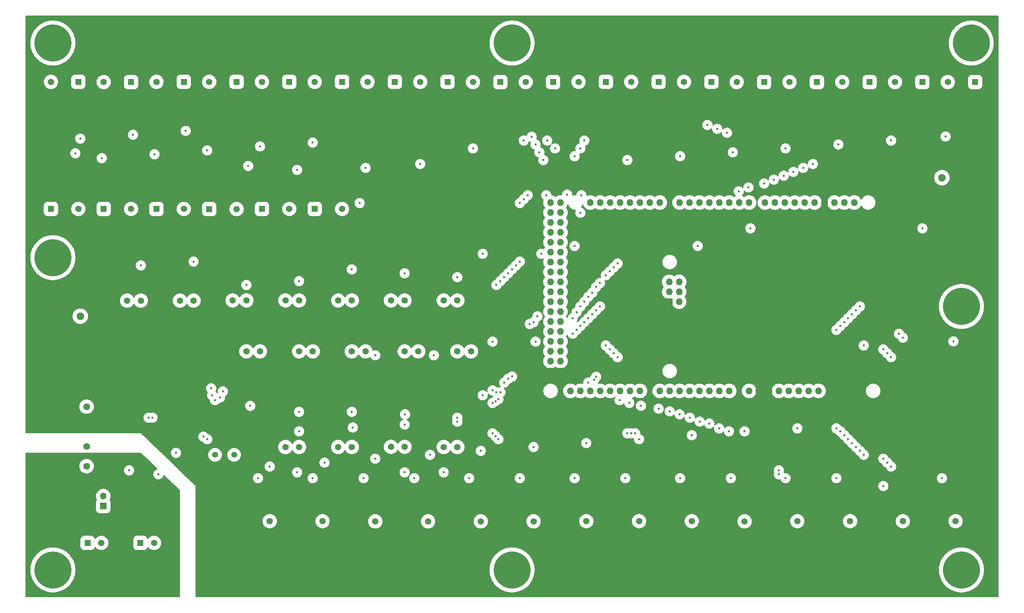
<source format=gbr>
%TF.GenerationSoftware,KiCad,Pcbnew,9.0.0*%
%TF.CreationDate,2025-04-28T14:24:40-07:00*%
%TF.ProjectId,HMI,484d492e-6b69-4636-9164-5f7063625858,rev?*%
%TF.SameCoordinates,Original*%
%TF.FileFunction,Copper,L3,Inr*%
%TF.FilePolarity,Positive*%
%FSLAX46Y46*%
G04 Gerber Fmt 4.6, Leading zero omitted, Abs format (unit mm)*
G04 Created by KiCad (PCBNEW 9.0.0) date 2025-04-28 14:24:40*
%MOMM*%
%LPD*%
G01*
G04 APERTURE LIST*
%TA.AperFunction,ComponentPad*%
%ADD10R,1.650000X1.650000*%
%TD*%
%TA.AperFunction,ComponentPad*%
%ADD11C,1.650000*%
%TD*%
%TA.AperFunction,ComponentPad*%
%ADD12C,9.500000*%
%TD*%
%TA.AperFunction,ComponentPad*%
%ADD13R,1.950000X1.950000*%
%TD*%
%TA.AperFunction,ComponentPad*%
%ADD14C,1.950000*%
%TD*%
%TA.AperFunction,ComponentPad*%
%ADD15C,1.500000*%
%TD*%
%TA.AperFunction,ComponentPad*%
%ADD16C,1.725000*%
%TD*%
%TA.AperFunction,ComponentPad*%
%ADD17R,1.700000X1.700000*%
%TD*%
%TA.AperFunction,ComponentPad*%
%ADD18O,1.700000X1.700000*%
%TD*%
%TA.AperFunction,ComponentPad*%
%ADD19O,1.727200X1.727200*%
%TD*%
%TA.AperFunction,ComponentPad*%
%ADD20R,1.727200X1.727200*%
%TD*%
%TA.AperFunction,ViaPad*%
%ADD21C,0.600000*%
%TD*%
G04 APERTURE END LIST*
D10*
%TO.N,GND*%
%TO.C,J33*%
X179000000Y-155000000D03*
D11*
%TO.N,D39_IN*%
X182500000Y-155000000D03*
%TO.N,GND*%
X186000000Y-155000000D03*
%TD*%
D10*
%TO.N,GND*%
%TO.C,J55*%
X112500000Y-136000000D03*
D11*
%TO.N,A1_IN*%
X109000000Y-136000000D03*
%TO.N,+5V*%
X105500000Y-136000000D03*
%TD*%
D10*
%TO.N,D24_PWR*%
%TO.C,J10*%
X174000000Y-42450000D03*
D11*
%TO.N,GND*%
X170500000Y-42450000D03*
%TO.N,+V_PanelLogic*%
X167000000Y-42450000D03*
%TD*%
D10*
%TO.N,GND*%
%TO.C,J51*%
X119000000Y-111500000D03*
D11*
%TO.N,A5_IN*%
X122500000Y-111500000D03*
%TO.N,+5V*%
X126000000Y-111500000D03*
%TD*%
D10*
%TO.N,GND*%
%TO.C,J45*%
X112500000Y-98450000D03*
D11*
%TO.N,A11_IN*%
X109000000Y-98450000D03*
%TO.N,+5V*%
X105500000Y-98450000D03*
%TD*%
D10*
%TO.N,GND*%
%TO.C,J41*%
X58500000Y-98500000D03*
D11*
%TO.N,A15_IN*%
X55000000Y-98500000D03*
%TO.N,+5V*%
X51500000Y-98500000D03*
%TD*%
D12*
%TO.N,unconnected-(H8-Pad1)*%
%TO.C,H8*%
X150000000Y-32500000D03*
%TD*%
D10*
%TO.N,GND*%
%TO.C,J32*%
X192500000Y-155000000D03*
D11*
%TO.N,D40_IN*%
X196000000Y-155000000D03*
%TO.N,GND*%
X199500000Y-155000000D03*
%TD*%
D12*
%TO.N,unconnected-(H5-Pad1)*%
%TO.C,H5*%
X32500000Y-32500000D03*
%TD*%
D10*
%TO.N,GND*%
%TO.C,J34*%
X165500000Y-155000000D03*
D11*
%TO.N,D38_IN*%
X169000000Y-155000000D03*
%TO.N,GND*%
X172500000Y-155000000D03*
%TD*%
D10*
%TO.N,D26_PWR*%
%TO.C,J8*%
X201000000Y-42450000D03*
D11*
%TO.N,GND*%
X197500000Y-42450000D03*
%TO.N,+V_PanelLogic*%
X194000000Y-42450000D03*
%TD*%
D10*
%TO.N,D13_PWR*%
%TO.C,J13*%
X133500000Y-42450000D03*
D11*
%TO.N,GND*%
X130000000Y-42450000D03*
%TO.N,+V_PanelLogic*%
X126500000Y-42450000D03*
%TD*%
D10*
%TO.N,GND*%
%TO.C,J31*%
X206000000Y-155050000D03*
D11*
%TO.N,D41_IN*%
X209500000Y-155050000D03*
%TO.N,GND*%
X213000000Y-155050000D03*
%TD*%
D10*
%TO.N,CanL_External*%
%TO.C,J57*%
X41385000Y-160585000D03*
D11*
%TO.N,CanH_External*%
X44885000Y-160585000D03*
%TO.N,CANBUS_ISO_GND*%
X48385000Y-160585000D03*
%TD*%
D10*
%TO.N,GND*%
%TO.C,J47*%
X85500000Y-98450000D03*
D11*
%TO.N,A9_IN*%
X82000000Y-98450000D03*
%TO.N,+5V*%
X78500000Y-98450000D03*
%TD*%
D10*
%TO.N,D8_PWR*%
%TO.C,J18*%
X66000000Y-42450000D03*
D11*
%TO.N,GND*%
X62500000Y-42450000D03*
%TO.N,+V_PanelLogic*%
X59000000Y-42450000D03*
%TD*%
D10*
%TO.N,GND*%
%TO.C,J35*%
X152000000Y-155050000D03*
D11*
%TO.N,D37_IN*%
X155500000Y-155050000D03*
%TO.N,GND*%
X159000000Y-155050000D03*
%TD*%
D10*
%TO.N,D22_PWR*%
%TO.C,J12*%
X147000000Y-42500000D03*
D11*
%TO.N,GND*%
X143500000Y-42500000D03*
%TO.N,+V_PanelLogic*%
X140000000Y-42500000D03*
%TD*%
D10*
%TO.N,D29_PWR*%
%TO.C,J5*%
X241500000Y-42500000D03*
D11*
%TO.N,GND*%
X238000000Y-42500000D03*
%TO.N,+V_PanelLogic*%
X234500000Y-42500000D03*
%TD*%
D10*
%TO.N,GND*%
%TO.C,J44*%
X126000000Y-98450000D03*
D11*
%TO.N,A12_IN*%
X122500000Y-98450000D03*
%TO.N,+5V*%
X119000000Y-98450000D03*
%TD*%
D10*
%TO.N,GND*%
%TO.C,J36*%
X138500000Y-155050000D03*
D11*
%TO.N,D36_IN*%
X142000000Y-155050000D03*
%TO.N,GND*%
X145500000Y-155050000D03*
%TD*%
D10*
%TO.N,GND*%
%TO.C,J27*%
X260000000Y-155000000D03*
D11*
%TO.N,D48_IN*%
X263500000Y-155000000D03*
%TO.N,GND*%
X267000000Y-155000000D03*
%TD*%
D10*
%TO.N,GND*%
%TO.C,J28*%
X246500000Y-155000000D03*
D11*
%TO.N,D47_IN*%
X250000000Y-155000000D03*
%TO.N,GND*%
X253500000Y-155000000D03*
%TD*%
D10*
%TO.N,GND*%
%TO.C,J43*%
X139500000Y-98450000D03*
D11*
%TO.N,A13_IN*%
X136000000Y-98450000D03*
%TO.N,+5V*%
X132500000Y-98450000D03*
%TD*%
D10*
%TO.N,D27_PWR*%
%TO.C,J7*%
X214500000Y-42500000D03*
D11*
%TO.N,GND*%
X211000000Y-42500000D03*
%TO.N,+V_PanelLogic*%
X207500000Y-42500000D03*
%TD*%
D13*
%TO.N,GND*%
%TO.C,J2*%
X260000000Y-62000000D03*
D14*
%TO.N,+12V*%
X260000000Y-67000000D03*
%TD*%
D10*
%TO.N,D23_PWR*%
%TO.C,J11*%
X160500000Y-42500000D03*
D11*
%TO.N,GND*%
X157000000Y-42500000D03*
%TO.N,+V_PanelLogic*%
X153500000Y-42500000D03*
%TD*%
D10*
%TO.N,D10_PWR*%
%TO.C,J16*%
X93000000Y-42450000D03*
D11*
%TO.N,GND*%
X89500000Y-42450000D03*
%TO.N,+V_PanelLogic*%
X86000000Y-42450000D03*
%TD*%
D10*
%TO.N,D11_PWR*%
%TO.C,J15*%
X106500000Y-42450000D03*
D11*
%TO.N,GND*%
X103000000Y-42450000D03*
%TO.N,+V_PanelLogic*%
X99500000Y-42450000D03*
%TD*%
D15*
%TO.N,Net-(IC6-OSC2)*%
%TO.C,Y1*%
X74000000Y-138000000D03*
%TO.N,Net-(IC6-OSC1)*%
X78880000Y-138000000D03*
%TD*%
D10*
%TO.N,GND*%
%TO.C,J29*%
X233000000Y-155000000D03*
D11*
%TO.N,D43_IN*%
X236500000Y-155000000D03*
%TO.N,GND*%
X240000000Y-155000000D03*
%TD*%
D10*
%TO.N,GND*%
%TO.C,J50*%
X105500000Y-111500000D03*
D11*
%TO.N,A6_IN*%
X109000000Y-111500000D03*
%TO.N,+5V*%
X112500000Y-111500000D03*
%TD*%
D16*
%TO.N,+5V*%
%TO.C,PS1*%
X41115000Y-125675000D03*
%TO.N,GND*%
X41115000Y-128215000D03*
%TO.N,CANBUS_ISO_GND*%
X41115000Y-135835000D03*
%TO.N,CANBUS_ISO_5V*%
X41115000Y-140915000D03*
%TD*%
D10*
%TO.N,D7_PWR*%
%TO.C,J19*%
X52500000Y-42500000D03*
D11*
%TO.N,GND*%
X49000000Y-42500000D03*
%TO.N,+V_PanelLogic*%
X45500000Y-42500000D03*
%TD*%
D12*
%TO.N,unconnected-(H3-Pad1)*%
%TO.C,H3*%
X265000000Y-100000000D03*
%TD*%
D10*
%TO.N,GND*%
%TO.C,J40*%
X84500000Y-155000000D03*
D11*
%TO.N,D32_IN*%
X88000000Y-155000000D03*
%TO.N,GND*%
X91500000Y-155000000D03*
%TD*%
D17*
%TO.N,Net-(JP1-A)*%
%TO.C,JP1*%
X45385000Y-151125000D03*
D18*
%TO.N,CanL_External*%
X45385000Y-148585000D03*
%TD*%
D10*
%TO.N,GND*%
%TO.C,J42*%
X72000000Y-98500000D03*
D11*
%TO.N,A14_IN*%
X68500000Y-98500000D03*
%TO.N,+5V*%
X65000000Y-98500000D03*
%TD*%
D10*
%TO.N,GND*%
%TO.C,J52*%
X132500000Y-111500000D03*
D11*
%TO.N,A4_IN*%
X136000000Y-111500000D03*
%TO.N,+5V*%
X139500000Y-111500000D03*
%TD*%
D10*
%TO.N,D30_PWR*%
%TO.C,J4*%
X255000000Y-42500000D03*
D11*
%TO.N,GND*%
X251500000Y-42500000D03*
%TO.N,+V_PanelLogic*%
X248000000Y-42500000D03*
%TD*%
D10*
%TO.N,GND*%
%TO.C,J56*%
X99000000Y-136000000D03*
D11*
%TO.N,A0_IN*%
X95500000Y-136000000D03*
%TO.N,+5V*%
X92000000Y-136000000D03*
%TD*%
D12*
%TO.N,unconnected-(H7-Pad1)*%
%TO.C,H7*%
X32500000Y-87500000D03*
%TD*%
D10*
%TO.N,GND*%
%TO.C,J38*%
X111500000Y-155050000D03*
D11*
%TO.N,D34_IN*%
X115000000Y-155050000D03*
%TO.N,GND*%
X118500000Y-155050000D03*
%TD*%
D10*
%TO.N,D6_PWR*%
%TO.C,J20*%
X39000000Y-42450000D03*
D11*
%TO.N,GND*%
X35500000Y-42450000D03*
%TO.N,+V_PanelLogic*%
X32000000Y-42450000D03*
%TD*%
D12*
%TO.N,unconnected-(H6-Pad1)*%
%TO.C,H6*%
X265000000Y-167500000D03*
%TD*%
%TO.N,unconnected-(H1-Pad1)*%
%TO.C,H1*%
X150000000Y-167500000D03*
%TD*%
D10*
%TO.N,D9_PWR*%
%TO.C,J17*%
X79500000Y-42450000D03*
D11*
%TO.N,GND*%
X76000000Y-42450000D03*
%TO.N,+V_PanelLogic*%
X72500000Y-42450000D03*
%TD*%
D10*
%TO.N,D28_PWR*%
%TO.C,J6*%
X228000000Y-42500000D03*
D11*
%TO.N,GND*%
X224500000Y-42500000D03*
%TO.N,+V_PanelLogic*%
X221000000Y-42500000D03*
%TD*%
D10*
%TO.N,GND*%
%TO.C,J30*%
X219500000Y-155000000D03*
D11*
%TO.N,D42_IN*%
X223000000Y-155000000D03*
%TO.N,GND*%
X226500000Y-155000000D03*
%TD*%
D10*
%TO.N,GND*%
%TO.C,J46*%
X99000000Y-98450000D03*
D11*
%TO.N,A10_IN*%
X95500000Y-98450000D03*
%TO.N,+5V*%
X92000000Y-98450000D03*
%TD*%
D10*
%TO.N,D12_PWR*%
%TO.C,J14*%
X120000000Y-42450000D03*
D11*
%TO.N,GND*%
X116500000Y-42450000D03*
%TO.N,+V_PanelLogic*%
X113000000Y-42450000D03*
%TD*%
D12*
%TO.N,unconnected-(H4-Pad1)*%
%TO.C,H4*%
X267500000Y-32500000D03*
%TD*%
D10*
%TO.N,D44_PWR*%
%TO.C,J24*%
X72500000Y-75050000D03*
D11*
%TO.N,GND*%
X76000000Y-75050000D03*
%TO.N,+V_PanelLogic*%
X79500000Y-75050000D03*
%TD*%
D10*
%TO.N,GND*%
%TO.C,J49*%
X92000000Y-111500000D03*
D11*
%TO.N,A7_IN*%
X95500000Y-111500000D03*
%TO.N,+5V*%
X99000000Y-111500000D03*
%TD*%
D10*
%TO.N,D25_PWR*%
%TO.C,J9*%
X187500000Y-42450000D03*
D11*
%TO.N,GND*%
X184000000Y-42450000D03*
%TO.N,+V_PanelLogic*%
X180500000Y-42450000D03*
%TD*%
D12*
%TO.N,unconnected-(H2-Pad1)*%
%TO.C,H2*%
X32500000Y-167500000D03*
%TD*%
D10*
%TO.N,GND*%
%TO.C,J53*%
X139500000Y-136000000D03*
D11*
%TO.N,A3_IN*%
X136000000Y-136000000D03*
%TO.N,+5V*%
X132500000Y-136000000D03*
%TD*%
D10*
%TO.N,D3_PWR*%
%TO.C,J23*%
X59000000Y-75000000D03*
D11*
%TO.N,GND*%
X62500000Y-75000000D03*
%TO.N,+V_PanelLogic*%
X66000000Y-75000000D03*
%TD*%
D10*
%TO.N,GND*%
%TO.C,J37*%
X125000000Y-155050000D03*
D11*
%TO.N,D35_IN*%
X128500000Y-155050000D03*
%TO.N,GND*%
X132000000Y-155050000D03*
%TD*%
D10*
%TO.N,D31_PWR*%
%TO.C,J3*%
X268500000Y-42500000D03*
D11*
%TO.N,GND*%
X265000000Y-42500000D03*
%TO.N,+V_PanelLogic*%
X261500000Y-42500000D03*
%TD*%
D10*
%TO.N,D5_PWR*%
%TO.C,J21*%
X32000000Y-75000000D03*
D11*
%TO.N,GND*%
X35500000Y-75000000D03*
%TO.N,+V_PanelLogic*%
X39000000Y-75000000D03*
%TD*%
D10*
%TO.N,GND*%
%TO.C,J54*%
X126000000Y-135950000D03*
D11*
%TO.N,A2_IN*%
X122500000Y-135950000D03*
%TO.N,+5V*%
X119000000Y-135950000D03*
%TD*%
D10*
%TO.N,CanL_External*%
%TO.C,J58*%
X54885000Y-160585000D03*
D11*
%TO.N,CanH_External*%
X58385000Y-160585000D03*
%TO.N,CANBUS_ISO_GND*%
X61885000Y-160585000D03*
%TD*%
D10*
%TO.N,D46_PWR*%
%TO.C,J26*%
X99500000Y-75000000D03*
D11*
%TO.N,GND*%
X103000000Y-75000000D03*
%TO.N,+V_PanelLogic*%
X106500000Y-75000000D03*
%TD*%
D10*
%TO.N,D45_PWR*%
%TO.C,J25*%
X86000000Y-75000000D03*
D11*
%TO.N,GND*%
X89500000Y-75000000D03*
%TO.N,+V_PanelLogic*%
X93000000Y-75000000D03*
%TD*%
D10*
%TO.N,GND*%
%TO.C,J39*%
X98000000Y-155000000D03*
D11*
%TO.N,D33_IN*%
X101500000Y-155000000D03*
%TO.N,GND*%
X105000000Y-155000000D03*
%TD*%
D10*
%TO.N,GND*%
%TO.C,J48*%
X78500000Y-111500000D03*
D11*
%TO.N,A8_IN*%
X82000000Y-111500000D03*
%TO.N,+5V*%
X85500000Y-111500000D03*
%TD*%
D13*
%TO.N,GND*%
%TO.C,J1*%
X39500000Y-97500000D03*
D14*
%TO.N,+V_PanelLogic*%
X39500000Y-102500000D03*
%TD*%
D10*
%TO.N,D4_PWR*%
%TO.C,J22*%
X45500000Y-75000000D03*
D11*
%TO.N,GND*%
X49000000Y-75000000D03*
%TO.N,+V_PanelLogic*%
X52500000Y-75000000D03*
%TD*%
D19*
%TO.N,*%
%TO.C,A2*%
X228436000Y-121630000D03*
%TO.N,unconnected-(A2-3.3V-Pad3V3)*%
X220816000Y-121630000D03*
%TO.N,+5V*%
X218276000Y-121630000D03*
%TO.N,unconnected-(A2-SPI_5V-Pad5V2)*%
X190209000Y-93690000D03*
%TO.N,unconnected-(A2-5V-Pad5V3)*%
X162396000Y-73370000D03*
%TO.N,unconnected-(A2-5V-Pad5V4)*%
X159856000Y-73370000D03*
%TO.N,A0_IN*%
X205576000Y-121630000D03*
%TO.N,A1_IN*%
X203036000Y-121630000D03*
%TO.N,A2_IN*%
X200496000Y-121630000D03*
%TO.N,A3_IN*%
X197956000Y-121630000D03*
%TO.N,A4_IN*%
X195416000Y-121630000D03*
%TO.N,A5_IN*%
X192876000Y-121630000D03*
%TO.N,A6_IN*%
X190336000Y-121630000D03*
%TO.N,A7_IN*%
X187796000Y-121630000D03*
%TO.N,A8_IN*%
X182716000Y-121630000D03*
%TO.N,A9_IN*%
X180176000Y-121630000D03*
%TO.N,A10_IN*%
X177636000Y-121630000D03*
%TO.N,A11_IN*%
X175096000Y-121630000D03*
%TO.N,A12_IN*%
X172556000Y-121630000D03*
%TO.N,A13_IN*%
X170016000Y-121630000D03*
%TO.N,A14_IN*%
X167476000Y-121630000D03*
%TO.N,A15_IN*%
X164936000Y-121630000D03*
%TO.N,unconnected-(A2-PadAREF)*%
X232500000Y-73370000D03*
%TO.N,unconnected-(A2-D0{slash}RX0-PadD0)*%
X192876000Y-73370000D03*
%TO.N,unconnected-(A2-D1{slash}TX0-PadD1)*%
X195416000Y-73370000D03*
%TO.N,CAN_INT*%
X197956000Y-73370000D03*
%TO.N,D3_OUT*%
X200496000Y-73370000D03*
%TO.N,D4_OUT*%
X203036000Y-73370000D03*
%TO.N,D5_OUT*%
X205576000Y-73370000D03*
%TO.N,D6_OUT*%
X208116000Y-73370000D03*
%TO.N,D7_OUT*%
X210656000Y-73370000D03*
%TO.N,D8_OUT*%
X214720000Y-73370000D03*
%TO.N,D9_OUT*%
X217260000Y-73370000D03*
%TO.N,D10_OUT*%
X219800000Y-73370000D03*
%TO.N,D11_OUT*%
X222340000Y-73370000D03*
%TO.N,D12_OUT*%
X224880000Y-73370000D03*
%TO.N,D13_OUT*%
X227420000Y-73370000D03*
%TO.N,SERIAL3_TX*%
X187796000Y-73370000D03*
%TO.N,SERIAL3_RX*%
X185256000Y-73370000D03*
%TO.N,SERIAL2_TX*%
X182716000Y-73370000D03*
%TO.N,SERIAL2_RX*%
X180176000Y-73370000D03*
%TO.N,SERIAL1_TX*%
X177636000Y-73370000D03*
%TO.N,SERIAL1_RX*%
X175096000Y-73370000D03*
%TO.N,unconnected-(A2-D20{slash}SDA-PadD20)*%
X172556000Y-73370000D03*
%TO.N,unconnected-(A2-D21{slash}SCL-PadD21)*%
X170016000Y-73370000D03*
%TO.N,D22_OUT*%
X162396000Y-75910000D03*
%TO.N,D23_OUT*%
X159856000Y-75910000D03*
%TO.N,D24_OUT*%
X162396000Y-78450000D03*
%TO.N,D25_OUT*%
X159856000Y-78450000D03*
%TO.N,D26_OUT*%
X162396000Y-80990000D03*
%TO.N,D27_OUT*%
X159856000Y-80990000D03*
%TO.N,D28_OUT*%
X162396000Y-83530000D03*
%TO.N,D29_OUT*%
X159856000Y-83530000D03*
%TO.N,D30_OUT*%
X162396000Y-86070000D03*
%TO.N,D31_OUT*%
X159856000Y-86070000D03*
%TO.N,D32_IN*%
X162396000Y-88610000D03*
%TO.N,D33_IN*%
X159856000Y-88610000D03*
%TO.N,D34_IN*%
X162396000Y-91150000D03*
%TO.N,D35_IN*%
X159856000Y-91150000D03*
%TO.N,D36_IN*%
X162396000Y-93690000D03*
%TO.N,D37_IN*%
X159856000Y-93690000D03*
%TO.N,D38_IN*%
X162396000Y-96230000D03*
%TO.N,D39_IN*%
X159856000Y-96230000D03*
%TO.N,D40_IN*%
X162396000Y-98770000D03*
%TO.N,D41_IN*%
X159856000Y-98770000D03*
%TO.N,D42_IN*%
X162396000Y-101310000D03*
%TO.N,D43_IN*%
X159856000Y-101310000D03*
%TO.N,D44_OUT*%
X162396000Y-103850000D03*
%TO.N,D45_OUT*%
X159856000Y-103850000D03*
%TO.N,D46_OUT*%
X162396000Y-106390000D03*
%TO.N,D47_IN*%
X159856000Y-106390000D03*
%TO.N,D48_IN*%
X162396000Y-108930000D03*
%TO.N,CAN_CS*%
X159856000Y-108930000D03*
%TO.N,unconnected-(A2-D50_MISO-PadD50)*%
X162396000Y-111470000D03*
%TO.N,unconnected-(A2-D51_MOSI-PadD51)*%
X159856000Y-111470000D03*
%TO.N,unconnected-(A2-D52_SCK-PadD52)*%
X162396000Y-114010000D03*
%TO.N,unconnected-(A2-D53_CS-PadD53)*%
X159856000Y-114010000D03*
D20*
%TO.N,GND*%
X229960000Y-73370000D03*
X215736000Y-121630000D03*
X213196000Y-121630000D03*
X190209000Y-98770000D03*
X162396000Y-116550000D03*
X159856000Y-116550000D03*
D19*
%TO.N,unconnected-(A2-IOREF-PadIORF)*%
X225896000Y-121630000D03*
%TO.N,CAN_SO*%
X192749000Y-93690000D03*
%TO.N,CAN_SI*%
X190209000Y-96230000D03*
%TO.N,unconnected-(A2-RESET-PadRST1)*%
X223356000Y-121630000D03*
%TO.N,unconnected-(A2-SPI_RESET-PadRST2)*%
X192749000Y-98770000D03*
%TO.N,CAN_SCK*%
X192749000Y-96230000D03*
%TO.N,unconnected-(A2-PadSCL)*%
X237580000Y-73370000D03*
%TO.N,unconnected-(A2-PadSDA)*%
X235040000Y-73370000D03*
%TO.N,+12V*%
X210656000Y-121630000D03*
%TD*%
D21*
%TO.N,D46_OUT*%
X154500000Y-104500000D03*
X152000000Y-73500000D03*
X111000000Y-73500000D03*
%TO.N,D4_OUT*%
X53000000Y-56000000D03*
X202500000Y-54500000D03*
%TO.N,D5_OUT*%
X205000000Y-55500000D03*
X39500000Y-57000000D03*
%TO.N,A11_IN*%
X150000000Y-90500000D03*
X150000000Y-117951000D03*
X109000000Y-90500000D03*
X171500000Y-118000000D03*
%TO.N,D31_OUT*%
X155000000Y-56500000D03*
X260950000Y-56450000D03*
%TO.N,CAN_SI*%
X179500000Y-132500000D03*
X145000000Y-132500000D03*
X74000000Y-124000000D03*
X145000000Y-124723000D03*
%TO.N,D10_OUT*%
X219500000Y-66500000D03*
X85500000Y-59000000D03*
%TO.N,D36_IN*%
X239000000Y-100000000D03*
X142000000Y-137000000D03*
X172500000Y-94000000D03*
X239000000Y-137000000D03*
X172500000Y-100000000D03*
%TO.N,D41_IN*%
X209500000Y-132000000D03*
X167500000Y-105000000D03*
X234000000Y-132000000D03*
X234000000Y-105000000D03*
X167500000Y-100000000D03*
%TO.N,+12V*%
X211000000Y-80000000D03*
X255000000Y-80000000D03*
%TO.N,D23_OUT*%
X158750000Y-71500000D03*
X159000000Y-57500000D03*
X153000000Y-57500000D03*
%TO.N,D13_OUT*%
X126500000Y-63500000D03*
X227000000Y-63500000D03*
%TO.N,GND*%
X26000000Y-132000000D03*
X210000000Y-174000000D03*
X270000000Y-47000000D03*
X52000000Y-68000000D03*
X211000000Y-47000000D03*
X70000000Y-171000000D03*
X159000000Y-174000000D03*
X110000000Y-170000000D03*
X93000000Y-174000000D03*
X177000000Y-47000000D03*
X61899680Y-58694361D03*
X189000000Y-47000000D03*
X274000000Y-53000000D03*
X86000000Y-47000000D03*
X186000000Y-47000000D03*
X274000000Y-136000000D03*
X234000000Y-174000000D03*
X179000000Y-47000000D03*
X274000000Y-152000000D03*
X210000000Y-170000000D03*
X238000000Y-174000000D03*
X274000000Y-95000000D03*
X40000000Y-132000000D03*
X151000000Y-174000000D03*
X180000000Y-165000000D03*
X95000000Y-165000000D03*
X245000000Y-160000000D03*
X45000000Y-47000000D03*
X90116008Y-169999999D03*
X251000000Y-174000000D03*
X63000000Y-47000000D03*
X274000000Y-174000000D03*
X112000000Y-118000000D03*
X200000000Y-160000000D03*
X133000000Y-76000000D03*
X195000000Y-47000000D03*
X51000000Y-92000000D03*
X140000000Y-174000000D03*
X57000000Y-47000000D03*
X230000000Y-170000000D03*
X274000000Y-127000000D03*
X236000000Y-47000000D03*
X70000000Y-168000000D03*
X274000000Y-98000000D03*
X215000000Y-165000000D03*
X75000000Y-47000000D03*
X103905632Y-91903599D03*
X40000000Y-68000000D03*
X35000000Y-132000000D03*
X250000000Y-170000000D03*
X200611172Y-142984558D03*
X199000000Y-47000000D03*
X274000000Y-61000000D03*
X117000000Y-76000000D03*
X73000000Y-82000000D03*
X200000000Y-174000000D03*
X61000000Y-137000000D03*
X137000000Y-174000000D03*
X90000000Y-82000000D03*
X46000000Y-107000000D03*
X42000000Y-47000000D03*
X55000000Y-82000000D03*
X274000000Y-156000000D03*
X205000000Y-174000000D03*
X39000000Y-55000000D03*
X44000000Y-51000000D03*
X85000000Y-165000000D03*
X213000000Y-47000000D03*
X274000000Y-55000000D03*
X128000000Y-47000000D03*
X42000000Y-132000000D03*
X62110631Y-91953593D03*
X188000000Y-174000000D03*
X274000000Y-125000000D03*
X104000000Y-82000000D03*
X119000000Y-118000000D03*
X70000000Y-146000000D03*
X45000000Y-108000000D03*
X274000000Y-73000000D03*
X274000000Y-128000000D03*
X160000000Y-170000000D03*
X100000000Y-160000000D03*
X253000000Y-143000000D03*
X274000000Y-65000000D03*
X206000000Y-117000000D03*
X54000000Y-132000000D03*
X64000000Y-47000000D03*
X210000000Y-165000000D03*
X220000000Y-165000000D03*
X85000000Y-130000000D03*
X176000000Y-47000000D03*
X169000000Y-174000000D03*
X274000000Y-108000000D03*
X274000000Y-171000000D03*
X147000000Y-174000000D03*
X255000000Y-160000000D03*
X274000000Y-164000000D03*
X70000000Y-162000000D03*
X46000000Y-102000000D03*
X44000000Y-47000000D03*
X26000000Y-120000000D03*
X150000000Y-47000000D03*
X274000000Y-142000000D03*
X28000000Y-108000000D03*
X174000000Y-143000000D03*
X170000000Y-47000000D03*
X98000000Y-82000000D03*
X274000000Y-154000000D03*
X125000000Y-160000000D03*
X31000000Y-132000000D03*
X47000000Y-47000000D03*
X266000000Y-47000000D03*
X119000000Y-174000000D03*
X274000000Y-88000000D03*
X145000000Y-47000000D03*
X205000000Y-47000000D03*
X190000000Y-155000000D03*
X274000000Y-172000000D03*
X112000000Y-76000000D03*
X40000000Y-108000000D03*
X27000000Y-108000000D03*
X96000000Y-174000000D03*
X111000000Y-129000000D03*
X144000000Y-47000000D03*
X103000000Y-47000000D03*
X49000000Y-132000000D03*
X98000000Y-47000000D03*
X204000000Y-174000000D03*
X173000000Y-174000000D03*
X228000000Y-174000000D03*
X165000000Y-160000000D03*
X85000000Y-170000000D03*
X97000000Y-82000000D03*
X78000000Y-118000000D03*
X80000000Y-174000000D03*
X26000000Y-121000000D03*
X140000000Y-47000000D03*
X256000000Y-174000000D03*
X274000000Y-86000000D03*
X234000000Y-77000000D03*
X79000000Y-174000000D03*
X70000000Y-151000000D03*
X274000000Y-62000000D03*
X41000000Y-132000000D03*
X70000000Y-172000000D03*
X41000000Y-55000000D03*
X46000000Y-99000000D03*
X185000000Y-170000000D03*
X142000000Y-47000000D03*
X76000000Y-58000000D03*
X191000000Y-47000000D03*
X112000000Y-80000000D03*
X140000000Y-76000000D03*
X226996905Y-128021070D03*
X274000000Y-109000000D03*
X203000000Y-174000000D03*
X70000000Y-153000000D03*
X163000000Y-47000000D03*
X250000000Y-165000000D03*
X105000000Y-170000000D03*
X96000000Y-82000000D03*
X33000000Y-108000000D03*
X130000000Y-160000000D03*
X27000000Y-132000000D03*
X78000000Y-174000000D03*
X73000000Y-174000000D03*
X146000000Y-174000000D03*
X87000000Y-174000000D03*
X51000000Y-55000000D03*
X70000000Y-169000000D03*
X113000000Y-47000000D03*
X34000000Y-108000000D03*
X274000000Y-160000000D03*
X265000000Y-47000000D03*
X66000000Y-142000000D03*
X249000000Y-47000000D03*
X127000000Y-174000000D03*
X70000000Y-158000000D03*
X39000000Y-52000000D03*
X130000000Y-174000000D03*
X269000000Y-174000000D03*
X178000000Y-47000000D03*
X196000000Y-47000000D03*
X39000000Y-108000000D03*
X109000000Y-174000000D03*
X58000000Y-82000000D03*
X243000000Y-137000000D03*
X100000000Y-82000000D03*
X26000000Y-119000000D03*
X171000000Y-47000000D03*
X37000000Y-108000000D03*
X82000000Y-47000000D03*
X271000000Y-174000000D03*
X90150726Y-159966477D03*
X166000000Y-174000000D03*
X132000000Y-76000000D03*
X131000000Y-174000000D03*
X145000000Y-160000000D03*
X38000000Y-132000000D03*
X50000000Y-82000000D03*
X47000000Y-132000000D03*
X115000000Y-165000000D03*
X192000000Y-47000000D03*
X46000000Y-98000000D03*
X143000000Y-76000000D03*
X63000000Y-139000000D03*
X56000000Y-82000000D03*
X163000000Y-143000000D03*
X72000000Y-47000000D03*
X81000000Y-82000000D03*
X120000000Y-76000000D03*
X185000000Y-174000000D03*
X244000000Y-174000000D03*
X215000000Y-155000000D03*
X273000000Y-174000000D03*
X260000000Y-174000000D03*
X227000000Y-174000000D03*
X33000000Y-132000000D03*
X49000000Y-47000000D03*
X248000000Y-47000000D03*
X135000000Y-160000000D03*
X40000000Y-55000000D03*
X116000000Y-174000000D03*
X274000000Y-81000000D03*
X86000000Y-82000000D03*
X120000000Y-170000000D03*
X154000000Y-47000000D03*
X74000000Y-47000000D03*
X223000000Y-174000000D03*
X87000000Y-47000000D03*
X215000000Y-170000000D03*
X26000000Y-108000000D03*
X251000000Y-47000000D03*
X125000000Y-47000000D03*
X194000000Y-174000000D03*
X36000000Y-132000000D03*
X138000000Y-76000000D03*
X160000000Y-160000000D03*
X46000000Y-84000000D03*
X259000000Y-51000000D03*
X46000000Y-86000000D03*
X274000000Y-85000000D03*
X139000000Y-47000000D03*
X122000000Y-76000000D03*
X26000000Y-110000000D03*
X274000000Y-63000000D03*
X235000000Y-47000000D03*
X126000000Y-51000000D03*
X145000000Y-76000000D03*
X71000000Y-47000000D03*
X245000000Y-155000000D03*
X274000000Y-133000000D03*
X142000000Y-134000000D03*
X240000000Y-160000000D03*
X170000000Y-174000000D03*
X221000000Y-174000000D03*
X115000000Y-76000000D03*
X274000000Y-78000000D03*
X99000000Y-47000000D03*
X203000000Y-47000000D03*
X89000000Y-47000000D03*
X245000000Y-51000000D03*
X180000000Y-170000000D03*
X193000000Y-174000000D03*
X165000000Y-165000000D03*
X72000000Y-174000000D03*
X153000000Y-174000000D03*
X91000000Y-174000000D03*
X26000000Y-126000000D03*
X229000000Y-174000000D03*
X274000000Y-91000000D03*
X195000000Y-170000000D03*
X209000000Y-47000000D03*
X76000000Y-174000000D03*
X110000000Y-47000000D03*
X194000000Y-47000000D03*
X60000000Y-82000000D03*
X26000000Y-124000000D03*
X133000000Y-174000000D03*
X130000000Y-76000000D03*
X218026197Y-50962470D03*
X157000000Y-174000000D03*
X137000000Y-76000000D03*
X70000000Y-147000000D03*
X71000000Y-174000000D03*
X274000000Y-93000000D03*
X78000000Y-47000000D03*
X274000000Y-147000000D03*
X274000000Y-71000000D03*
X274000000Y-113000000D03*
X91930810Y-57895845D03*
X190000000Y-165000000D03*
X200000000Y-170000000D03*
X120000000Y-160000000D03*
X26000000Y-130000000D03*
X26000000Y-112000000D03*
X116000000Y-76000000D03*
X274000000Y-70000000D03*
X91000000Y-47000000D03*
X237000000Y-174000000D03*
X274000000Y-47000000D03*
X274000000Y-58000000D03*
X190000000Y-174000000D03*
X274000000Y-49000000D03*
X102000000Y-47000000D03*
X134000000Y-76000000D03*
X274000000Y-118000000D03*
X60000000Y-136000000D03*
X62000000Y-47000000D03*
X274000000Y-110000000D03*
X274000000Y-79000000D03*
X80000000Y-165000000D03*
X56000000Y-59000000D03*
X190000000Y-160000000D03*
X78000000Y-82000000D03*
X105000000Y-160000000D03*
X51000000Y-82000000D03*
X135000000Y-144000000D03*
X70000000Y-150000000D03*
X181000000Y-47000000D03*
X270000000Y-174000000D03*
X47000000Y-82000000D03*
X274000000Y-150000000D03*
X131000000Y-60000000D03*
X177000000Y-117000000D03*
X267000000Y-47000000D03*
X69000000Y-59000000D03*
X26000000Y-117000000D03*
X95000000Y-82000000D03*
X135000000Y-174000000D03*
X243000000Y-174000000D03*
X237000000Y-47000000D03*
X180000000Y-174000000D03*
X242000000Y-126000000D03*
X274000000Y-158000000D03*
X171000000Y-174000000D03*
X110000000Y-82000000D03*
X172000000Y-47000000D03*
X141000000Y-47000000D03*
X170037005Y-159966477D03*
X129000000Y-134000000D03*
X109000000Y-58000000D03*
X274000000Y-77000000D03*
X168000000Y-174000000D03*
X41000000Y-108000000D03*
X189000000Y-174000000D03*
X70000000Y-170000000D03*
X85000000Y-82000000D03*
X184000000Y-174000000D03*
X31000000Y-108000000D03*
X147000000Y-76000000D03*
X42000000Y-108000000D03*
X212000000Y-47000000D03*
X129000000Y-174000000D03*
X79000000Y-82000000D03*
X55000000Y-47000000D03*
X100000000Y-165000000D03*
X244000000Y-47000000D03*
X198000000Y-47000000D03*
X69000000Y-82000000D03*
X80047768Y-159966477D03*
X221000000Y-143000000D03*
X90000000Y-165000000D03*
X264000000Y-47000000D03*
X97000000Y-50500000D03*
X148000000Y-174000000D03*
X188000000Y-144000000D03*
X274000000Y-105000000D03*
X141000000Y-76000000D03*
X44000000Y-108000000D03*
X240000000Y-174000000D03*
X232000000Y-47000000D03*
X127000000Y-76000000D03*
X70000000Y-159000000D03*
X29000000Y-132000000D03*
X26000000Y-123000000D03*
X70000000Y-161000000D03*
X36000000Y-108000000D03*
X84000000Y-47000000D03*
X225000000Y-170000000D03*
X191000000Y-174000000D03*
X70000000Y-156000000D03*
X274000000Y-168000000D03*
X175000000Y-170000000D03*
X262000000Y-174000000D03*
X115000000Y-160000000D03*
X132000000Y-47000000D03*
X70000000Y-165000000D03*
X212000000Y-174000000D03*
X274000000Y-135000000D03*
X110000000Y-165000000D03*
X48000000Y-82000000D03*
X103000000Y-174000000D03*
X105000000Y-165000000D03*
X236000000Y-143000000D03*
X150000000Y-160000000D03*
X99000000Y-174000000D03*
X274000000Y-75000000D03*
X224000000Y-47000000D03*
X46000000Y-92000000D03*
X233000000Y-47000000D03*
X274000000Y-134000000D03*
X26000000Y-129000000D03*
X102000000Y-82000000D03*
X250000000Y-160000000D03*
X255000000Y-174000000D03*
X62000000Y-82000000D03*
X85000000Y-160000000D03*
X107000000Y-174000000D03*
X46000000Y-96000000D03*
X70000000Y-164000000D03*
X214000000Y-174000000D03*
X55786401Y-50962470D03*
X163000000Y-174000000D03*
X48000000Y-47000000D03*
X247000000Y-174000000D03*
X220000000Y-170000000D03*
X246000000Y-47000000D03*
X63000000Y-82000000D03*
X268000000Y-174000000D03*
X252000000Y-174000000D03*
X265000000Y-160000000D03*
X274000000Y-92000000D03*
X94000000Y-174000000D03*
X70000000Y-152000000D03*
X175000000Y-160000000D03*
X115000000Y-174000000D03*
X75000000Y-174000000D03*
X172000000Y-174000000D03*
X52000000Y-82000000D03*
X81000000Y-174000000D03*
X213561012Y-143609483D03*
X270000000Y-160000000D03*
X180878640Y-79903009D03*
X234994513Y-159931759D03*
X70000000Y-155000000D03*
X230000000Y-174000000D03*
X154000000Y-174000000D03*
X100000000Y-47000000D03*
X53000000Y-132000000D03*
X165000000Y-174000000D03*
X259000000Y-174000000D03*
X242000000Y-174000000D03*
X26000000Y-122000000D03*
X35000000Y-108000000D03*
X274000000Y-161000000D03*
X220000000Y-174000000D03*
X70000000Y-154000000D03*
X185000000Y-160000000D03*
X92000000Y-174000000D03*
X67000000Y-82000000D03*
X255000000Y-170000000D03*
X226000000Y-174000000D03*
X58000000Y-134000000D03*
X46000000Y-101000000D03*
X57000000Y-133000000D03*
X26000000Y-116000000D03*
X56000000Y-47000000D03*
X111000000Y-82000000D03*
X123000000Y-47000000D03*
X241000000Y-174000000D03*
X95000000Y-160000000D03*
X46000000Y-93000000D03*
X83000000Y-174000000D03*
X272000000Y-47000000D03*
X26000000Y-125000000D03*
X149000000Y-174000000D03*
X170000000Y-165000000D03*
X240000000Y-47000000D03*
X157000000Y-47000000D03*
X152000000Y-174000000D03*
X155000000Y-47000000D03*
X120000000Y-165000000D03*
X108000000Y-82000000D03*
X128000000Y-174000000D03*
X176000000Y-174000000D03*
X143000000Y-47000000D03*
X134000000Y-174000000D03*
X105000000Y-82000000D03*
X103000000Y-128000000D03*
X148000000Y-76000000D03*
X85000000Y-174000000D03*
X225000000Y-165000000D03*
X74000000Y-82000000D03*
X90000000Y-174000000D03*
X61000000Y-82000000D03*
X75000000Y-170000000D03*
X52000000Y-132000000D03*
X143000000Y-174000000D03*
X274000000Y-51000000D03*
X179000000Y-174000000D03*
X135000000Y-170000000D03*
X222000000Y-47000000D03*
X273000000Y-47000000D03*
X274000000Y-74000000D03*
X270000000Y-81000000D03*
X220000000Y-47000000D03*
X185000000Y-47000000D03*
X70000000Y-166000000D03*
X274000000Y-139000000D03*
X125000000Y-170000000D03*
X125000000Y-165000000D03*
X259000000Y-47000000D03*
X167000000Y-174000000D03*
X70000000Y-173000000D03*
X197000000Y-47000000D03*
X158000000Y-47000000D03*
X225000000Y-174000000D03*
X231000000Y-174000000D03*
X274000000Y-104000000D03*
X274000000Y-149000000D03*
X274000000Y-132000000D03*
X247000000Y-47000000D03*
X271000000Y-47000000D03*
X274000000Y-117000000D03*
X51000000Y-47000000D03*
X274000000Y-129000000D03*
X202000000Y-174000000D03*
X229000000Y-143000000D03*
X234994513Y-164931161D03*
X136000000Y-174000000D03*
X218000000Y-174000000D03*
X219000000Y-47000000D03*
X46000000Y-95000000D03*
X26000000Y-113000000D03*
X123000000Y-174000000D03*
X54000000Y-82000000D03*
X122000000Y-47000000D03*
X274000000Y-131000000D03*
X112000000Y-77000000D03*
X26000000Y-118000000D03*
X88000000Y-82000000D03*
X274000000Y-121000000D03*
X234000000Y-47000000D03*
X255000000Y-155000000D03*
X98000000Y-174000000D03*
X61000000Y-47000000D03*
X274000000Y-96000000D03*
X46000000Y-88000000D03*
X180000000Y-160000000D03*
X79000000Y-68000000D03*
X96000000Y-47000000D03*
X195000000Y-174000000D03*
X101000000Y-118000000D03*
X243000000Y-47000000D03*
X30000000Y-108000000D03*
X274000000Y-159000000D03*
X126626965Y-118300010D03*
X151000000Y-50000000D03*
X181000000Y-174000000D03*
X113000000Y-174000000D03*
X54000000Y-106000000D03*
X224960991Y-159827605D03*
X195000000Y-160000000D03*
X174000000Y-174000000D03*
X257000000Y-174000000D03*
X124000000Y-47000000D03*
X274000000Y-101000000D03*
X129000000Y-76000000D03*
X162000000Y-174000000D03*
X177000000Y-174000000D03*
X49000000Y-82000000D03*
X274000000Y-151000000D03*
X182500000Y-97500000D03*
X148000000Y-143000000D03*
X113000000Y-76000000D03*
X100000000Y-174000000D03*
X205000000Y-160000000D03*
X187000000Y-174000000D03*
X168000000Y-47000000D03*
X232000000Y-174000000D03*
X274000000Y-119000000D03*
X116823666Y-59076260D03*
X70000000Y-160000000D03*
X160000000Y-165000000D03*
X101000000Y-174000000D03*
X152000000Y-47000000D03*
X272000000Y-174000000D03*
X119000000Y-76000000D03*
X86000000Y-174000000D03*
X165000000Y-47000000D03*
X48000000Y-132000000D03*
X139584379Y-49925794D03*
X180000000Y-47000000D03*
X274000000Y-167000000D03*
X230000000Y-47000000D03*
X120000000Y-174000000D03*
X164000000Y-174000000D03*
X37000000Y-132000000D03*
X270000000Y-155000000D03*
X274000000Y-82000000D03*
X68000000Y-82000000D03*
X233000000Y-174000000D03*
X192000000Y-174000000D03*
X45000000Y-132000000D03*
X46000000Y-82000000D03*
X77000000Y-82000000D03*
X253000000Y-47000000D03*
X155000000Y-160000000D03*
X167000000Y-49000000D03*
X161000000Y-174000000D03*
X54000000Y-47000000D03*
X274000000Y-83000000D03*
X239924479Y-165139470D03*
X46000000Y-132000000D03*
X118000000Y-174000000D03*
X46000000Y-103000000D03*
X260000000Y-160000000D03*
X156000000Y-47000000D03*
X274000000Y-66000000D03*
X130000000Y-170000000D03*
X89000000Y-82000000D03*
X112000000Y-50000000D03*
X91000000Y-82000000D03*
X123000000Y-76000000D03*
X42000000Y-55000000D03*
X122000000Y-174000000D03*
X231000000Y-47000000D03*
X97000000Y-174000000D03*
X274000000Y-84000000D03*
X142000000Y-174000000D03*
X76000000Y-47000000D03*
X207000000Y-174000000D03*
X111000000Y-174000000D03*
X125000000Y-76000000D03*
X140000000Y-160000000D03*
X77958735Y-91953593D03*
X249000000Y-174000000D03*
X77000000Y-47000000D03*
X135000000Y-165000000D03*
X92556989Y-91953593D03*
X270000000Y-150000000D03*
X235000000Y-170000000D03*
X274000000Y-59000000D03*
X226000000Y-47000000D03*
X182000000Y-174000000D03*
X75000000Y-165000000D03*
X88000000Y-174000000D03*
X50000000Y-132000000D03*
X115000000Y-170000000D03*
X245000000Y-165000000D03*
X274000000Y-99000000D03*
X185000000Y-165000000D03*
X240000000Y-170000000D03*
X26000000Y-115000000D03*
X92000000Y-133000000D03*
X138000000Y-174000000D03*
X117000000Y-174000000D03*
X274000000Y-76000000D03*
X238000000Y-47000000D03*
X274000000Y-52000000D03*
X274000000Y-103000000D03*
X245000000Y-47000000D03*
X59000000Y-82000000D03*
X51000000Y-132000000D03*
X99000000Y-82000000D03*
X274000000Y-54000000D03*
X110000000Y-160000000D03*
X55000000Y-132000000D03*
X104000000Y-47000000D03*
X83000000Y-82000000D03*
X206000000Y-50000000D03*
X266000000Y-174000000D03*
X230000000Y-165000000D03*
X112000000Y-174000000D03*
X94000000Y-82000000D03*
X219000000Y-174000000D03*
X80000000Y-82000000D03*
X65000000Y-82000000D03*
X189999895Y-170277744D03*
X126000000Y-174000000D03*
X274000000Y-80000000D03*
X46000000Y-91000000D03*
X274000000Y-165000000D03*
X115000000Y-135000000D03*
X140000000Y-170000000D03*
X274000000Y-124000000D03*
X121000000Y-174000000D03*
X108000000Y-47000000D03*
X26000000Y-109000000D03*
X239000000Y-174000000D03*
X104000000Y-174000000D03*
X57000000Y-82000000D03*
X114000000Y-76000000D03*
X274000000Y-138000000D03*
X71000000Y-82000000D03*
X193000000Y-47000000D03*
X274000000Y-144000000D03*
X274000000Y-89000000D03*
X204981357Y-87850859D03*
X126000000Y-47000000D03*
X248000000Y-174000000D03*
X263000000Y-174000000D03*
X274000000Y-163000000D03*
X126000000Y-76000000D03*
X75000000Y-160000000D03*
X70000000Y-148000000D03*
X138000000Y-47000000D03*
X46000000Y-89000000D03*
X209000000Y-174000000D03*
X158000000Y-174000000D03*
X213000000Y-174000000D03*
X261000000Y-174000000D03*
X85000000Y-47000000D03*
X182000000Y-47000000D03*
X170000000Y-170000000D03*
X232107713Y-89146704D03*
X69000000Y-145000000D03*
X274000000Y-115000000D03*
X200000000Y-165000000D03*
X219000000Y-117000000D03*
X274000000Y-120000000D03*
X95000000Y-174000000D03*
X119000000Y-129000000D03*
X198000000Y-174000000D03*
X274000000Y-106000000D03*
X274000000Y-100000000D03*
X274000000Y-155000000D03*
X114000000Y-47000000D03*
X70990983Y-50616912D03*
X195000000Y-165000000D03*
X164000000Y-47000000D03*
X139000000Y-174000000D03*
X230000000Y-155000000D03*
X253000000Y-174000000D03*
X90000000Y-47000000D03*
X72000000Y-82000000D03*
X32000000Y-132000000D03*
X106000000Y-174000000D03*
X139000000Y-76000000D03*
X274000000Y-143000000D03*
X246000000Y-174000000D03*
X89000000Y-174000000D03*
X128000000Y-76000000D03*
X105000000Y-174000000D03*
X43000000Y-108000000D03*
X253000000Y-137000000D03*
X137000000Y-47000000D03*
X26000000Y-111000000D03*
X112000000Y-79000000D03*
X49000000Y-55000000D03*
X92000000Y-82000000D03*
X105000000Y-47000000D03*
X135000000Y-47000000D03*
X274000000Y-67000000D03*
X224000000Y-174000000D03*
X44000000Y-132000000D03*
X140000000Y-165000000D03*
X46000000Y-90000000D03*
X236000000Y-174000000D03*
X82000000Y-82000000D03*
X108000000Y-174000000D03*
X250000000Y-174000000D03*
X260000000Y-47000000D03*
X230000000Y-160000000D03*
X95000000Y-170000000D03*
X274000000Y-130000000D03*
X131000000Y-76000000D03*
X64000000Y-82000000D03*
X258283782Y-85345558D03*
X216000000Y-47000000D03*
X101000000Y-47000000D03*
X102000000Y-174000000D03*
X136000000Y-47000000D03*
X84000000Y-82000000D03*
X109000000Y-47000000D03*
X145000000Y-174000000D03*
X112000000Y-47000000D03*
X258000000Y-174000000D03*
X206000000Y-174000000D03*
X274000000Y-146000000D03*
X245000000Y-174000000D03*
X142000000Y-76000000D03*
X167000000Y-47000000D03*
X274000000Y-97000000D03*
X94000000Y-69000000D03*
X82000000Y-174000000D03*
X144000000Y-174000000D03*
X151000000Y-122000000D03*
X46000000Y-105000000D03*
X70000000Y-157000000D03*
X235000000Y-174000000D03*
X29000000Y-108000000D03*
X274000000Y-148000000D03*
X169000000Y-47000000D03*
X46000000Y-104000000D03*
X274000000Y-122000000D03*
X84000000Y-50000000D03*
X257000000Y-47000000D03*
X73000000Y-47000000D03*
X97000000Y-47000000D03*
X274000000Y-90000000D03*
X274000000Y-107000000D03*
X242000000Y-65000000D03*
X43000000Y-132000000D03*
X46000000Y-94000000D03*
X34000000Y-132000000D03*
X26000000Y-128000000D03*
X159000000Y-47000000D03*
X70000000Y-149000000D03*
X70000000Y-47000000D03*
X111000000Y-47000000D03*
X130000000Y-165000000D03*
X70000000Y-163000000D03*
X274000000Y-126000000D03*
X70000000Y-174000000D03*
X149000000Y-76000000D03*
X124000000Y-76000000D03*
X43000000Y-55000000D03*
X216000000Y-174000000D03*
X274000000Y-94000000D03*
X39000000Y-54000000D03*
X80000000Y-170000000D03*
X65000000Y-141000000D03*
X254000000Y-174000000D03*
X192000000Y-51000000D03*
X50000000Y-47000000D03*
X274000000Y-157000000D03*
X112000000Y-82000000D03*
X114000000Y-174000000D03*
X184000000Y-47000000D03*
X274000000Y-50000000D03*
X46000000Y-87000000D03*
X75000000Y-82000000D03*
X264000000Y-174000000D03*
X211000000Y-174000000D03*
X196000000Y-174000000D03*
X274000000Y-141000000D03*
X217000000Y-174000000D03*
X204000000Y-47000000D03*
X124000000Y-174000000D03*
X109000000Y-82000000D03*
X46000000Y-47000000D03*
X130000000Y-47000000D03*
X68000000Y-144000000D03*
X103000000Y-134000000D03*
X127000000Y-47000000D03*
X220000000Y-160000000D03*
X274000000Y-60000000D03*
X215000000Y-160000000D03*
X121000000Y-76000000D03*
X274000000Y-112000000D03*
X91000000Y-118000000D03*
X274000000Y-56000000D03*
X87000000Y-82000000D03*
X262000000Y-47000000D03*
X223000000Y-47000000D03*
X210000000Y-47000000D03*
X208000000Y-47000000D03*
X274000000Y-57000000D03*
X166000000Y-47000000D03*
X100000000Y-170000000D03*
X81000000Y-47000000D03*
X95000000Y-47000000D03*
X265000000Y-174000000D03*
X175000000Y-174000000D03*
X231000000Y-52000000D03*
X144000000Y-76000000D03*
X46000000Y-85000000D03*
X250000000Y-47000000D03*
X183000000Y-47000000D03*
X183000000Y-174000000D03*
X60000000Y-47000000D03*
X274000000Y-169000000D03*
X160000000Y-174000000D03*
X274000000Y-48000000D03*
X205000000Y-165000000D03*
X215000000Y-174000000D03*
X212000000Y-129000000D03*
X26000000Y-127000000D03*
X112000000Y-81000000D03*
X274000000Y-116000000D03*
X175000000Y-165000000D03*
X53000000Y-82000000D03*
X70000000Y-167000000D03*
X274000000Y-123000000D03*
X59000000Y-135000000D03*
X245000000Y-170000000D03*
X68000000Y-47000000D03*
X221000000Y-47000000D03*
X49000000Y-60000000D03*
X274000000Y-69000000D03*
X26000000Y-131000000D03*
X255000000Y-165000000D03*
X210000000Y-160000000D03*
X146000000Y-76000000D03*
X258000000Y-47000000D03*
X274000000Y-140000000D03*
X274000000Y-64000000D03*
X155000000Y-174000000D03*
X74000000Y-174000000D03*
X39000000Y-132000000D03*
X117000000Y-47000000D03*
X43000000Y-47000000D03*
X274000000Y-153000000D03*
X65000000Y-68000000D03*
X103000000Y-82000000D03*
X199000000Y-174000000D03*
X64000000Y-140000000D03*
X217000000Y-47000000D03*
X274000000Y-114000000D03*
X267000000Y-174000000D03*
X274000000Y-173000000D03*
X208000000Y-174000000D03*
X93000000Y-82000000D03*
X46000000Y-106000000D03*
X84000000Y-174000000D03*
X274000000Y-102000000D03*
X76000000Y-82000000D03*
X225000000Y-47000000D03*
X83000000Y-47000000D03*
X42000000Y-60000000D03*
X239000000Y-47000000D03*
X151000000Y-47000000D03*
X136000000Y-76000000D03*
X274000000Y-137000000D03*
X165000000Y-170000000D03*
X263000000Y-47000000D03*
X141000000Y-174000000D03*
X46000000Y-100000000D03*
X149000000Y-47000000D03*
X261000000Y-47000000D03*
X88000000Y-47000000D03*
X110000000Y-174000000D03*
X207000000Y-47000000D03*
X59000000Y-47000000D03*
X38000000Y-108000000D03*
X156000000Y-174000000D03*
X107000000Y-82000000D03*
X206000000Y-47000000D03*
X153000000Y-47000000D03*
X56000000Y-132000000D03*
X46000000Y-97000000D03*
X30000000Y-132000000D03*
X218000000Y-47000000D03*
X252000000Y-47000000D03*
X186000000Y-174000000D03*
X150000000Y-174000000D03*
X179000000Y-50000000D03*
X274000000Y-162000000D03*
X274000000Y-170000000D03*
X77000000Y-174000000D03*
X112000000Y-78000000D03*
X274000000Y-68000000D03*
X145000000Y-58000000D03*
X190000000Y-47000000D03*
X28000000Y-132000000D03*
X106000000Y-82000000D03*
X118000000Y-76000000D03*
X118000000Y-47000000D03*
X58000000Y-47000000D03*
X178000000Y-174000000D03*
X70000000Y-82000000D03*
X132000000Y-174000000D03*
X101000000Y-82000000D03*
X135000000Y-76000000D03*
X201000000Y-174000000D03*
X175000000Y-155000000D03*
X274000000Y-111000000D03*
X69000000Y-47000000D03*
X205000000Y-170000000D03*
X67000000Y-143000000D03*
X26000000Y-114000000D03*
X197000000Y-174000000D03*
X139000000Y-118000000D03*
X162000000Y-47000000D03*
X50000000Y-55000000D03*
X66000000Y-82000000D03*
X116000000Y-47000000D03*
X125000000Y-174000000D03*
X274000000Y-87000000D03*
X222000000Y-174000000D03*
X41000000Y-47000000D03*
X46000000Y-83000000D03*
X129000000Y-47000000D03*
X46000000Y-108000000D03*
X274000000Y-166000000D03*
X32000000Y-108000000D03*
X274000000Y-145000000D03*
X274000000Y-72000000D03*
X131000000Y-47000000D03*
X205000000Y-78000000D03*
X62000000Y-138000000D03*
X39000000Y-53000000D03*
X115000000Y-47000000D03*
%TO.N,A7_IN*%
X187500000Y-126174000D03*
X95500000Y-127000000D03*
%TO.N,D40_IN*%
X235000000Y-104000000D03*
X235000000Y-133000000D03*
X168500000Y-98770000D03*
X196000000Y-133000000D03*
X168500000Y-104000000D03*
%TO.N,D39_IN*%
X182500000Y-134000000D03*
X236000000Y-134000000D03*
X236000000Y-103000000D03*
X169500000Y-97500000D03*
X169500000Y-103000000D03*
%TO.N,A10_IN*%
X147030331Y-121969669D03*
X95500000Y-93500000D03*
X177500000Y-124000000D03*
X147000000Y-93500000D03*
%TO.N,A12_IN*%
X171000000Y-118750000D03*
X122500000Y-91500000D03*
X149000000Y-118500000D03*
X149000000Y-91500000D03*
%TO.N,A13_IN*%
X148000000Y-92500000D03*
X169500000Y-119500000D03*
X136000000Y-92500000D03*
X148000000Y-119500000D03*
%TO.N,D48_IN*%
X262930000Y-108930000D03*
%TO.N,D9_OUT*%
X72000000Y-60000000D03*
X217000000Y-67500000D03*
%TO.N,CAN_CS*%
X145000000Y-121500000D03*
X156000000Y-109000000D03*
X145000000Y-109000000D03*
X73000000Y-121000000D03*
%TO.N,D27_OUT*%
X206500000Y-60500000D03*
X157000000Y-60500000D03*
%TO.N,D26_OUT*%
X193000000Y-61500000D03*
X166000000Y-61500000D03*
%TO.N,A15_IN*%
X55000000Y-89500000D03*
X151000000Y-89500000D03*
%TO.N,D32_IN*%
X177000000Y-89000000D03*
X247000000Y-113000000D03*
X177000000Y-113000000D03*
X88000000Y-141000000D03*
X247000000Y-141000000D03*
%TO.N,D8_OUT*%
X214500000Y-68500000D03*
X58500000Y-61000000D03*
%TO.N,A2_IN*%
X200500000Y-130000000D03*
X122500000Y-130250000D03*
%TO.N,D28_OUT*%
X220000000Y-59500000D03*
X167500000Y-59500000D03*
X167500000Y-76000000D03*
X167750000Y-71500000D03*
%TO.N,+5V*%
X112000000Y-144000000D03*
X218276000Y-142000000D03*
X233000000Y-144000000D03*
X132500000Y-142500000D03*
X179000000Y-144000000D03*
X206000000Y-144000000D03*
X85000000Y-144000000D03*
X218276000Y-143000000D03*
X220000000Y-144000000D03*
X139000000Y-144000000D03*
X99000000Y-144000000D03*
X260000000Y-144000000D03*
X152000000Y-144000000D03*
X193000000Y-144000000D03*
X122500000Y-142500000D03*
X130000000Y-112500000D03*
X115000000Y-112500000D03*
X125000000Y-144000000D03*
X166000000Y-144000000D03*
X64000000Y-137500000D03*
X245000000Y-146000000D03*
X95000000Y-142500000D03*
%TO.N,D29_OUT*%
X233500000Y-58500000D03*
X156000000Y-58500000D03*
%TO.N,D11_OUT*%
X99000000Y-58000000D03*
X222000000Y-65500000D03*
%TO.N,D37_IN*%
X238000000Y-136000000D03*
X238000000Y-101000000D03*
X171500000Y-101000000D03*
X171500000Y-95000000D03*
X155500000Y-136000000D03*
%TO.N,D3_OUT*%
X66500000Y-55000000D03*
X200000000Y-53500000D03*
%TO.N,D22_OUT*%
X140000000Y-59500000D03*
X161000000Y-59500000D03*
%TO.N,A8_IN*%
X83000000Y-125473000D03*
X183000000Y-125424000D03*
%TO.N,CAN_INT*%
X142500000Y-86500000D03*
X142500000Y-122750000D03*
X157500000Y-86500000D03*
X76000000Y-121750000D03*
X197500000Y-84500000D03*
X166000000Y-84500000D03*
%TO.N,A14_IN*%
X68500000Y-88500000D03*
X152000000Y-88500000D03*
%TO.N,A5_IN*%
X192875000Y-127625000D03*
X122625000Y-127625000D03*
%TO.N,D25_OUT*%
X158000000Y-62500000D03*
X179500000Y-62500000D03*
%TO.N,D34_IN*%
X175000000Y-111000000D03*
X245000000Y-139000000D03*
X115000000Y-139000000D03*
X245000000Y-111000000D03*
X175000000Y-91000000D03*
%TO.N,CAN_SO*%
X146500000Y-134000000D03*
X181500000Y-132500000D03*
X146500000Y-123750000D03*
X73250000Y-122750000D03*
%TO.N,D45_OUT*%
X95000000Y-65000000D03*
X153000000Y-72500000D03*
X155500000Y-104000000D03*
%TO.N,A6_IN*%
X190336000Y-126875000D03*
X109000000Y-127000000D03*
%TO.N,D44_OUT*%
X154000000Y-71500000D03*
X82500000Y-64000000D03*
X156500000Y-102500000D03*
%TO.N,D38_IN*%
X237000000Y-102000000D03*
X170500000Y-96500000D03*
X237000000Y-135000000D03*
X170500000Y-102000000D03*
X169000000Y-135000000D03*
%TO.N,D7_OUT*%
X45000000Y-62000000D03*
X210500000Y-69500000D03*
%TO.N,A0_IN*%
X95500000Y-132000000D03*
X205500000Y-132000000D03*
%TO.N,D47_IN*%
X250000000Y-108000000D03*
%TO.N,D30_OUT*%
X247000000Y-57500000D03*
X168500000Y-57500000D03*
%TO.N,D12_OUT*%
X224500000Y-64500000D03*
X112500000Y-64500000D03*
%TO.N,CAN_SCK*%
X145750000Y-133250000D03*
X75250000Y-123350000D03*
X180500000Y-132500000D03*
X145750000Y-124250000D03*
%TO.N,D43_IN*%
X165500000Y-103000000D03*
X249000000Y-107000000D03*
X165500000Y-107000000D03*
%TO.N,A9_IN*%
X180000000Y-124723000D03*
X146000000Y-122000000D03*
X82000000Y-94500000D03*
X146000000Y-94500000D03*
%TO.N,D6_OUT*%
X208000000Y-70500000D03*
X38250000Y-60750000D03*
%TO.N,D35_IN*%
X129000000Y-138000000D03*
X240000000Y-138000000D03*
X240000000Y-110000000D03*
X174000000Y-110000000D03*
X174000000Y-92000000D03*
%TO.N,D42_IN*%
X166500000Y-106000000D03*
X223000000Y-131250000D03*
X166500000Y-101500000D03*
X233000000Y-131250000D03*
X233000000Y-106000000D03*
%TO.N,D24_OUT*%
X164105000Y-71334338D03*
%TO.N,A1_IN*%
X109250000Y-131000000D03*
X203000000Y-131250000D03*
%TO.N,A4_IN*%
X195500000Y-128500000D03*
X136000000Y-128500000D03*
%TO.N,D33_IN*%
X102000000Y-140000000D03*
X246000000Y-112000000D03*
X176000000Y-112000000D03*
X176000000Y-90000000D03*
X246000000Y-140000000D03*
%TO.N,A3_IN*%
X136000000Y-129500000D03*
X198000000Y-129500000D03*
%TO.N,CANBUS_ISO_GND*%
X26000000Y-172000000D03*
X40000000Y-145000000D03*
X55000000Y-174000000D03*
X26000000Y-150000000D03*
X37000000Y-138000000D03*
X61000000Y-174000000D03*
X45000000Y-174000000D03*
X60000000Y-174000000D03*
X35000000Y-145000000D03*
X60000000Y-155000000D03*
X42000000Y-174000000D03*
X64000000Y-170000000D03*
X26000000Y-167000000D03*
X26000000Y-142000000D03*
X30000000Y-174000000D03*
X29000000Y-174000000D03*
X26000000Y-147000000D03*
X26000000Y-149000000D03*
X44000000Y-138000000D03*
X64000000Y-163000000D03*
X41000000Y-138000000D03*
X26000000Y-164000000D03*
X26000000Y-163000000D03*
X53000000Y-174000000D03*
X64000000Y-161000000D03*
X26000000Y-151000000D03*
X28000000Y-174000000D03*
X26000000Y-173000000D03*
X43000000Y-138000000D03*
X35000000Y-160000000D03*
X48000000Y-174000000D03*
X26000000Y-156000000D03*
X64000000Y-160000000D03*
X42000000Y-138000000D03*
X64000000Y-157000000D03*
X26000000Y-166000000D03*
X50000000Y-145000000D03*
X26000000Y-162000000D03*
X43000000Y-174000000D03*
X64000000Y-173000000D03*
X27000000Y-138000000D03*
X36000000Y-138000000D03*
X35000000Y-174000000D03*
X38000000Y-174000000D03*
X26000000Y-161000000D03*
X30000000Y-138000000D03*
X40000000Y-174000000D03*
X64000000Y-164000000D03*
X50000000Y-165000000D03*
X64000000Y-169000000D03*
X26000000Y-169000000D03*
X38000000Y-138000000D03*
X55000000Y-170000000D03*
X50000000Y-174000000D03*
X64000000Y-174000000D03*
X26000000Y-160000000D03*
X26000000Y-145000000D03*
X45000000Y-145000000D03*
X26000000Y-159000000D03*
X58000000Y-174000000D03*
X50000000Y-155000000D03*
X26000000Y-154000000D03*
X64000000Y-167000000D03*
X26000000Y-155000000D03*
X35000000Y-150000000D03*
X60000000Y-170000000D03*
X45000000Y-165000000D03*
X46000000Y-138000000D03*
X26000000Y-140000000D03*
X55000000Y-138000000D03*
X34000000Y-138000000D03*
X62000000Y-174000000D03*
X51000000Y-174000000D03*
X64000000Y-172000000D03*
X55000000Y-165000000D03*
X39000000Y-174000000D03*
X64000000Y-171000000D03*
X26000000Y-143000000D03*
X44000000Y-174000000D03*
X64000000Y-159000000D03*
X30000000Y-150000000D03*
X26000000Y-148000000D03*
X26000000Y-158000000D03*
X56000000Y-139000000D03*
X26000000Y-168000000D03*
X26000000Y-141000000D03*
X30000000Y-145000000D03*
X56000000Y-174000000D03*
X35000000Y-138000000D03*
X64000000Y-156000000D03*
X59000000Y-174000000D03*
X40000000Y-170000000D03*
X26000000Y-144000000D03*
X32000000Y-138000000D03*
X46000000Y-174000000D03*
X40000000Y-138000000D03*
X39000000Y-138000000D03*
X26000000Y-165000000D03*
X29000000Y-138000000D03*
X26000000Y-139000000D03*
X26000000Y-153000000D03*
X41000000Y-174000000D03*
X26000000Y-174000000D03*
X49000000Y-174000000D03*
X26000000Y-170000000D03*
X40000000Y-165000000D03*
X54000000Y-174000000D03*
X33000000Y-174000000D03*
X31000000Y-138000000D03*
X50000000Y-160000000D03*
X45000000Y-138000000D03*
X35000000Y-155000000D03*
X64000000Y-162000000D03*
X64000000Y-165000000D03*
X36000000Y-174000000D03*
X34000000Y-174000000D03*
X54000000Y-138000000D03*
X33000000Y-138000000D03*
X26000000Y-138000000D03*
X30000000Y-140000000D03*
X60000000Y-165000000D03*
X57000000Y-174000000D03*
X63000000Y-174000000D03*
X28000000Y-138000000D03*
X26000000Y-146000000D03*
X30000000Y-155000000D03*
X45000000Y-170000000D03*
X26000000Y-157000000D03*
X52000000Y-174000000D03*
X45000000Y-155000000D03*
X35000000Y-140000000D03*
X64000000Y-166000000D03*
X37000000Y-174000000D03*
X27000000Y-174000000D03*
X26000000Y-171000000D03*
X50000000Y-170000000D03*
X47000000Y-174000000D03*
X64000000Y-158000000D03*
X64000000Y-168000000D03*
X26000000Y-152000000D03*
X30000000Y-160000000D03*
X31000000Y-174000000D03*
X32000000Y-174000000D03*
%TO.N,CANBUS_ISO_5V*%
X59500000Y-143000000D03*
X52000000Y-142000000D03*
%TO.N,Net-(IC1-RXD)*%
X72000000Y-134000000D03*
X57000000Y-128500000D03*
%TO.N,Net-(IC1-TXD)*%
X71000000Y-133350000D03*
X58000000Y-128500000D03*
%TD*%
%TA.AperFunction,Conductor*%
%TO.N,GND*%
G36*
X274442539Y-25520185D02*
G01*
X274488294Y-25572989D01*
X274499500Y-25624500D01*
X274499500Y-174375500D01*
X274479815Y-174442539D01*
X274427011Y-174488294D01*
X274375500Y-174499500D01*
X69124000Y-174499500D01*
X69056961Y-174479815D01*
X69011206Y-174427011D01*
X69000000Y-174375500D01*
X69000000Y-167274062D01*
X144249500Y-167274062D01*
X144249500Y-167725938D01*
X144284954Y-168176420D01*
X144355643Y-168622733D01*
X144461131Y-169062123D01*
X144461135Y-169062134D01*
X144600765Y-169491876D01*
X144718290Y-169775605D01*
X144773693Y-169909360D01*
X144978840Y-170311984D01*
X144978847Y-170311997D01*
X144978850Y-170312002D01*
X145214938Y-170697262D01*
X145214946Y-170697273D01*
X145480545Y-171062839D01*
X145480566Y-171062866D01*
X145774003Y-171406437D01*
X145774013Y-171406448D01*
X145774020Y-171406456D01*
X146093544Y-171725980D01*
X146093552Y-171725987D01*
X146093562Y-171725996D01*
X146437133Y-172019433D01*
X146437147Y-172019444D01*
X146437153Y-172019449D01*
X146802728Y-172285055D01*
X146802732Y-172285057D01*
X146802737Y-172285061D01*
X147187997Y-172521149D01*
X147188002Y-172521152D01*
X147188007Y-172521154D01*
X147188016Y-172521160D01*
X147590640Y-172726307D01*
X148008118Y-172899232D01*
X148008123Y-172899234D01*
X148117395Y-172934738D01*
X148437877Y-173038869D01*
X148877267Y-173144357D01*
X149323580Y-173215046D01*
X149774062Y-173250500D01*
X149774070Y-173250500D01*
X150225930Y-173250500D01*
X150225938Y-173250500D01*
X150676420Y-173215046D01*
X151122733Y-173144357D01*
X151562123Y-173038869D01*
X151991882Y-172899232D01*
X152409360Y-172726307D01*
X152811984Y-172521160D01*
X153197272Y-172285055D01*
X153562847Y-172019449D01*
X153906456Y-171725980D01*
X154225980Y-171406456D01*
X154519449Y-171062847D01*
X154785055Y-170697272D01*
X155021160Y-170311984D01*
X155226307Y-169909360D01*
X155399232Y-169491882D01*
X155538869Y-169062123D01*
X155644357Y-168622733D01*
X155715046Y-168176420D01*
X155750500Y-167725938D01*
X155750500Y-167274062D01*
X259249500Y-167274062D01*
X259249500Y-167725938D01*
X259284954Y-168176420D01*
X259355643Y-168622733D01*
X259461131Y-169062123D01*
X259461135Y-169062134D01*
X259600765Y-169491876D01*
X259718290Y-169775605D01*
X259773693Y-169909360D01*
X259978840Y-170311984D01*
X259978847Y-170311997D01*
X259978850Y-170312002D01*
X260214938Y-170697262D01*
X260214946Y-170697273D01*
X260480545Y-171062839D01*
X260480566Y-171062866D01*
X260774003Y-171406437D01*
X260774013Y-171406448D01*
X260774020Y-171406456D01*
X261093544Y-171725980D01*
X261093552Y-171725987D01*
X261093562Y-171725996D01*
X261437133Y-172019433D01*
X261437147Y-172019444D01*
X261437153Y-172019449D01*
X261802728Y-172285055D01*
X261802732Y-172285057D01*
X261802737Y-172285061D01*
X262187997Y-172521149D01*
X262188002Y-172521152D01*
X262188007Y-172521154D01*
X262188016Y-172521160D01*
X262590640Y-172726307D01*
X263008118Y-172899232D01*
X263008123Y-172899234D01*
X263117395Y-172934738D01*
X263437877Y-173038869D01*
X263877267Y-173144357D01*
X264323580Y-173215046D01*
X264774062Y-173250500D01*
X264774070Y-173250500D01*
X265225930Y-173250500D01*
X265225938Y-173250500D01*
X265676420Y-173215046D01*
X266122733Y-173144357D01*
X266562123Y-173038869D01*
X266991882Y-172899232D01*
X267409360Y-172726307D01*
X267811984Y-172521160D01*
X268197272Y-172285055D01*
X268562847Y-172019449D01*
X268906456Y-171725980D01*
X269225980Y-171406456D01*
X269519449Y-171062847D01*
X269785055Y-170697272D01*
X270021160Y-170311984D01*
X270226307Y-169909360D01*
X270399232Y-169491882D01*
X270538869Y-169062123D01*
X270644357Y-168622733D01*
X270715046Y-168176420D01*
X270750500Y-167725938D01*
X270750500Y-167274062D01*
X270715046Y-166823580D01*
X270644357Y-166377267D01*
X270538869Y-165937877D01*
X270399232Y-165508118D01*
X270226307Y-165090640D01*
X270021160Y-164688016D01*
X270021154Y-164688007D01*
X270021152Y-164688002D01*
X270021149Y-164687997D01*
X269785061Y-164302737D01*
X269785057Y-164302732D01*
X269785055Y-164302728D01*
X269519449Y-163937153D01*
X269519444Y-163937147D01*
X269519433Y-163937133D01*
X269225996Y-163593562D01*
X269225987Y-163593552D01*
X269225980Y-163593544D01*
X268906456Y-163274020D01*
X268906448Y-163274013D01*
X268906437Y-163274003D01*
X268562866Y-162980566D01*
X268562839Y-162980545D01*
X268197273Y-162714946D01*
X268197262Y-162714938D01*
X267812002Y-162478850D01*
X267811997Y-162478847D01*
X267811987Y-162478842D01*
X267811984Y-162478840D01*
X267409360Y-162273693D01*
X267275605Y-162218290D01*
X266991876Y-162100765D01*
X266686101Y-162001413D01*
X266562123Y-161961131D01*
X266122733Y-161855643D01*
X266122727Y-161855642D01*
X265676429Y-161784955D01*
X265676420Y-161784954D01*
X265676418Y-161784953D01*
X265676410Y-161784953D01*
X265225943Y-161749500D01*
X265225938Y-161749500D01*
X264774062Y-161749500D01*
X264774056Y-161749500D01*
X264323589Y-161784953D01*
X264323570Y-161784955D01*
X263877272Y-161855642D01*
X263877269Y-161855642D01*
X263877267Y-161855643D01*
X263719910Y-161893420D01*
X263437888Y-161961128D01*
X263437882Y-161961129D01*
X263437877Y-161961131D01*
X263437865Y-161961135D01*
X263008123Y-162100765D01*
X262590642Y-162273692D01*
X262188002Y-162478847D01*
X262187997Y-162478850D01*
X261802737Y-162714938D01*
X261802726Y-162714946D01*
X261437160Y-162980545D01*
X261437133Y-162980566D01*
X261093562Y-163274003D01*
X261093536Y-163274027D01*
X260774027Y-163593536D01*
X260774003Y-163593562D01*
X260480566Y-163937133D01*
X260480545Y-163937160D01*
X260214946Y-164302726D01*
X260214938Y-164302737D01*
X259978850Y-164687997D01*
X259978847Y-164688002D01*
X259773692Y-165090642D01*
X259600765Y-165508123D01*
X259461135Y-165937865D01*
X259461128Y-165937888D01*
X259355642Y-166377272D01*
X259284955Y-166823570D01*
X259284954Y-166823580D01*
X259249500Y-167274062D01*
X155750500Y-167274062D01*
X155715046Y-166823580D01*
X155644357Y-166377267D01*
X155538869Y-165937877D01*
X155399232Y-165508118D01*
X155226307Y-165090640D01*
X155021160Y-164688016D01*
X155021154Y-164688007D01*
X155021152Y-164688002D01*
X155021149Y-164687997D01*
X154785061Y-164302737D01*
X154785057Y-164302732D01*
X154785055Y-164302728D01*
X154519449Y-163937153D01*
X154519444Y-163937147D01*
X154519433Y-163937133D01*
X154225996Y-163593562D01*
X154225987Y-163593552D01*
X154225980Y-163593544D01*
X153906456Y-163274020D01*
X153906448Y-163274013D01*
X153906437Y-163274003D01*
X153562866Y-162980566D01*
X153562839Y-162980545D01*
X153197273Y-162714946D01*
X153197262Y-162714938D01*
X152812002Y-162478850D01*
X152811997Y-162478847D01*
X152811987Y-162478842D01*
X152811984Y-162478840D01*
X152409360Y-162273693D01*
X152275605Y-162218290D01*
X151991876Y-162100765D01*
X151686101Y-162001413D01*
X151562123Y-161961131D01*
X151122733Y-161855643D01*
X151122727Y-161855642D01*
X150676429Y-161784955D01*
X150676420Y-161784954D01*
X150676418Y-161784953D01*
X150676410Y-161784953D01*
X150225943Y-161749500D01*
X150225938Y-161749500D01*
X149774062Y-161749500D01*
X149774056Y-161749500D01*
X149323589Y-161784953D01*
X149323570Y-161784955D01*
X148877272Y-161855642D01*
X148877269Y-161855642D01*
X148877267Y-161855643D01*
X148719910Y-161893420D01*
X148437888Y-161961128D01*
X148437882Y-161961129D01*
X148437877Y-161961131D01*
X148437865Y-161961135D01*
X148008123Y-162100765D01*
X147590642Y-162273692D01*
X147188002Y-162478847D01*
X147187997Y-162478850D01*
X146802737Y-162714938D01*
X146802726Y-162714946D01*
X146437160Y-162980545D01*
X146437133Y-162980566D01*
X146093562Y-163274003D01*
X146093536Y-163274027D01*
X145774027Y-163593536D01*
X145774003Y-163593562D01*
X145480566Y-163937133D01*
X145480545Y-163937160D01*
X145214946Y-164302726D01*
X145214938Y-164302737D01*
X144978850Y-164687997D01*
X144978847Y-164688002D01*
X144773692Y-165090642D01*
X144600765Y-165508123D01*
X144461135Y-165937865D01*
X144461128Y-165937888D01*
X144355642Y-166377272D01*
X144284955Y-166823570D01*
X144284954Y-166823580D01*
X144249500Y-167274062D01*
X69000000Y-167274062D01*
X69000000Y-154880356D01*
X86174500Y-154880356D01*
X86174500Y-155119643D01*
X86174501Y-155119659D01*
X86205734Y-155356900D01*
X86267669Y-155588045D01*
X86359243Y-155809123D01*
X86359251Y-155809140D01*
X86478891Y-156016365D01*
X86478892Y-156016367D01*
X86624569Y-156206216D01*
X86624575Y-156206223D01*
X86793776Y-156375424D01*
X86793783Y-156375430D01*
X86983632Y-156521107D01*
X86983634Y-156521108D01*
X87190859Y-156640748D01*
X87190862Y-156640749D01*
X87190870Y-156640754D01*
X87411953Y-156732330D01*
X87643098Y-156794265D01*
X87880350Y-156825500D01*
X87880357Y-156825500D01*
X88119643Y-156825500D01*
X88119650Y-156825500D01*
X88356902Y-156794265D01*
X88588047Y-156732330D01*
X88809130Y-156640754D01*
X89016370Y-156521105D01*
X89206218Y-156375429D01*
X89375429Y-156206218D01*
X89521105Y-156016370D01*
X89640754Y-155809130D01*
X89732330Y-155588047D01*
X89794265Y-155356902D01*
X89825500Y-155119650D01*
X89825500Y-154880356D01*
X99674500Y-154880356D01*
X99674500Y-155119643D01*
X99674501Y-155119659D01*
X99705734Y-155356900D01*
X99767669Y-155588045D01*
X99859243Y-155809123D01*
X99859251Y-155809140D01*
X99978891Y-156016365D01*
X99978892Y-156016367D01*
X100124569Y-156206216D01*
X100124575Y-156206223D01*
X100293776Y-156375424D01*
X100293783Y-156375430D01*
X100483632Y-156521107D01*
X100483634Y-156521108D01*
X100690859Y-156640748D01*
X100690862Y-156640749D01*
X100690870Y-156640754D01*
X100911953Y-156732330D01*
X101143098Y-156794265D01*
X101380350Y-156825500D01*
X101380357Y-156825500D01*
X101619643Y-156825500D01*
X101619650Y-156825500D01*
X101856902Y-156794265D01*
X102088047Y-156732330D01*
X102309130Y-156640754D01*
X102516370Y-156521105D01*
X102706218Y-156375429D01*
X102875429Y-156206218D01*
X103021105Y-156016370D01*
X103140754Y-155809130D01*
X103232330Y-155588047D01*
X103294265Y-155356902D01*
X103325500Y-155119650D01*
X103325500Y-154930356D01*
X113174500Y-154930356D01*
X113174500Y-155169643D01*
X113174501Y-155169659D01*
X113205734Y-155406900D01*
X113267669Y-155638045D01*
X113359243Y-155859123D01*
X113359251Y-155859140D01*
X113478891Y-156066365D01*
X113478892Y-156066367D01*
X113624569Y-156256216D01*
X113624575Y-156256223D01*
X113793776Y-156425424D01*
X113793783Y-156425430D01*
X113983632Y-156571107D01*
X113983634Y-156571108D01*
X114190859Y-156690748D01*
X114190862Y-156690749D01*
X114190870Y-156690754D01*
X114411953Y-156782330D01*
X114643098Y-156844265D01*
X114880350Y-156875500D01*
X114880357Y-156875500D01*
X115119643Y-156875500D01*
X115119650Y-156875500D01*
X115356902Y-156844265D01*
X115588047Y-156782330D01*
X115809130Y-156690754D01*
X116016370Y-156571105D01*
X116206218Y-156425429D01*
X116375429Y-156256218D01*
X116521105Y-156066370D01*
X116640754Y-155859130D01*
X116732330Y-155638047D01*
X116794265Y-155406902D01*
X116825500Y-155169650D01*
X116825500Y-154930356D01*
X126674500Y-154930356D01*
X126674500Y-155169643D01*
X126674501Y-155169659D01*
X126705734Y-155406900D01*
X126767669Y-155638045D01*
X126859243Y-155859123D01*
X126859251Y-155859140D01*
X126978891Y-156066365D01*
X126978892Y-156066367D01*
X127124569Y-156256216D01*
X127124575Y-156256223D01*
X127293776Y-156425424D01*
X127293783Y-156425430D01*
X127483632Y-156571107D01*
X127483634Y-156571108D01*
X127690859Y-156690748D01*
X127690862Y-156690749D01*
X127690870Y-156690754D01*
X127911953Y-156782330D01*
X128143098Y-156844265D01*
X128380350Y-156875500D01*
X128380357Y-156875500D01*
X128619643Y-156875500D01*
X128619650Y-156875500D01*
X128856902Y-156844265D01*
X129088047Y-156782330D01*
X129309130Y-156690754D01*
X129516370Y-156571105D01*
X129706218Y-156425429D01*
X129875429Y-156256218D01*
X130021105Y-156066370D01*
X130140754Y-155859130D01*
X130232330Y-155638047D01*
X130294265Y-155406902D01*
X130325500Y-155169650D01*
X130325500Y-154930356D01*
X140174500Y-154930356D01*
X140174500Y-155169643D01*
X140174501Y-155169659D01*
X140205734Y-155406900D01*
X140267669Y-155638045D01*
X140359243Y-155859123D01*
X140359251Y-155859140D01*
X140478891Y-156066365D01*
X140478892Y-156066367D01*
X140624569Y-156256216D01*
X140624575Y-156256223D01*
X140793776Y-156425424D01*
X140793783Y-156425430D01*
X140983632Y-156571107D01*
X140983634Y-156571108D01*
X141190859Y-156690748D01*
X141190862Y-156690749D01*
X141190870Y-156690754D01*
X141411953Y-156782330D01*
X141643098Y-156844265D01*
X141880350Y-156875500D01*
X141880357Y-156875500D01*
X142119643Y-156875500D01*
X142119650Y-156875500D01*
X142356902Y-156844265D01*
X142588047Y-156782330D01*
X142809130Y-156690754D01*
X143016370Y-156571105D01*
X143206218Y-156425429D01*
X143375429Y-156256218D01*
X143521105Y-156066370D01*
X143640754Y-155859130D01*
X143732330Y-155638047D01*
X143794265Y-155406902D01*
X143825500Y-155169650D01*
X143825500Y-154930356D01*
X153674500Y-154930356D01*
X153674500Y-155169643D01*
X153674501Y-155169659D01*
X153705734Y-155406900D01*
X153767669Y-155638045D01*
X153859243Y-155859123D01*
X153859251Y-155859140D01*
X153978891Y-156066365D01*
X153978892Y-156066367D01*
X154124569Y-156256216D01*
X154124575Y-156256223D01*
X154293776Y-156425424D01*
X154293783Y-156425430D01*
X154483632Y-156571107D01*
X154483634Y-156571108D01*
X154690859Y-156690748D01*
X154690862Y-156690749D01*
X154690870Y-156690754D01*
X154911953Y-156782330D01*
X155143098Y-156844265D01*
X155380350Y-156875500D01*
X155380357Y-156875500D01*
X155619643Y-156875500D01*
X155619650Y-156875500D01*
X155856902Y-156844265D01*
X156088047Y-156782330D01*
X156309130Y-156690754D01*
X156516370Y-156571105D01*
X156706218Y-156425429D01*
X156875429Y-156256218D01*
X157021105Y-156066370D01*
X157140754Y-155859130D01*
X157232330Y-155638047D01*
X157294265Y-155406902D01*
X157325500Y-155169650D01*
X157325500Y-154930350D01*
X157318918Y-154880356D01*
X167174500Y-154880356D01*
X167174500Y-155119643D01*
X167174501Y-155119659D01*
X167205734Y-155356900D01*
X167267669Y-155588045D01*
X167359243Y-155809123D01*
X167359251Y-155809140D01*
X167478891Y-156016365D01*
X167478892Y-156016367D01*
X167624569Y-156206216D01*
X167624575Y-156206223D01*
X167793776Y-156375424D01*
X167793783Y-156375430D01*
X167983632Y-156521107D01*
X167983634Y-156521108D01*
X168190859Y-156640748D01*
X168190862Y-156640749D01*
X168190870Y-156640754D01*
X168411953Y-156732330D01*
X168643098Y-156794265D01*
X168880350Y-156825500D01*
X168880357Y-156825500D01*
X169119643Y-156825500D01*
X169119650Y-156825500D01*
X169356902Y-156794265D01*
X169588047Y-156732330D01*
X169809130Y-156640754D01*
X170016370Y-156521105D01*
X170206218Y-156375429D01*
X170375429Y-156206218D01*
X170521105Y-156016370D01*
X170640754Y-155809130D01*
X170732330Y-155588047D01*
X170794265Y-155356902D01*
X170825500Y-155119650D01*
X170825500Y-154880356D01*
X180674500Y-154880356D01*
X180674500Y-155119643D01*
X180674501Y-155119659D01*
X180705734Y-155356900D01*
X180767669Y-155588045D01*
X180859243Y-155809123D01*
X180859251Y-155809140D01*
X180978891Y-156016365D01*
X180978892Y-156016367D01*
X181124569Y-156206216D01*
X181124575Y-156206223D01*
X181293776Y-156375424D01*
X181293783Y-156375430D01*
X181483632Y-156521107D01*
X181483634Y-156521108D01*
X181690859Y-156640748D01*
X181690862Y-156640749D01*
X181690870Y-156640754D01*
X181911953Y-156732330D01*
X182143098Y-156794265D01*
X182380350Y-156825500D01*
X182380357Y-156825500D01*
X182619643Y-156825500D01*
X182619650Y-156825500D01*
X182856902Y-156794265D01*
X183088047Y-156732330D01*
X183309130Y-156640754D01*
X183516370Y-156521105D01*
X183706218Y-156375429D01*
X183875429Y-156206218D01*
X184021105Y-156016370D01*
X184140754Y-155809130D01*
X184232330Y-155588047D01*
X184294265Y-155356902D01*
X184325500Y-155119650D01*
X184325500Y-154880356D01*
X194174500Y-154880356D01*
X194174500Y-155119643D01*
X194174501Y-155119659D01*
X194205734Y-155356900D01*
X194267669Y-155588045D01*
X194359243Y-155809123D01*
X194359251Y-155809140D01*
X194478891Y-156016365D01*
X194478892Y-156016367D01*
X194624569Y-156206216D01*
X194624575Y-156206223D01*
X194793776Y-156375424D01*
X194793783Y-156375430D01*
X194983632Y-156521107D01*
X194983634Y-156521108D01*
X195190859Y-156640748D01*
X195190862Y-156640749D01*
X195190870Y-156640754D01*
X195411953Y-156732330D01*
X195643098Y-156794265D01*
X195880350Y-156825500D01*
X195880357Y-156825500D01*
X196119643Y-156825500D01*
X196119650Y-156825500D01*
X196356902Y-156794265D01*
X196588047Y-156732330D01*
X196809130Y-156640754D01*
X197016370Y-156521105D01*
X197206218Y-156375429D01*
X197375429Y-156206218D01*
X197521105Y-156016370D01*
X197640754Y-155809130D01*
X197732330Y-155588047D01*
X197794265Y-155356902D01*
X197825500Y-155119650D01*
X197825500Y-154930356D01*
X207674500Y-154930356D01*
X207674500Y-155169643D01*
X207674501Y-155169659D01*
X207705734Y-155406900D01*
X207767669Y-155638045D01*
X207859243Y-155859123D01*
X207859251Y-155859140D01*
X207978891Y-156066365D01*
X207978892Y-156066367D01*
X208124569Y-156256216D01*
X208124575Y-156256223D01*
X208293776Y-156425424D01*
X208293783Y-156425430D01*
X208483632Y-156571107D01*
X208483634Y-156571108D01*
X208690859Y-156690748D01*
X208690862Y-156690749D01*
X208690870Y-156690754D01*
X208911953Y-156782330D01*
X209143098Y-156844265D01*
X209380350Y-156875500D01*
X209380357Y-156875500D01*
X209619643Y-156875500D01*
X209619650Y-156875500D01*
X209856902Y-156844265D01*
X210088047Y-156782330D01*
X210309130Y-156690754D01*
X210516370Y-156571105D01*
X210706218Y-156425429D01*
X210875429Y-156256218D01*
X211021105Y-156066370D01*
X211140754Y-155859130D01*
X211232330Y-155638047D01*
X211294265Y-155406902D01*
X211325500Y-155169650D01*
X211325500Y-154930350D01*
X211318918Y-154880356D01*
X221174500Y-154880356D01*
X221174500Y-155119643D01*
X221174501Y-155119659D01*
X221205734Y-155356900D01*
X221267669Y-155588045D01*
X221359243Y-155809123D01*
X221359251Y-155809140D01*
X221478891Y-156016365D01*
X221478892Y-156016367D01*
X221624569Y-156206216D01*
X221624575Y-156206223D01*
X221793776Y-156375424D01*
X221793783Y-156375430D01*
X221983632Y-156521107D01*
X221983634Y-156521108D01*
X222190859Y-156640748D01*
X222190862Y-156640749D01*
X222190870Y-156640754D01*
X222411953Y-156732330D01*
X222643098Y-156794265D01*
X222880350Y-156825500D01*
X222880357Y-156825500D01*
X223119643Y-156825500D01*
X223119650Y-156825500D01*
X223356902Y-156794265D01*
X223588047Y-156732330D01*
X223809130Y-156640754D01*
X224016370Y-156521105D01*
X224206218Y-156375429D01*
X224375429Y-156206218D01*
X224521105Y-156016370D01*
X224640754Y-155809130D01*
X224732330Y-155588047D01*
X224794265Y-155356902D01*
X224825500Y-155119650D01*
X224825500Y-154880356D01*
X234674500Y-154880356D01*
X234674500Y-155119643D01*
X234674501Y-155119659D01*
X234705734Y-155356900D01*
X234767669Y-155588045D01*
X234859243Y-155809123D01*
X234859251Y-155809140D01*
X234978891Y-156016365D01*
X234978892Y-156016367D01*
X235124569Y-156206216D01*
X235124575Y-156206223D01*
X235293776Y-156375424D01*
X235293783Y-156375430D01*
X235483632Y-156521107D01*
X235483634Y-156521108D01*
X235690859Y-156640748D01*
X235690862Y-156640749D01*
X235690870Y-156640754D01*
X235911953Y-156732330D01*
X236143098Y-156794265D01*
X236380350Y-156825500D01*
X236380357Y-156825500D01*
X236619643Y-156825500D01*
X236619650Y-156825500D01*
X236856902Y-156794265D01*
X237088047Y-156732330D01*
X237309130Y-156640754D01*
X237516370Y-156521105D01*
X237706218Y-156375429D01*
X237875429Y-156206218D01*
X238021105Y-156016370D01*
X238140754Y-155809130D01*
X238232330Y-155588047D01*
X238294265Y-155356902D01*
X238325500Y-155119650D01*
X238325500Y-154880356D01*
X248174500Y-154880356D01*
X248174500Y-155119643D01*
X248174501Y-155119659D01*
X248205734Y-155356900D01*
X248267669Y-155588045D01*
X248359243Y-155809123D01*
X248359251Y-155809140D01*
X248478891Y-156016365D01*
X248478892Y-156016367D01*
X248624569Y-156206216D01*
X248624575Y-156206223D01*
X248793776Y-156375424D01*
X248793783Y-156375430D01*
X248983632Y-156521107D01*
X248983634Y-156521108D01*
X249190859Y-156640748D01*
X249190862Y-156640749D01*
X249190870Y-156640754D01*
X249411953Y-156732330D01*
X249643098Y-156794265D01*
X249880350Y-156825500D01*
X249880357Y-156825500D01*
X250119643Y-156825500D01*
X250119650Y-156825500D01*
X250356902Y-156794265D01*
X250588047Y-156732330D01*
X250809130Y-156640754D01*
X251016370Y-156521105D01*
X251206218Y-156375429D01*
X251375429Y-156206218D01*
X251521105Y-156016370D01*
X251640754Y-155809130D01*
X251732330Y-155588047D01*
X251794265Y-155356902D01*
X251825500Y-155119650D01*
X251825500Y-154880356D01*
X261674500Y-154880356D01*
X261674500Y-155119643D01*
X261674501Y-155119659D01*
X261705734Y-155356900D01*
X261767669Y-155588045D01*
X261859243Y-155809123D01*
X261859251Y-155809140D01*
X261978891Y-156016365D01*
X261978892Y-156016367D01*
X262124569Y-156206216D01*
X262124575Y-156206223D01*
X262293776Y-156375424D01*
X262293783Y-156375430D01*
X262483632Y-156521107D01*
X262483634Y-156521108D01*
X262690859Y-156640748D01*
X262690862Y-156640749D01*
X262690870Y-156640754D01*
X262911953Y-156732330D01*
X263143098Y-156794265D01*
X263380350Y-156825500D01*
X263380357Y-156825500D01*
X263619643Y-156825500D01*
X263619650Y-156825500D01*
X263856902Y-156794265D01*
X264088047Y-156732330D01*
X264309130Y-156640754D01*
X264516370Y-156521105D01*
X264706218Y-156375429D01*
X264875429Y-156206218D01*
X265021105Y-156016370D01*
X265140754Y-155809130D01*
X265232330Y-155588047D01*
X265294265Y-155356902D01*
X265325500Y-155119650D01*
X265325500Y-154880350D01*
X265294265Y-154643098D01*
X265232330Y-154411953D01*
X265140754Y-154190870D01*
X265049975Y-154033634D01*
X265021108Y-153983634D01*
X265021107Y-153983632D01*
X264875430Y-153793783D01*
X264875424Y-153793776D01*
X264706223Y-153624575D01*
X264706216Y-153624569D01*
X264516367Y-153478892D01*
X264516365Y-153478891D01*
X264309140Y-153359251D01*
X264309132Y-153359247D01*
X264309130Y-153359246D01*
X264088047Y-153267670D01*
X264088048Y-153267670D01*
X264088045Y-153267669D01*
X263856900Y-153205734D01*
X263619659Y-153174501D01*
X263619656Y-153174500D01*
X263619650Y-153174500D01*
X263380350Y-153174500D01*
X263380344Y-153174500D01*
X263380340Y-153174501D01*
X263143099Y-153205734D01*
X262911954Y-153267669D01*
X262690876Y-153359243D01*
X262690859Y-153359251D01*
X262483634Y-153478891D01*
X262483632Y-153478892D01*
X262293783Y-153624569D01*
X262293776Y-153624575D01*
X262124575Y-153793776D01*
X262124569Y-153793783D01*
X261978892Y-153983632D01*
X261978891Y-153983634D01*
X261859251Y-154190859D01*
X261859243Y-154190876D01*
X261767669Y-154411954D01*
X261705734Y-154643099D01*
X261674501Y-154880340D01*
X261674500Y-154880356D01*
X251825500Y-154880356D01*
X251825500Y-154880350D01*
X251794265Y-154643098D01*
X251732330Y-154411953D01*
X251640754Y-154190870D01*
X251549975Y-154033634D01*
X251521108Y-153983634D01*
X251521107Y-153983632D01*
X251375430Y-153793783D01*
X251375424Y-153793776D01*
X251206223Y-153624575D01*
X251206216Y-153624569D01*
X251016367Y-153478892D01*
X251016365Y-153478891D01*
X250809140Y-153359251D01*
X250809132Y-153359247D01*
X250809130Y-153359246D01*
X250588047Y-153267670D01*
X250588048Y-153267670D01*
X250588045Y-153267669D01*
X250356900Y-153205734D01*
X250119659Y-153174501D01*
X250119656Y-153174500D01*
X250119650Y-153174500D01*
X249880350Y-153174500D01*
X249880344Y-153174500D01*
X249880340Y-153174501D01*
X249643099Y-153205734D01*
X249411954Y-153267669D01*
X249190876Y-153359243D01*
X249190859Y-153359251D01*
X248983634Y-153478891D01*
X248983632Y-153478892D01*
X248793783Y-153624569D01*
X248793776Y-153624575D01*
X248624575Y-153793776D01*
X248624569Y-153793783D01*
X248478892Y-153983632D01*
X248478891Y-153983634D01*
X248359251Y-154190859D01*
X248359243Y-154190876D01*
X248267669Y-154411954D01*
X248205734Y-154643099D01*
X248174501Y-154880340D01*
X248174500Y-154880356D01*
X238325500Y-154880356D01*
X238325500Y-154880350D01*
X238294265Y-154643098D01*
X238232330Y-154411953D01*
X238140754Y-154190870D01*
X238049975Y-154033634D01*
X238021108Y-153983634D01*
X238021107Y-153983632D01*
X237875430Y-153793783D01*
X237875424Y-153793776D01*
X237706223Y-153624575D01*
X237706216Y-153624569D01*
X237516367Y-153478892D01*
X237516365Y-153478891D01*
X237309140Y-153359251D01*
X237309132Y-153359247D01*
X237309130Y-153359246D01*
X237088047Y-153267670D01*
X237088048Y-153267670D01*
X237088045Y-153267669D01*
X236856900Y-153205734D01*
X236619659Y-153174501D01*
X236619656Y-153174500D01*
X236619650Y-153174500D01*
X236380350Y-153174500D01*
X236380344Y-153174500D01*
X236380340Y-153174501D01*
X236143099Y-153205734D01*
X235911954Y-153267669D01*
X235690876Y-153359243D01*
X235690859Y-153359251D01*
X235483634Y-153478891D01*
X235483632Y-153478892D01*
X235293783Y-153624569D01*
X235293776Y-153624575D01*
X235124575Y-153793776D01*
X235124569Y-153793783D01*
X234978892Y-153983632D01*
X234978891Y-153983634D01*
X234859251Y-154190859D01*
X234859243Y-154190876D01*
X234767669Y-154411954D01*
X234705734Y-154643099D01*
X234674501Y-154880340D01*
X234674500Y-154880356D01*
X224825500Y-154880356D01*
X224825500Y-154880350D01*
X224794265Y-154643098D01*
X224732330Y-154411953D01*
X224640754Y-154190870D01*
X224549975Y-154033634D01*
X224521108Y-153983634D01*
X224521107Y-153983632D01*
X224375430Y-153793783D01*
X224375424Y-153793776D01*
X224206223Y-153624575D01*
X224206216Y-153624569D01*
X224016367Y-153478892D01*
X224016365Y-153478891D01*
X223809140Y-153359251D01*
X223809132Y-153359247D01*
X223809130Y-153359246D01*
X223588047Y-153267670D01*
X223588048Y-153267670D01*
X223588045Y-153267669D01*
X223356900Y-153205734D01*
X223119659Y-153174501D01*
X223119656Y-153174500D01*
X223119650Y-153174500D01*
X222880350Y-153174500D01*
X222880344Y-153174500D01*
X222880340Y-153174501D01*
X222643099Y-153205734D01*
X222411954Y-153267669D01*
X222190876Y-153359243D01*
X222190859Y-153359251D01*
X221983634Y-153478891D01*
X221983632Y-153478892D01*
X221793783Y-153624569D01*
X221793776Y-153624575D01*
X221624575Y-153793776D01*
X221624569Y-153793783D01*
X221478892Y-153983632D01*
X221478891Y-153983634D01*
X221359251Y-154190859D01*
X221359243Y-154190876D01*
X221267669Y-154411954D01*
X221205734Y-154643099D01*
X221174501Y-154880340D01*
X221174500Y-154880356D01*
X211318918Y-154880356D01*
X211294265Y-154693098D01*
X211232330Y-154461953D01*
X211140754Y-154240870D01*
X211140748Y-154240859D01*
X211021108Y-154033634D01*
X211021107Y-154033632D01*
X210875430Y-153843783D01*
X210875424Y-153843776D01*
X210706223Y-153674575D01*
X210706216Y-153674569D01*
X210516367Y-153528892D01*
X210516365Y-153528891D01*
X210309140Y-153409251D01*
X210309132Y-153409247D01*
X210309130Y-153409246D01*
X210088047Y-153317670D01*
X210088048Y-153317670D01*
X210088045Y-153317669D01*
X209856900Y-153255734D01*
X209619659Y-153224501D01*
X209619656Y-153224500D01*
X209619650Y-153224500D01*
X209380350Y-153224500D01*
X209380344Y-153224500D01*
X209380340Y-153224501D01*
X209143099Y-153255734D01*
X208911954Y-153317669D01*
X208690876Y-153409243D01*
X208690859Y-153409251D01*
X208483634Y-153528891D01*
X208483632Y-153528892D01*
X208293783Y-153674569D01*
X208293776Y-153674575D01*
X208124575Y-153843776D01*
X208124569Y-153843783D01*
X207978892Y-154033632D01*
X207978891Y-154033634D01*
X207859251Y-154240859D01*
X207859243Y-154240876D01*
X207767669Y-154461954D01*
X207705734Y-154693099D01*
X207674501Y-154930340D01*
X207674500Y-154930356D01*
X197825500Y-154930356D01*
X197825500Y-154880350D01*
X197794265Y-154643098D01*
X197732330Y-154411953D01*
X197640754Y-154190870D01*
X197549975Y-154033634D01*
X197521108Y-153983634D01*
X197521107Y-153983632D01*
X197375430Y-153793783D01*
X197375424Y-153793776D01*
X197206223Y-153624575D01*
X197206216Y-153624569D01*
X197016367Y-153478892D01*
X197016365Y-153478891D01*
X196809140Y-153359251D01*
X196809132Y-153359247D01*
X196809130Y-153359246D01*
X196588047Y-153267670D01*
X196588048Y-153267670D01*
X196588045Y-153267669D01*
X196356900Y-153205734D01*
X196119659Y-153174501D01*
X196119656Y-153174500D01*
X196119650Y-153174500D01*
X195880350Y-153174500D01*
X195880344Y-153174500D01*
X195880340Y-153174501D01*
X195643099Y-153205734D01*
X195411954Y-153267669D01*
X195190876Y-153359243D01*
X195190859Y-153359251D01*
X194983634Y-153478891D01*
X194983632Y-153478892D01*
X194793783Y-153624569D01*
X194793776Y-153624575D01*
X194624575Y-153793776D01*
X194624569Y-153793783D01*
X194478892Y-153983632D01*
X194478891Y-153983634D01*
X194359251Y-154190859D01*
X194359243Y-154190876D01*
X194267669Y-154411954D01*
X194205734Y-154643099D01*
X194174501Y-154880340D01*
X194174500Y-154880356D01*
X184325500Y-154880356D01*
X184325500Y-154880350D01*
X184294265Y-154643098D01*
X184232330Y-154411953D01*
X184140754Y-154190870D01*
X184049975Y-154033634D01*
X184021108Y-153983634D01*
X184021107Y-153983632D01*
X183875430Y-153793783D01*
X183875424Y-153793776D01*
X183706223Y-153624575D01*
X183706216Y-153624569D01*
X183516367Y-153478892D01*
X183516365Y-153478891D01*
X183309140Y-153359251D01*
X183309132Y-153359247D01*
X183309130Y-153359246D01*
X183088047Y-153267670D01*
X183088048Y-153267670D01*
X183088045Y-153267669D01*
X182856900Y-153205734D01*
X182619659Y-153174501D01*
X182619656Y-153174500D01*
X182619650Y-153174500D01*
X182380350Y-153174500D01*
X182380344Y-153174500D01*
X182380340Y-153174501D01*
X182143099Y-153205734D01*
X181911954Y-153267669D01*
X181690876Y-153359243D01*
X181690859Y-153359251D01*
X181483634Y-153478891D01*
X181483632Y-153478892D01*
X181293783Y-153624569D01*
X181293776Y-153624575D01*
X181124575Y-153793776D01*
X181124569Y-153793783D01*
X180978892Y-153983632D01*
X180978891Y-153983634D01*
X180859251Y-154190859D01*
X180859243Y-154190876D01*
X180767669Y-154411954D01*
X180705734Y-154643099D01*
X180674501Y-154880340D01*
X180674500Y-154880356D01*
X170825500Y-154880356D01*
X170825500Y-154880350D01*
X170794265Y-154643098D01*
X170732330Y-154411953D01*
X170640754Y-154190870D01*
X170549975Y-154033634D01*
X170521108Y-153983634D01*
X170521107Y-153983632D01*
X170375430Y-153793783D01*
X170375424Y-153793776D01*
X170206223Y-153624575D01*
X170206216Y-153624569D01*
X170016367Y-153478892D01*
X170016365Y-153478891D01*
X169809140Y-153359251D01*
X169809132Y-153359247D01*
X169809130Y-153359246D01*
X169588047Y-153267670D01*
X169588048Y-153267670D01*
X169588045Y-153267669D01*
X169356900Y-153205734D01*
X169119659Y-153174501D01*
X169119656Y-153174500D01*
X169119650Y-153174500D01*
X168880350Y-153174500D01*
X168880344Y-153174500D01*
X168880340Y-153174501D01*
X168643099Y-153205734D01*
X168411954Y-153267669D01*
X168190876Y-153359243D01*
X168190859Y-153359251D01*
X167983634Y-153478891D01*
X167983632Y-153478892D01*
X167793783Y-153624569D01*
X167793776Y-153624575D01*
X167624575Y-153793776D01*
X167624569Y-153793783D01*
X167478892Y-153983632D01*
X167478891Y-153983634D01*
X167359251Y-154190859D01*
X167359243Y-154190876D01*
X167267669Y-154411954D01*
X167205734Y-154643099D01*
X167174501Y-154880340D01*
X167174500Y-154880356D01*
X157318918Y-154880356D01*
X157294265Y-154693098D01*
X157232330Y-154461953D01*
X157140754Y-154240870D01*
X157140748Y-154240859D01*
X157021108Y-154033634D01*
X157021107Y-154033632D01*
X156875430Y-153843783D01*
X156875424Y-153843776D01*
X156706223Y-153674575D01*
X156706216Y-153674569D01*
X156516367Y-153528892D01*
X156516365Y-153528891D01*
X156309140Y-153409251D01*
X156309132Y-153409247D01*
X156309130Y-153409246D01*
X156088047Y-153317670D01*
X156088048Y-153317670D01*
X156088045Y-153317669D01*
X155856900Y-153255734D01*
X155619659Y-153224501D01*
X155619656Y-153224500D01*
X155619650Y-153224500D01*
X155380350Y-153224500D01*
X155380344Y-153224500D01*
X155380340Y-153224501D01*
X155143099Y-153255734D01*
X154911954Y-153317669D01*
X154690876Y-153409243D01*
X154690859Y-153409251D01*
X154483634Y-153528891D01*
X154483632Y-153528892D01*
X154293783Y-153674569D01*
X154293776Y-153674575D01*
X154124575Y-153843776D01*
X154124569Y-153843783D01*
X153978892Y-154033632D01*
X153978891Y-154033634D01*
X153859251Y-154240859D01*
X153859243Y-154240876D01*
X153767669Y-154461954D01*
X153705734Y-154693099D01*
X153674501Y-154930340D01*
X153674500Y-154930356D01*
X143825500Y-154930356D01*
X143825500Y-154930350D01*
X143794265Y-154693098D01*
X143732330Y-154461953D01*
X143640754Y-154240870D01*
X143640748Y-154240859D01*
X143521108Y-154033634D01*
X143521107Y-154033632D01*
X143375430Y-153843783D01*
X143375424Y-153843776D01*
X143206223Y-153674575D01*
X143206216Y-153674569D01*
X143016367Y-153528892D01*
X143016365Y-153528891D01*
X142809140Y-153409251D01*
X142809132Y-153409247D01*
X142809130Y-153409246D01*
X142588047Y-153317670D01*
X142588048Y-153317670D01*
X142588045Y-153317669D01*
X142356900Y-153255734D01*
X142119659Y-153224501D01*
X142119656Y-153224500D01*
X142119650Y-153224500D01*
X141880350Y-153224500D01*
X141880344Y-153224500D01*
X141880340Y-153224501D01*
X141643099Y-153255734D01*
X141411954Y-153317669D01*
X141190876Y-153409243D01*
X141190859Y-153409251D01*
X140983634Y-153528891D01*
X140983632Y-153528892D01*
X140793783Y-153674569D01*
X140793776Y-153674575D01*
X140624575Y-153843776D01*
X140624569Y-153843783D01*
X140478892Y-154033632D01*
X140478891Y-154033634D01*
X140359251Y-154240859D01*
X140359243Y-154240876D01*
X140267669Y-154461954D01*
X140205734Y-154693099D01*
X140174501Y-154930340D01*
X140174500Y-154930356D01*
X130325500Y-154930356D01*
X130325500Y-154930350D01*
X130294265Y-154693098D01*
X130232330Y-154461953D01*
X130140754Y-154240870D01*
X130140748Y-154240859D01*
X130021108Y-154033634D01*
X130021107Y-154033632D01*
X129875430Y-153843783D01*
X129875424Y-153843776D01*
X129706223Y-153674575D01*
X129706216Y-153674569D01*
X129516367Y-153528892D01*
X129516365Y-153528891D01*
X129309140Y-153409251D01*
X129309132Y-153409247D01*
X129309130Y-153409246D01*
X129088047Y-153317670D01*
X129088048Y-153317670D01*
X129088045Y-153317669D01*
X128856900Y-153255734D01*
X128619659Y-153224501D01*
X128619656Y-153224500D01*
X128619650Y-153224500D01*
X128380350Y-153224500D01*
X128380344Y-153224500D01*
X128380340Y-153224501D01*
X128143099Y-153255734D01*
X127911954Y-153317669D01*
X127690876Y-153409243D01*
X127690859Y-153409251D01*
X127483634Y-153528891D01*
X127483632Y-153528892D01*
X127293783Y-153674569D01*
X127293776Y-153674575D01*
X127124575Y-153843776D01*
X127124569Y-153843783D01*
X126978892Y-154033632D01*
X126978891Y-154033634D01*
X126859251Y-154240859D01*
X126859243Y-154240876D01*
X126767669Y-154461954D01*
X126705734Y-154693099D01*
X126674501Y-154930340D01*
X126674500Y-154930356D01*
X116825500Y-154930356D01*
X116825500Y-154930350D01*
X116794265Y-154693098D01*
X116732330Y-154461953D01*
X116640754Y-154240870D01*
X116640748Y-154240859D01*
X116521108Y-154033634D01*
X116521107Y-154033632D01*
X116375430Y-153843783D01*
X116375424Y-153843776D01*
X116206223Y-153674575D01*
X116206216Y-153674569D01*
X116016367Y-153528892D01*
X116016365Y-153528891D01*
X115809140Y-153409251D01*
X115809132Y-153409247D01*
X115809130Y-153409246D01*
X115588047Y-153317670D01*
X115588048Y-153317670D01*
X115588045Y-153317669D01*
X115356900Y-153255734D01*
X115119659Y-153224501D01*
X115119656Y-153224500D01*
X115119650Y-153224500D01*
X114880350Y-153224500D01*
X114880344Y-153224500D01*
X114880340Y-153224501D01*
X114643099Y-153255734D01*
X114411954Y-153317669D01*
X114190876Y-153409243D01*
X114190859Y-153409251D01*
X113983634Y-153528891D01*
X113983632Y-153528892D01*
X113793783Y-153674569D01*
X113793776Y-153674575D01*
X113624575Y-153843776D01*
X113624569Y-153843783D01*
X113478892Y-154033632D01*
X113478891Y-154033634D01*
X113359251Y-154240859D01*
X113359243Y-154240876D01*
X113267669Y-154461954D01*
X113205734Y-154693099D01*
X113174501Y-154930340D01*
X113174500Y-154930356D01*
X103325500Y-154930356D01*
X103325500Y-154880350D01*
X103294265Y-154643098D01*
X103232330Y-154411953D01*
X103140754Y-154190870D01*
X103049975Y-154033634D01*
X103021108Y-153983634D01*
X103021107Y-153983632D01*
X102875430Y-153793783D01*
X102875424Y-153793776D01*
X102706223Y-153624575D01*
X102706216Y-153624569D01*
X102516367Y-153478892D01*
X102516365Y-153478891D01*
X102309140Y-153359251D01*
X102309132Y-153359247D01*
X102309130Y-153359246D01*
X102088047Y-153267670D01*
X102088048Y-153267670D01*
X102088045Y-153267669D01*
X101856900Y-153205734D01*
X101619659Y-153174501D01*
X101619656Y-153174500D01*
X101619650Y-153174500D01*
X101380350Y-153174500D01*
X101380344Y-153174500D01*
X101380340Y-153174501D01*
X101143099Y-153205734D01*
X100911954Y-153267669D01*
X100690876Y-153359243D01*
X100690859Y-153359251D01*
X100483634Y-153478891D01*
X100483632Y-153478892D01*
X100293783Y-153624569D01*
X100293776Y-153624575D01*
X100124575Y-153793776D01*
X100124569Y-153793783D01*
X99978892Y-153983632D01*
X99978891Y-153983634D01*
X99859251Y-154190859D01*
X99859243Y-154190876D01*
X99767669Y-154411954D01*
X99705734Y-154643099D01*
X99674501Y-154880340D01*
X99674500Y-154880356D01*
X89825500Y-154880356D01*
X89825500Y-154880350D01*
X89794265Y-154643098D01*
X89732330Y-154411953D01*
X89640754Y-154190870D01*
X89549975Y-154033634D01*
X89521108Y-153983634D01*
X89521107Y-153983632D01*
X89375430Y-153793783D01*
X89375424Y-153793776D01*
X89206223Y-153624575D01*
X89206216Y-153624569D01*
X89016367Y-153478892D01*
X89016365Y-153478891D01*
X88809140Y-153359251D01*
X88809132Y-153359247D01*
X88809130Y-153359246D01*
X88588047Y-153267670D01*
X88588048Y-153267670D01*
X88588045Y-153267669D01*
X88356900Y-153205734D01*
X88119659Y-153174501D01*
X88119656Y-153174500D01*
X88119650Y-153174500D01*
X87880350Y-153174500D01*
X87880344Y-153174500D01*
X87880340Y-153174501D01*
X87643099Y-153205734D01*
X87411954Y-153267669D01*
X87190876Y-153359243D01*
X87190859Y-153359251D01*
X86983634Y-153478891D01*
X86983632Y-153478892D01*
X86793783Y-153624569D01*
X86793776Y-153624575D01*
X86624575Y-153793776D01*
X86624569Y-153793783D01*
X86478892Y-153983632D01*
X86478891Y-153983634D01*
X86359251Y-154190859D01*
X86359243Y-154190876D01*
X86267669Y-154411954D01*
X86205734Y-154643099D01*
X86174501Y-154880340D01*
X86174500Y-154880356D01*
X69000000Y-154880356D01*
X69000000Y-145999999D01*
X68999999Y-145999998D01*
X68981377Y-145982041D01*
X68981372Y-145982037D01*
X68893857Y-145897648D01*
X243699500Y-145897648D01*
X243699500Y-146102351D01*
X243731522Y-146304534D01*
X243794781Y-146499223D01*
X243887715Y-146681613D01*
X244008028Y-146847213D01*
X244152786Y-146991971D01*
X244307749Y-147104556D01*
X244318390Y-147112287D01*
X244434607Y-147171503D01*
X244500776Y-147205218D01*
X244500778Y-147205218D01*
X244500781Y-147205220D01*
X244605137Y-147239127D01*
X244695465Y-147268477D01*
X244796557Y-147284488D01*
X244897648Y-147300500D01*
X244897649Y-147300500D01*
X245102351Y-147300500D01*
X245102352Y-147300500D01*
X245304534Y-147268477D01*
X245499219Y-147205220D01*
X245681610Y-147112287D01*
X245774590Y-147044732D01*
X245847213Y-146991971D01*
X245847215Y-146991968D01*
X245847219Y-146991966D01*
X245991966Y-146847219D01*
X245991968Y-146847215D01*
X245991971Y-146847213D01*
X246044732Y-146774590D01*
X246112287Y-146681610D01*
X246205220Y-146499219D01*
X246268477Y-146304534D01*
X246300500Y-146102352D01*
X246300500Y-145897648D01*
X246268477Y-145695466D01*
X246205220Y-145500781D01*
X246205218Y-145500778D01*
X246205218Y-145500776D01*
X246171503Y-145434607D01*
X246112287Y-145318390D01*
X246099289Y-145300500D01*
X245991971Y-145152786D01*
X245847213Y-145008028D01*
X245681613Y-144887715D01*
X245681612Y-144887714D01*
X245681610Y-144887713D01*
X245624653Y-144858691D01*
X245499223Y-144794781D01*
X245304534Y-144731522D01*
X245129995Y-144703878D01*
X245102352Y-144699500D01*
X244897648Y-144699500D01*
X244873329Y-144703351D01*
X244695465Y-144731522D01*
X244500776Y-144794781D01*
X244318386Y-144887715D01*
X244152786Y-145008028D01*
X244008028Y-145152786D01*
X243887715Y-145318386D01*
X243794781Y-145500776D01*
X243731522Y-145695465D01*
X243699500Y-145897648D01*
X68893857Y-145897648D01*
X67971288Y-145008028D01*
X66819783Y-143897648D01*
X83699500Y-143897648D01*
X83699500Y-144102351D01*
X83731522Y-144304534D01*
X83794781Y-144499223D01*
X83887715Y-144681613D01*
X84008028Y-144847213D01*
X84152786Y-144991971D01*
X84307749Y-145104556D01*
X84318390Y-145112287D01*
X84397864Y-145152781D01*
X84500776Y-145205218D01*
X84500778Y-145205218D01*
X84500781Y-145205220D01*
X84605137Y-145239127D01*
X84695465Y-145268477D01*
X84796557Y-145284488D01*
X84897648Y-145300500D01*
X84897649Y-145300500D01*
X85102351Y-145300500D01*
X85102352Y-145300500D01*
X85304534Y-145268477D01*
X85499219Y-145205220D01*
X85681610Y-145112287D01*
X85774590Y-145044732D01*
X85847213Y-144991971D01*
X85847215Y-144991968D01*
X85847219Y-144991966D01*
X85991966Y-144847219D01*
X85991968Y-144847215D01*
X85991971Y-144847213D01*
X86099289Y-144699500D01*
X86112287Y-144681610D01*
X86205220Y-144499219D01*
X86268477Y-144304534D01*
X86300500Y-144102352D01*
X86300500Y-143897648D01*
X97699500Y-143897648D01*
X97699500Y-144102351D01*
X97731522Y-144304534D01*
X97794781Y-144499223D01*
X97887715Y-144681613D01*
X98008028Y-144847213D01*
X98152786Y-144991971D01*
X98307749Y-145104556D01*
X98318390Y-145112287D01*
X98397864Y-145152781D01*
X98500776Y-145205218D01*
X98500778Y-145205218D01*
X98500781Y-145205220D01*
X98605137Y-145239127D01*
X98695465Y-145268477D01*
X98796557Y-145284488D01*
X98897648Y-145300500D01*
X98897649Y-145300500D01*
X99102351Y-145300500D01*
X99102352Y-145300500D01*
X99304534Y-145268477D01*
X99499219Y-145205220D01*
X99681610Y-145112287D01*
X99774590Y-145044732D01*
X99847213Y-144991971D01*
X99847215Y-144991968D01*
X99847219Y-144991966D01*
X99991966Y-144847219D01*
X99991968Y-144847215D01*
X99991971Y-144847213D01*
X100099289Y-144699500D01*
X100112287Y-144681610D01*
X100205220Y-144499219D01*
X100268477Y-144304534D01*
X100300500Y-144102352D01*
X100300500Y-143897648D01*
X110699500Y-143897648D01*
X110699500Y-144102351D01*
X110731522Y-144304534D01*
X110794781Y-144499223D01*
X110887715Y-144681613D01*
X111008028Y-144847213D01*
X111152786Y-144991971D01*
X111307749Y-145104556D01*
X111318390Y-145112287D01*
X111397864Y-145152781D01*
X111500776Y-145205218D01*
X111500778Y-145205218D01*
X111500781Y-145205220D01*
X111605137Y-145239127D01*
X111695465Y-145268477D01*
X111796557Y-145284488D01*
X111897648Y-145300500D01*
X111897649Y-145300500D01*
X112102351Y-145300500D01*
X112102352Y-145300500D01*
X112304534Y-145268477D01*
X112499219Y-145205220D01*
X112681610Y-145112287D01*
X112774590Y-145044732D01*
X112847213Y-144991971D01*
X112847215Y-144991968D01*
X112847219Y-144991966D01*
X112991966Y-144847219D01*
X112991968Y-144847215D01*
X112991971Y-144847213D01*
X113099289Y-144699500D01*
X113112287Y-144681610D01*
X113205220Y-144499219D01*
X113268477Y-144304534D01*
X113300500Y-144102352D01*
X113300500Y-143897648D01*
X123699500Y-143897648D01*
X123699500Y-144102351D01*
X123731522Y-144304534D01*
X123794781Y-144499223D01*
X123887715Y-144681613D01*
X124008028Y-144847213D01*
X124152786Y-144991971D01*
X124307749Y-145104556D01*
X124318390Y-145112287D01*
X124397864Y-145152781D01*
X124500776Y-145205218D01*
X124500778Y-145205218D01*
X124500781Y-145205220D01*
X124605137Y-145239127D01*
X124695465Y-145268477D01*
X124796557Y-145284488D01*
X124897648Y-145300500D01*
X124897649Y-145300500D01*
X125102351Y-145300500D01*
X125102352Y-145300500D01*
X125304534Y-145268477D01*
X125499219Y-145205220D01*
X125681610Y-145112287D01*
X125774590Y-145044732D01*
X125847213Y-144991971D01*
X125847215Y-144991968D01*
X125847219Y-144991966D01*
X125991966Y-144847219D01*
X125991968Y-144847215D01*
X125991971Y-144847213D01*
X126099289Y-144699500D01*
X126112287Y-144681610D01*
X126205220Y-144499219D01*
X126268477Y-144304534D01*
X126300500Y-144102352D01*
X126300500Y-143897648D01*
X137699500Y-143897648D01*
X137699500Y-144102351D01*
X137731522Y-144304534D01*
X137794781Y-144499223D01*
X137887715Y-144681613D01*
X138008028Y-144847213D01*
X138152786Y-144991971D01*
X138307749Y-145104556D01*
X138318390Y-145112287D01*
X138397864Y-145152781D01*
X138500776Y-145205218D01*
X138500778Y-145205218D01*
X138500781Y-145205220D01*
X138605137Y-145239127D01*
X138695465Y-145268477D01*
X138796557Y-145284488D01*
X138897648Y-145300500D01*
X138897649Y-145300500D01*
X139102351Y-145300500D01*
X139102352Y-145300500D01*
X139304534Y-145268477D01*
X139499219Y-145205220D01*
X139681610Y-145112287D01*
X139774590Y-145044732D01*
X139847213Y-144991971D01*
X139847215Y-144991968D01*
X139847219Y-144991966D01*
X139991966Y-144847219D01*
X139991968Y-144847215D01*
X139991971Y-144847213D01*
X140099289Y-144699500D01*
X140112287Y-144681610D01*
X140205220Y-144499219D01*
X140268477Y-144304534D01*
X140300500Y-144102352D01*
X140300500Y-143897648D01*
X150699500Y-143897648D01*
X150699500Y-144102351D01*
X150731522Y-144304534D01*
X150794781Y-144499223D01*
X150887715Y-144681613D01*
X151008028Y-144847213D01*
X151152786Y-144991971D01*
X151307749Y-145104556D01*
X151318390Y-145112287D01*
X151397864Y-145152781D01*
X151500776Y-145205218D01*
X151500778Y-145205218D01*
X151500781Y-145205220D01*
X151605137Y-145239127D01*
X151695465Y-145268477D01*
X151796557Y-145284488D01*
X151897648Y-145300500D01*
X151897649Y-145300500D01*
X152102351Y-145300500D01*
X152102352Y-145300500D01*
X152304534Y-145268477D01*
X152499219Y-145205220D01*
X152681610Y-145112287D01*
X152774590Y-145044732D01*
X152847213Y-144991971D01*
X152847215Y-144991968D01*
X152847219Y-144991966D01*
X152991966Y-144847219D01*
X152991968Y-144847215D01*
X152991971Y-144847213D01*
X153099289Y-144699500D01*
X153112287Y-144681610D01*
X153205220Y-144499219D01*
X153268477Y-144304534D01*
X153300500Y-144102352D01*
X153300500Y-143897648D01*
X164699500Y-143897648D01*
X164699500Y-144102351D01*
X164731522Y-144304534D01*
X164794781Y-144499223D01*
X164887715Y-144681613D01*
X165008028Y-144847213D01*
X165152786Y-144991971D01*
X165307749Y-145104556D01*
X165318390Y-145112287D01*
X165397864Y-145152781D01*
X165500776Y-145205218D01*
X165500778Y-145205218D01*
X165500781Y-145205220D01*
X165605137Y-145239127D01*
X165695465Y-145268477D01*
X165796557Y-145284488D01*
X165897648Y-145300500D01*
X165897649Y-145300500D01*
X166102351Y-145300500D01*
X166102352Y-145300500D01*
X166304534Y-145268477D01*
X166499219Y-145205220D01*
X166681610Y-145112287D01*
X166774590Y-145044732D01*
X166847213Y-144991971D01*
X166847215Y-144991968D01*
X166847219Y-144991966D01*
X166991966Y-144847219D01*
X166991968Y-144847215D01*
X166991971Y-144847213D01*
X167099289Y-144699500D01*
X167112287Y-144681610D01*
X167205220Y-144499219D01*
X167268477Y-144304534D01*
X167300500Y-144102352D01*
X167300500Y-143897648D01*
X177699500Y-143897648D01*
X177699500Y-144102351D01*
X177731522Y-144304534D01*
X177794781Y-144499223D01*
X177887715Y-144681613D01*
X178008028Y-144847213D01*
X178152786Y-144991971D01*
X178307749Y-145104556D01*
X178318390Y-145112287D01*
X178397864Y-145152781D01*
X178500776Y-145205218D01*
X178500778Y-145205218D01*
X178500781Y-145205220D01*
X178605137Y-145239127D01*
X178695465Y-145268477D01*
X178796557Y-145284488D01*
X178897648Y-145300500D01*
X178897649Y-145300500D01*
X179102351Y-145300500D01*
X179102352Y-145300500D01*
X179304534Y-145268477D01*
X179499219Y-145205220D01*
X179681610Y-145112287D01*
X179774590Y-145044732D01*
X179847213Y-144991971D01*
X179847215Y-144991968D01*
X179847219Y-144991966D01*
X179991966Y-144847219D01*
X179991968Y-144847215D01*
X179991971Y-144847213D01*
X180099289Y-144699500D01*
X180112287Y-144681610D01*
X180205220Y-144499219D01*
X180268477Y-144304534D01*
X180300500Y-144102352D01*
X180300500Y-143897648D01*
X191699500Y-143897648D01*
X191699500Y-144102351D01*
X191731522Y-144304534D01*
X191794781Y-144499223D01*
X191887715Y-144681613D01*
X192008028Y-144847213D01*
X192152786Y-144991971D01*
X192307749Y-145104556D01*
X192318390Y-145112287D01*
X192397864Y-145152781D01*
X192500776Y-145205218D01*
X192500778Y-145205218D01*
X192500781Y-145205220D01*
X192605137Y-145239127D01*
X192695465Y-145268477D01*
X192796557Y-145284488D01*
X192897648Y-145300500D01*
X192897649Y-145300500D01*
X193102351Y-145300500D01*
X193102352Y-145300500D01*
X193304534Y-145268477D01*
X193499219Y-145205220D01*
X193681610Y-145112287D01*
X193774590Y-145044732D01*
X193847213Y-144991971D01*
X193847215Y-144991968D01*
X193847219Y-144991966D01*
X193991966Y-144847219D01*
X193991968Y-144847215D01*
X193991971Y-144847213D01*
X194099289Y-144699500D01*
X194112287Y-144681610D01*
X194205220Y-144499219D01*
X194268477Y-144304534D01*
X194300500Y-144102352D01*
X194300500Y-143897648D01*
X204699500Y-143897648D01*
X204699500Y-144102351D01*
X204731522Y-144304534D01*
X204794781Y-144499223D01*
X204887715Y-144681613D01*
X205008028Y-144847213D01*
X205152786Y-144991971D01*
X205307749Y-145104556D01*
X205318390Y-145112287D01*
X205397864Y-145152781D01*
X205500776Y-145205218D01*
X205500778Y-145205218D01*
X205500781Y-145205220D01*
X205605137Y-145239127D01*
X205695465Y-145268477D01*
X205796557Y-145284488D01*
X205897648Y-145300500D01*
X205897649Y-145300500D01*
X206102351Y-145300500D01*
X206102352Y-145300500D01*
X206304534Y-145268477D01*
X206499219Y-145205220D01*
X206681610Y-145112287D01*
X206774590Y-145044732D01*
X206847213Y-144991971D01*
X206847215Y-144991968D01*
X206847219Y-144991966D01*
X206991966Y-144847219D01*
X206991968Y-144847215D01*
X206991971Y-144847213D01*
X207099289Y-144699500D01*
X207112287Y-144681610D01*
X207205220Y-144499219D01*
X207268477Y-144304534D01*
X207300500Y-144102352D01*
X207300500Y-143897648D01*
X207268477Y-143695466D01*
X207205220Y-143500781D01*
X207205218Y-143500778D01*
X207205218Y-143500776D01*
X207171503Y-143434607D01*
X207112287Y-143318390D01*
X207102220Y-143304534D01*
X206991971Y-143152786D01*
X206847213Y-143008028D01*
X206681613Y-142887715D01*
X206681612Y-142887714D01*
X206681610Y-142887713D01*
X206624653Y-142858691D01*
X206499223Y-142794781D01*
X206304534Y-142731522D01*
X206129995Y-142703878D01*
X206102352Y-142699500D01*
X205897648Y-142699500D01*
X205873329Y-142703351D01*
X205695465Y-142731522D01*
X205500776Y-142794781D01*
X205318386Y-142887715D01*
X205152786Y-143008028D01*
X205008028Y-143152786D01*
X204887715Y-143318386D01*
X204794781Y-143500776D01*
X204731522Y-143695465D01*
X204699500Y-143897648D01*
X194300500Y-143897648D01*
X194268477Y-143695466D01*
X194205220Y-143500781D01*
X194205218Y-143500778D01*
X194205218Y-143500776D01*
X194171503Y-143434607D01*
X194112287Y-143318390D01*
X194102220Y-143304534D01*
X193991971Y-143152786D01*
X193847213Y-143008028D01*
X193681613Y-142887715D01*
X193681612Y-142887714D01*
X193681610Y-142887713D01*
X193624653Y-142858691D01*
X193499223Y-142794781D01*
X193304534Y-142731522D01*
X193129995Y-142703878D01*
X193102352Y-142699500D01*
X192897648Y-142699500D01*
X192873329Y-142703351D01*
X192695465Y-142731522D01*
X192500776Y-142794781D01*
X192318386Y-142887715D01*
X192152786Y-143008028D01*
X192008028Y-143152786D01*
X191887715Y-143318386D01*
X191794781Y-143500776D01*
X191731522Y-143695465D01*
X191699500Y-143897648D01*
X180300500Y-143897648D01*
X180268477Y-143695466D01*
X180205220Y-143500781D01*
X180205218Y-143500778D01*
X180205218Y-143500776D01*
X180171503Y-143434607D01*
X180112287Y-143318390D01*
X180102220Y-143304534D01*
X179991971Y-143152786D01*
X179847213Y-143008028D01*
X179681613Y-142887715D01*
X179681612Y-142887714D01*
X179681610Y-142887713D01*
X179624653Y-142858691D01*
X179499223Y-142794781D01*
X179304534Y-142731522D01*
X179129995Y-142703878D01*
X179102352Y-142699500D01*
X178897648Y-142699500D01*
X178873329Y-142703351D01*
X178695465Y-142731522D01*
X178500776Y-142794781D01*
X178318386Y-142887715D01*
X178152786Y-143008028D01*
X178008028Y-143152786D01*
X177887715Y-143318386D01*
X177794781Y-143500776D01*
X177731522Y-143695465D01*
X177699500Y-143897648D01*
X167300500Y-143897648D01*
X167268477Y-143695466D01*
X167205220Y-143500781D01*
X167205218Y-143500778D01*
X167205218Y-143500776D01*
X167171503Y-143434607D01*
X167112287Y-143318390D01*
X167102220Y-143304534D01*
X166991971Y-143152786D01*
X166847213Y-143008028D01*
X166681613Y-142887715D01*
X166681612Y-142887714D01*
X166681610Y-142887713D01*
X166624653Y-142858691D01*
X166499223Y-142794781D01*
X166304534Y-142731522D01*
X166129995Y-142703878D01*
X166102352Y-142699500D01*
X165897648Y-142699500D01*
X165873329Y-142703351D01*
X165695465Y-142731522D01*
X165500776Y-142794781D01*
X165318386Y-142887715D01*
X165152786Y-143008028D01*
X165008028Y-143152786D01*
X164887715Y-143318386D01*
X164794781Y-143500776D01*
X164731522Y-143695465D01*
X164699500Y-143897648D01*
X153300500Y-143897648D01*
X153268477Y-143695466D01*
X153205220Y-143500781D01*
X153205218Y-143500778D01*
X153205218Y-143500776D01*
X153171503Y-143434607D01*
X153112287Y-143318390D01*
X153102220Y-143304534D01*
X152991971Y-143152786D01*
X152847213Y-143008028D01*
X152681613Y-142887715D01*
X152681612Y-142887714D01*
X152681610Y-142887713D01*
X152624653Y-142858691D01*
X152499223Y-142794781D01*
X152304534Y-142731522D01*
X152129995Y-142703878D01*
X152102352Y-142699500D01*
X151897648Y-142699500D01*
X151873329Y-142703351D01*
X151695465Y-142731522D01*
X151500776Y-142794781D01*
X151318386Y-142887715D01*
X151152786Y-143008028D01*
X151008028Y-143152786D01*
X150887715Y-143318386D01*
X150794781Y-143500776D01*
X150731522Y-143695465D01*
X150699500Y-143897648D01*
X140300500Y-143897648D01*
X140268477Y-143695466D01*
X140205220Y-143500781D01*
X140205218Y-143500778D01*
X140205218Y-143500776D01*
X140171503Y-143434607D01*
X140112287Y-143318390D01*
X140102220Y-143304534D01*
X139991971Y-143152786D01*
X139847213Y-143008028D01*
X139681613Y-142887715D01*
X139681612Y-142887714D01*
X139681610Y-142887713D01*
X139624653Y-142858691D01*
X139499223Y-142794781D01*
X139304534Y-142731522D01*
X139129995Y-142703878D01*
X139102352Y-142699500D01*
X138897648Y-142699500D01*
X138873329Y-142703351D01*
X138695465Y-142731522D01*
X138500776Y-142794781D01*
X138318386Y-142887715D01*
X138152786Y-143008028D01*
X138008028Y-143152786D01*
X137887715Y-143318386D01*
X137794781Y-143500776D01*
X137731522Y-143695465D01*
X137699500Y-143897648D01*
X126300500Y-143897648D01*
X126268477Y-143695466D01*
X126205220Y-143500781D01*
X126205218Y-143500778D01*
X126205218Y-143500776D01*
X126171503Y-143434607D01*
X126112287Y-143318390D01*
X126102220Y-143304534D01*
X125991971Y-143152786D01*
X125847213Y-143008028D01*
X125681613Y-142887715D01*
X125681612Y-142887714D01*
X125681610Y-142887713D01*
X125624653Y-142858691D01*
X125499223Y-142794781D01*
X125304534Y-142731522D01*
X125129995Y-142703878D01*
X125102352Y-142699500D01*
X124897648Y-142699500D01*
X124873329Y-142703351D01*
X124695465Y-142731522D01*
X124500776Y-142794781D01*
X124318386Y-142887715D01*
X124152786Y-143008028D01*
X124008028Y-143152786D01*
X123887715Y-143318386D01*
X123794781Y-143500776D01*
X123731522Y-143695465D01*
X123699500Y-143897648D01*
X113300500Y-143897648D01*
X113268477Y-143695466D01*
X113205220Y-143500781D01*
X113205218Y-143500778D01*
X113205218Y-143500776D01*
X113171503Y-143434607D01*
X113112287Y-143318390D01*
X113102220Y-143304534D01*
X112991971Y-143152786D01*
X112847213Y-143008028D01*
X112681613Y-142887715D01*
X112681612Y-142887714D01*
X112681610Y-142887713D01*
X112624653Y-142858691D01*
X112499223Y-142794781D01*
X112304534Y-142731522D01*
X112129995Y-142703878D01*
X112102352Y-142699500D01*
X111897648Y-142699500D01*
X111873329Y-142703351D01*
X111695465Y-142731522D01*
X111500776Y-142794781D01*
X111318386Y-142887715D01*
X111152786Y-143008028D01*
X111008028Y-143152786D01*
X110887715Y-143318386D01*
X110794781Y-143500776D01*
X110731522Y-143695465D01*
X110699500Y-143897648D01*
X100300500Y-143897648D01*
X100268477Y-143695466D01*
X100205220Y-143500781D01*
X100205218Y-143500778D01*
X100205218Y-143500776D01*
X100171503Y-143434607D01*
X100112287Y-143318390D01*
X100102220Y-143304534D01*
X99991971Y-143152786D01*
X99847213Y-143008028D01*
X99681613Y-142887715D01*
X99681612Y-142887714D01*
X99681610Y-142887713D01*
X99624653Y-142858691D01*
X99499223Y-142794781D01*
X99304534Y-142731522D01*
X99129995Y-142703878D01*
X99102352Y-142699500D01*
X98897648Y-142699500D01*
X98873329Y-142703351D01*
X98695465Y-142731522D01*
X98500776Y-142794781D01*
X98318386Y-142887715D01*
X98152786Y-143008028D01*
X98008028Y-143152786D01*
X97887715Y-143318386D01*
X97794781Y-143500776D01*
X97731522Y-143695465D01*
X97699500Y-143897648D01*
X86300500Y-143897648D01*
X86268477Y-143695466D01*
X86205220Y-143500781D01*
X86205218Y-143500778D01*
X86205218Y-143500776D01*
X86171503Y-143434607D01*
X86112287Y-143318390D01*
X86102220Y-143304534D01*
X85991971Y-143152786D01*
X85847213Y-143008028D01*
X85681613Y-142887715D01*
X85681612Y-142887714D01*
X85681610Y-142887713D01*
X85624653Y-142858691D01*
X85499223Y-142794781D01*
X85304534Y-142731522D01*
X85129995Y-142703878D01*
X85102352Y-142699500D01*
X84897648Y-142699500D01*
X84873329Y-142703351D01*
X84695465Y-142731522D01*
X84500776Y-142794781D01*
X84318386Y-142887715D01*
X84152786Y-143008028D01*
X84008028Y-143152786D01*
X83887715Y-143318386D01*
X83794781Y-143500776D01*
X83731522Y-143695465D01*
X83699500Y-143897648D01*
X66819783Y-143897648D01*
X65264227Y-142397648D01*
X93699500Y-142397648D01*
X93699500Y-142602351D01*
X93731522Y-142804534D01*
X93794781Y-142999223D01*
X93799271Y-143008034D01*
X93873026Y-143152786D01*
X93887715Y-143181613D01*
X94008028Y-143347213D01*
X94152786Y-143491971D01*
X94307749Y-143604556D01*
X94318390Y-143612287D01*
X94434607Y-143671503D01*
X94500776Y-143705218D01*
X94500778Y-143705218D01*
X94500781Y-143705220D01*
X94605137Y-143739127D01*
X94695465Y-143768477D01*
X94796557Y-143784488D01*
X94897648Y-143800500D01*
X94897649Y-143800500D01*
X95102351Y-143800500D01*
X95102352Y-143800500D01*
X95212933Y-143782985D01*
X95293006Y-143770303D01*
X95294192Y-143770115D01*
X95304534Y-143768477D01*
X95499219Y-143705220D01*
X95681610Y-143612287D01*
X95774590Y-143544732D01*
X95847213Y-143491971D01*
X95847215Y-143491968D01*
X95847219Y-143491966D01*
X95991966Y-143347219D01*
X95991968Y-143347215D01*
X95991971Y-143347213D01*
X96044732Y-143274590D01*
X96112287Y-143181610D01*
X96205220Y-142999219D01*
X96268477Y-142804534D01*
X96300500Y-142602352D01*
X96300500Y-142397648D01*
X121199500Y-142397648D01*
X121199500Y-142602351D01*
X121231522Y-142804534D01*
X121294781Y-142999223D01*
X121299271Y-143008034D01*
X121373026Y-143152786D01*
X121387715Y-143181613D01*
X121508028Y-143347213D01*
X121652786Y-143491971D01*
X121807749Y-143604556D01*
X121818390Y-143612287D01*
X121934607Y-143671503D01*
X122000776Y-143705218D01*
X122000778Y-143705218D01*
X122000781Y-143705220D01*
X122105137Y-143739127D01*
X122195465Y-143768477D01*
X122296557Y-143784488D01*
X122397648Y-143800500D01*
X122397649Y-143800500D01*
X122602351Y-143800500D01*
X122602352Y-143800500D01*
X122712933Y-143782985D01*
X122793006Y-143770303D01*
X122794192Y-143770115D01*
X122804534Y-143768477D01*
X122999219Y-143705220D01*
X123181610Y-143612287D01*
X123274590Y-143544732D01*
X123347213Y-143491971D01*
X123347215Y-143491968D01*
X123347219Y-143491966D01*
X123491966Y-143347219D01*
X123491968Y-143347215D01*
X123491971Y-143347213D01*
X123544732Y-143274590D01*
X123612287Y-143181610D01*
X123705220Y-142999219D01*
X123768477Y-142804534D01*
X123800500Y-142602352D01*
X123800500Y-142397648D01*
X131199500Y-142397648D01*
X131199500Y-142602351D01*
X131231522Y-142804534D01*
X131294781Y-142999223D01*
X131299271Y-143008034D01*
X131373026Y-143152786D01*
X131387715Y-143181613D01*
X131508028Y-143347213D01*
X131652786Y-143491971D01*
X131807749Y-143604556D01*
X131818390Y-143612287D01*
X131934607Y-143671503D01*
X132000776Y-143705218D01*
X132000778Y-143705218D01*
X132000781Y-143705220D01*
X132105137Y-143739127D01*
X132195465Y-143768477D01*
X132296557Y-143784488D01*
X132397648Y-143800500D01*
X132397649Y-143800500D01*
X132602351Y-143800500D01*
X132602352Y-143800500D01*
X132712933Y-143782985D01*
X132793006Y-143770303D01*
X132794192Y-143770115D01*
X132804534Y-143768477D01*
X132999219Y-143705220D01*
X133181610Y-143612287D01*
X133274590Y-143544732D01*
X133347213Y-143491971D01*
X133347215Y-143491968D01*
X133347219Y-143491966D01*
X133491966Y-143347219D01*
X133491968Y-143347215D01*
X133491971Y-143347213D01*
X133544732Y-143274590D01*
X133612287Y-143181610D01*
X133705220Y-142999219D01*
X133768477Y-142804534D01*
X133800500Y-142602352D01*
X133800500Y-142397648D01*
X133768477Y-142195466D01*
X133754016Y-142150961D01*
X133748910Y-142135245D01*
X133705220Y-142000781D01*
X133705217Y-142000777D01*
X133705217Y-142000774D01*
X133678873Y-141949072D01*
X133678872Y-141949071D01*
X133652671Y-141897648D01*
X216975500Y-141897648D01*
X216975500Y-142102351D01*
X217007523Y-142304535D01*
X217007523Y-142304538D01*
X217058583Y-142461682D01*
X217060578Y-142531523D01*
X217058583Y-142538318D01*
X217007523Y-142695461D01*
X217007523Y-142695464D01*
X216975500Y-142897648D01*
X216975500Y-143102351D01*
X217007522Y-143304534D01*
X217070781Y-143499223D01*
X217163715Y-143681613D01*
X217284028Y-143847213D01*
X217428786Y-143991971D01*
X217583749Y-144104556D01*
X217594390Y-144112287D01*
X217710607Y-144171503D01*
X217776776Y-144205218D01*
X217776778Y-144205218D01*
X217776781Y-144205220D01*
X217881137Y-144239127D01*
X217971465Y-144268477D01*
X218072557Y-144284488D01*
X218173648Y-144300500D01*
X218173649Y-144300500D01*
X218378351Y-144300500D01*
X218378352Y-144300500D01*
X218580534Y-144268477D01*
X218588576Y-144265863D01*
X218658415Y-144263867D01*
X218718249Y-144299946D01*
X218744826Y-144345476D01*
X218794781Y-144499221D01*
X218887715Y-144681613D01*
X219008028Y-144847213D01*
X219152786Y-144991971D01*
X219307749Y-145104556D01*
X219318390Y-145112287D01*
X219397864Y-145152781D01*
X219500776Y-145205218D01*
X219500778Y-145205218D01*
X219500781Y-145205220D01*
X219605137Y-145239127D01*
X219695465Y-145268477D01*
X219796557Y-145284488D01*
X219897648Y-145300500D01*
X219897649Y-145300500D01*
X220102351Y-145300500D01*
X220102352Y-145300500D01*
X220304534Y-145268477D01*
X220499219Y-145205220D01*
X220681610Y-145112287D01*
X220774590Y-145044732D01*
X220847213Y-144991971D01*
X220847215Y-144991968D01*
X220847219Y-144991966D01*
X220991966Y-144847219D01*
X220991968Y-144847215D01*
X220991971Y-144847213D01*
X221099289Y-144699500D01*
X221112287Y-144681610D01*
X221205220Y-144499219D01*
X221268477Y-144304534D01*
X221300500Y-144102352D01*
X221300500Y-143897648D01*
X231699500Y-143897648D01*
X231699500Y-144102351D01*
X231731522Y-144304534D01*
X231794781Y-144499223D01*
X231887715Y-144681613D01*
X232008028Y-144847213D01*
X232152786Y-144991971D01*
X232307749Y-145104556D01*
X232318390Y-145112287D01*
X232397864Y-145152781D01*
X232500776Y-145205218D01*
X232500778Y-145205218D01*
X232500781Y-145205220D01*
X232605137Y-145239127D01*
X232695465Y-145268477D01*
X232796557Y-145284488D01*
X232897648Y-145300500D01*
X232897649Y-145300500D01*
X233102351Y-145300500D01*
X233102352Y-145300500D01*
X233304534Y-145268477D01*
X233499219Y-145205220D01*
X233681610Y-145112287D01*
X233774590Y-145044732D01*
X233847213Y-144991971D01*
X233847215Y-144991968D01*
X233847219Y-144991966D01*
X233991966Y-144847219D01*
X233991968Y-144847215D01*
X233991971Y-144847213D01*
X234099289Y-144699500D01*
X234112287Y-144681610D01*
X234205220Y-144499219D01*
X234268477Y-144304534D01*
X234300500Y-144102352D01*
X234300500Y-143897648D01*
X258699500Y-143897648D01*
X258699500Y-144102351D01*
X258731522Y-144304534D01*
X258794781Y-144499223D01*
X258887715Y-144681613D01*
X259008028Y-144847213D01*
X259152786Y-144991971D01*
X259307749Y-145104556D01*
X259318390Y-145112287D01*
X259397864Y-145152781D01*
X259500776Y-145205218D01*
X259500778Y-145205218D01*
X259500781Y-145205220D01*
X259605137Y-145239127D01*
X259695465Y-145268477D01*
X259796557Y-145284488D01*
X259897648Y-145300500D01*
X259897649Y-145300500D01*
X260102351Y-145300500D01*
X260102352Y-145300500D01*
X260304534Y-145268477D01*
X260499219Y-145205220D01*
X260681610Y-145112287D01*
X260774590Y-145044732D01*
X260847213Y-144991971D01*
X260847215Y-144991968D01*
X260847219Y-144991966D01*
X260991966Y-144847219D01*
X260991968Y-144847215D01*
X260991971Y-144847213D01*
X261099289Y-144699500D01*
X261112287Y-144681610D01*
X261205220Y-144499219D01*
X261268477Y-144304534D01*
X261300500Y-144102352D01*
X261300500Y-143897648D01*
X261268477Y-143695466D01*
X261205220Y-143500781D01*
X261205218Y-143500778D01*
X261205218Y-143500776D01*
X261171503Y-143434607D01*
X261112287Y-143318390D01*
X261102220Y-143304534D01*
X260991971Y-143152786D01*
X260847213Y-143008028D01*
X260681613Y-142887715D01*
X260681612Y-142887714D01*
X260681610Y-142887713D01*
X260624653Y-142858691D01*
X260499223Y-142794781D01*
X260304534Y-142731522D01*
X260129995Y-142703878D01*
X260102352Y-142699500D01*
X259897648Y-142699500D01*
X259873329Y-142703351D01*
X259695465Y-142731522D01*
X259500776Y-142794781D01*
X259318386Y-142887715D01*
X259152786Y-143008028D01*
X259008028Y-143152786D01*
X258887715Y-143318386D01*
X258794781Y-143500776D01*
X258731522Y-143695465D01*
X258699500Y-143897648D01*
X234300500Y-143897648D01*
X234268477Y-143695466D01*
X234205220Y-143500781D01*
X234205218Y-143500778D01*
X234205218Y-143500776D01*
X234171503Y-143434607D01*
X234112287Y-143318390D01*
X234102220Y-143304534D01*
X233991971Y-143152786D01*
X233847213Y-143008028D01*
X233681613Y-142887715D01*
X233681612Y-142887714D01*
X233681610Y-142887713D01*
X233624653Y-142858691D01*
X233499223Y-142794781D01*
X233304534Y-142731522D01*
X233129995Y-142703878D01*
X233102352Y-142699500D01*
X232897648Y-142699500D01*
X232873329Y-142703351D01*
X232695465Y-142731522D01*
X232500776Y-142794781D01*
X232318386Y-142887715D01*
X232152786Y-143008028D01*
X232008028Y-143152786D01*
X231887715Y-143318386D01*
X231794781Y-143500776D01*
X231731522Y-143695465D01*
X231699500Y-143897648D01*
X221300500Y-143897648D01*
X221268477Y-143695466D01*
X221205220Y-143500781D01*
X221205218Y-143500778D01*
X221205218Y-143500776D01*
X221171503Y-143434607D01*
X221112287Y-143318390D01*
X221102220Y-143304534D01*
X220991971Y-143152786D01*
X220847213Y-143008028D01*
X220681613Y-142887715D01*
X220681612Y-142887714D01*
X220681610Y-142887713D01*
X220624653Y-142858691D01*
X220499223Y-142794781D01*
X220304534Y-142731522D01*
X220129995Y-142703878D01*
X220102352Y-142699500D01*
X219897648Y-142699500D01*
X219873329Y-142703351D01*
X219695465Y-142731522D01*
X219687415Y-142734138D01*
X219678370Y-142734395D01*
X219670251Y-142738388D01*
X219643991Y-142735375D01*
X219617573Y-142736128D01*
X219609825Y-142731455D01*
X219600836Y-142730424D01*
X219580373Y-142713692D01*
X219557743Y-142700043D01*
X219552321Y-142690753D01*
X219546747Y-142686196D01*
X219531174Y-142654523D01*
X219514222Y-142602351D01*
X219493415Y-142538316D01*
X219491421Y-142468478D01*
X219493408Y-142461707D01*
X219544477Y-142304534D01*
X219576500Y-142102352D01*
X219576500Y-141897648D01*
X219544477Y-141695466D01*
X219530609Y-141652786D01*
X219515127Y-141605137D01*
X219481220Y-141500781D01*
X219481218Y-141500778D01*
X219481218Y-141500776D01*
X219423610Y-141387715D01*
X219388287Y-141318390D01*
X219371134Y-141294781D01*
X219267971Y-141152786D01*
X219123213Y-141008028D01*
X218957613Y-140887715D01*
X218957612Y-140887714D01*
X218957610Y-140887713D01*
X218900653Y-140858691D01*
X218775223Y-140794781D01*
X218580534Y-140731522D01*
X218405995Y-140703878D01*
X218378352Y-140699500D01*
X218173648Y-140699500D01*
X218149329Y-140703351D01*
X217971465Y-140731522D01*
X217776776Y-140794781D01*
X217594386Y-140887715D01*
X217428786Y-141008028D01*
X217284028Y-141152786D01*
X217163715Y-141318386D01*
X217070781Y-141500776D01*
X217007522Y-141695465D01*
X216975500Y-141897648D01*
X133652671Y-141897648D01*
X133612287Y-141818390D01*
X133612285Y-141818387D01*
X133612284Y-141818385D01*
X133491971Y-141652786D01*
X133347213Y-141508028D01*
X133181613Y-141387715D01*
X133181612Y-141387714D01*
X133181610Y-141387713D01*
X133124653Y-141358691D01*
X132999223Y-141294781D01*
X132804534Y-141231522D01*
X132629995Y-141203878D01*
X132602352Y-141199500D01*
X132397648Y-141199500D01*
X132373329Y-141203351D01*
X132195465Y-141231522D01*
X132000776Y-141294781D01*
X131818386Y-141387715D01*
X131652786Y-141508028D01*
X131508028Y-141652786D01*
X131387715Y-141818386D01*
X131294781Y-142000776D01*
X131231522Y-142195465D01*
X131199500Y-142397648D01*
X123800500Y-142397648D01*
X123768477Y-142195466D01*
X123754016Y-142150961D01*
X123738222Y-142102351D01*
X123705220Y-142000781D01*
X123705218Y-142000778D01*
X123705218Y-142000776D01*
X123652671Y-141897648D01*
X123612287Y-141818390D01*
X123604556Y-141807749D01*
X123491971Y-141652786D01*
X123347213Y-141508028D01*
X123181613Y-141387715D01*
X123181612Y-141387714D01*
X123181610Y-141387713D01*
X123124653Y-141358691D01*
X122999223Y-141294781D01*
X122804534Y-141231522D01*
X122629995Y-141203878D01*
X122602352Y-141199500D01*
X122397648Y-141199500D01*
X122373329Y-141203351D01*
X122195465Y-141231522D01*
X122000776Y-141294781D01*
X121818386Y-141387715D01*
X121652786Y-141508028D01*
X121508028Y-141652786D01*
X121387715Y-141818386D01*
X121294781Y-142000776D01*
X121231522Y-142195465D01*
X121199500Y-142397648D01*
X96300500Y-142397648D01*
X96268477Y-142195466D01*
X96254016Y-142150961D01*
X96238222Y-142102351D01*
X96205220Y-142000781D01*
X96205218Y-142000778D01*
X96205218Y-142000776D01*
X96152671Y-141897648D01*
X96112287Y-141818390D01*
X96104556Y-141807749D01*
X95991971Y-141652786D01*
X95847213Y-141508028D01*
X95681613Y-141387715D01*
X95681612Y-141387714D01*
X95681610Y-141387713D01*
X95624653Y-141358691D01*
X95499223Y-141294781D01*
X95304534Y-141231522D01*
X95129995Y-141203878D01*
X95102352Y-141199500D01*
X94897648Y-141199500D01*
X94873329Y-141203351D01*
X94695465Y-141231522D01*
X94500776Y-141294781D01*
X94318386Y-141387715D01*
X94152786Y-141508028D01*
X94008028Y-141652786D01*
X93887715Y-141818386D01*
X93794781Y-142000776D01*
X93731522Y-142195465D01*
X93699500Y-142397648D01*
X65264227Y-142397648D01*
X63708672Y-140897648D01*
X86699500Y-140897648D01*
X86699500Y-141102351D01*
X86731522Y-141304534D01*
X86794781Y-141499223D01*
X86799271Y-141508034D01*
X86873026Y-141652786D01*
X86887715Y-141681613D01*
X87008028Y-141847213D01*
X87152786Y-141991971D01*
X87307749Y-142104556D01*
X87318390Y-142112287D01*
X87397864Y-142152781D01*
X87500776Y-142205218D01*
X87500778Y-142205218D01*
X87500781Y-142205220D01*
X87601954Y-142238093D01*
X87695465Y-142268477D01*
X87796557Y-142284488D01*
X87897648Y-142300500D01*
X87897649Y-142300500D01*
X88102351Y-142300500D01*
X88102352Y-142300500D01*
X88212933Y-142282985D01*
X88293006Y-142270303D01*
X88294192Y-142270115D01*
X88304534Y-142268477D01*
X88499219Y-142205220D01*
X88681610Y-142112287D01*
X88774590Y-142044732D01*
X88847213Y-141991971D01*
X88847215Y-141991968D01*
X88847219Y-141991966D01*
X88991966Y-141847219D01*
X88991968Y-141847215D01*
X88991971Y-141847213D01*
X89044732Y-141774590D01*
X89112287Y-141681610D01*
X89205220Y-141499219D01*
X89268477Y-141304534D01*
X89300500Y-141102352D01*
X89300500Y-140897648D01*
X89268477Y-140695466D01*
X89205220Y-140500781D01*
X89205218Y-140500778D01*
X89205218Y-140500776D01*
X89171503Y-140434607D01*
X89112287Y-140318390D01*
X89096915Y-140297232D01*
X88991971Y-140152786D01*
X88847213Y-140008028D01*
X88826657Y-139993094D01*
X88695285Y-139897648D01*
X100699500Y-139897648D01*
X100699500Y-140102351D01*
X100731522Y-140304534D01*
X100794781Y-140499223D01*
X100887715Y-140681613D01*
X101008028Y-140847213D01*
X101152786Y-140991971D01*
X101307749Y-141104556D01*
X101318390Y-141112287D01*
X101397864Y-141152781D01*
X101500776Y-141205218D01*
X101500778Y-141205218D01*
X101500781Y-141205220D01*
X101605137Y-141239127D01*
X101695465Y-141268477D01*
X101726592Y-141273407D01*
X101897648Y-141300500D01*
X101897649Y-141300500D01*
X102102351Y-141300500D01*
X102102352Y-141300500D01*
X102304534Y-141268477D01*
X102499219Y-141205220D01*
X102681610Y-141112287D01*
X102774590Y-141044732D01*
X102847213Y-140991971D01*
X102847215Y-140991968D01*
X102847219Y-140991966D01*
X102991966Y-140847219D01*
X102991968Y-140847215D01*
X102991971Y-140847213D01*
X103099289Y-140699500D01*
X103112287Y-140681610D01*
X103205220Y-140499219D01*
X103268477Y-140304534D01*
X103300500Y-140102352D01*
X103300500Y-139897648D01*
X103268477Y-139695466D01*
X103257329Y-139661157D01*
X103228797Y-139573344D01*
X103205220Y-139500781D01*
X103205218Y-139500778D01*
X103205218Y-139500776D01*
X103171503Y-139434607D01*
X103112287Y-139318390D01*
X103099289Y-139300500D01*
X102991971Y-139152786D01*
X102847213Y-139008028D01*
X102826657Y-138993094D01*
X102695285Y-138897648D01*
X113699500Y-138897648D01*
X113699500Y-139102351D01*
X113731522Y-139304534D01*
X113794781Y-139499223D01*
X113832551Y-139573349D01*
X113878022Y-139662591D01*
X113887715Y-139681613D01*
X114008028Y-139847213D01*
X114152786Y-139991971D01*
X114307749Y-140104556D01*
X114318390Y-140112287D01*
X114397864Y-140152781D01*
X114500776Y-140205218D01*
X114500778Y-140205218D01*
X114500781Y-140205220D01*
X114605137Y-140239127D01*
X114695465Y-140268477D01*
X114726592Y-140273407D01*
X114897648Y-140300500D01*
X114897649Y-140300500D01*
X115102351Y-140300500D01*
X115102352Y-140300500D01*
X115304534Y-140268477D01*
X115499219Y-140205220D01*
X115681610Y-140112287D01*
X115774590Y-140044732D01*
X115847213Y-139991971D01*
X115847215Y-139991968D01*
X115847219Y-139991966D01*
X115991966Y-139847219D01*
X115991968Y-139847215D01*
X115991971Y-139847213D01*
X116062236Y-139750500D01*
X116112287Y-139681610D01*
X116205220Y-139499219D01*
X116268477Y-139304534D01*
X116300500Y-139102352D01*
X116300500Y-138897648D01*
X116268477Y-138695466D01*
X116205220Y-138500781D01*
X116205218Y-138500778D01*
X116205218Y-138500776D01*
X116171503Y-138434607D01*
X116112287Y-138318390D01*
X116096915Y-138297232D01*
X115991971Y-138152786D01*
X115847213Y-138008028D01*
X115695285Y-137897648D01*
X127699500Y-137897648D01*
X127699500Y-138102351D01*
X127731522Y-138304534D01*
X127794781Y-138499223D01*
X127852391Y-138612287D01*
X127887712Y-138681609D01*
X127887715Y-138681613D01*
X128008028Y-138847213D01*
X128152786Y-138991971D01*
X128307749Y-139104556D01*
X128318390Y-139112287D01*
X128434607Y-139171503D01*
X128500776Y-139205218D01*
X128500778Y-139205218D01*
X128500781Y-139205220D01*
X128605137Y-139239127D01*
X128695465Y-139268477D01*
X128796557Y-139284488D01*
X128897648Y-139300500D01*
X128897649Y-139300500D01*
X129102351Y-139300500D01*
X129102352Y-139300500D01*
X129304534Y-139268477D01*
X129499219Y-139205220D01*
X129681610Y-139112287D01*
X129774590Y-139044732D01*
X129847213Y-138991971D01*
X129847215Y-138991968D01*
X129847219Y-138991966D01*
X129991966Y-138847219D01*
X129991968Y-138847215D01*
X129991971Y-138847213D01*
X130095133Y-138705220D01*
X130112287Y-138681610D01*
X130205220Y-138499219D01*
X130268477Y-138304534D01*
X130300500Y-138102352D01*
X130300500Y-137897648D01*
X130284207Y-137794780D01*
X130268477Y-137695465D01*
X130230878Y-137579748D01*
X130205220Y-137500781D01*
X130205218Y-137500778D01*
X130205218Y-137500776D01*
X130141350Y-137375430D01*
X130112287Y-137318390D01*
X130096915Y-137297232D01*
X129991971Y-137152786D01*
X129847213Y-137008028D01*
X129681613Y-136887715D01*
X129681612Y-136887714D01*
X129681610Y-136887713D01*
X129624653Y-136858691D01*
X129499223Y-136794781D01*
X129304534Y-136731522D01*
X129122972Y-136702766D01*
X129102352Y-136699500D01*
X128897648Y-136699500D01*
X128877028Y-136702766D01*
X128695465Y-136731522D01*
X128500776Y-136794781D01*
X128318386Y-136887715D01*
X128152786Y-137008028D01*
X128008028Y-137152786D01*
X127887715Y-137318386D01*
X127794781Y-137500776D01*
X127731522Y-137695465D01*
X127699500Y-137897648D01*
X115695285Y-137897648D01*
X115681613Y-137887715D01*
X115681612Y-137887714D01*
X115681610Y-137887713D01*
X115624653Y-137858691D01*
X115499223Y-137794781D01*
X115304534Y-137731522D01*
X115129995Y-137703878D01*
X115102352Y-137699500D01*
X114897648Y-137699500D01*
X114873329Y-137703351D01*
X114695465Y-137731522D01*
X114500776Y-137794781D01*
X114318386Y-137887715D01*
X114152786Y-138008028D01*
X114008028Y-138152786D01*
X113887715Y-138318386D01*
X113794781Y-138500776D01*
X113731522Y-138695465D01*
X113699500Y-138897648D01*
X102695285Y-138897648D01*
X102681613Y-138887715D01*
X102681612Y-138887714D01*
X102681610Y-138887713D01*
X102624653Y-138858691D01*
X102499223Y-138794781D01*
X102304534Y-138731522D01*
X102122972Y-138702766D01*
X102102352Y-138699500D01*
X101897648Y-138699500D01*
X101877028Y-138702766D01*
X101695465Y-138731522D01*
X101500776Y-138794781D01*
X101318386Y-138887715D01*
X101152786Y-139008028D01*
X101008028Y-139152786D01*
X100887715Y-139318386D01*
X100794781Y-139500776D01*
X100731522Y-139695465D01*
X100699500Y-139897648D01*
X88695285Y-139897648D01*
X88681613Y-139887715D01*
X88681612Y-139887714D01*
X88681610Y-139887713D01*
X88624653Y-139858691D01*
X88499223Y-139794781D01*
X88304534Y-139731522D01*
X88122972Y-139702766D01*
X88102352Y-139699500D01*
X87897648Y-139699500D01*
X87877028Y-139702766D01*
X87695465Y-139731522D01*
X87500776Y-139794781D01*
X87318386Y-139887715D01*
X87152786Y-140008028D01*
X87008028Y-140152786D01*
X86887715Y-140318386D01*
X86794781Y-140500776D01*
X86731522Y-140695465D01*
X86699500Y-140897648D01*
X63708672Y-140897648D01*
X60079042Y-137397648D01*
X62699500Y-137397648D01*
X62699500Y-137602351D01*
X62731522Y-137804534D01*
X62794781Y-137999223D01*
X62852391Y-138112287D01*
X62873026Y-138152786D01*
X62887715Y-138181613D01*
X63008028Y-138347213D01*
X63152786Y-138491971D01*
X63307749Y-138604556D01*
X63318390Y-138612287D01*
X63417117Y-138662591D01*
X63500776Y-138705218D01*
X63500778Y-138705218D01*
X63500781Y-138705220D01*
X63605137Y-138739127D01*
X63695465Y-138768477D01*
X63742256Y-138775888D01*
X63897648Y-138800500D01*
X63897649Y-138800500D01*
X64102351Y-138800500D01*
X64102352Y-138800500D01*
X64304534Y-138768477D01*
X64499219Y-138705220D01*
X64681610Y-138612287D01*
X64774590Y-138544732D01*
X64847213Y-138491971D01*
X64847215Y-138491968D01*
X64847219Y-138491966D01*
X64991966Y-138347219D01*
X64991968Y-138347215D01*
X64991971Y-138347213D01*
X65095133Y-138205220D01*
X65112287Y-138181610D01*
X65205220Y-137999219D01*
X65242248Y-137885258D01*
X72249500Y-137885258D01*
X72249500Y-138114741D01*
X72269741Y-138268477D01*
X72279452Y-138342238D01*
X72321516Y-138499223D01*
X72338842Y-138563887D01*
X72426650Y-138775876D01*
X72426657Y-138775890D01*
X72541392Y-138974617D01*
X72681081Y-139156661D01*
X72681089Y-139156670D01*
X72843330Y-139318911D01*
X72843338Y-139318918D01*
X73025382Y-139458607D01*
X73025385Y-139458608D01*
X73025388Y-139458611D01*
X73224112Y-139573344D01*
X73224117Y-139573346D01*
X73224123Y-139573349D01*
X73315480Y-139611190D01*
X73436113Y-139661158D01*
X73657762Y-139720548D01*
X73885266Y-139750500D01*
X73885273Y-139750500D01*
X74114727Y-139750500D01*
X74114734Y-139750500D01*
X74342238Y-139720548D01*
X74563887Y-139661158D01*
X74775888Y-139573344D01*
X74974612Y-139458611D01*
X75156661Y-139318919D01*
X75156665Y-139318914D01*
X75156670Y-139318911D01*
X75318911Y-139156670D01*
X75318914Y-139156665D01*
X75318919Y-139156661D01*
X75458611Y-138974612D01*
X75573344Y-138775888D01*
X75661158Y-138563887D01*
X75720548Y-138342238D01*
X75750500Y-138114734D01*
X75750500Y-137885266D01*
X75750499Y-137885258D01*
X77129500Y-137885258D01*
X77129500Y-138114741D01*
X77149741Y-138268477D01*
X77159452Y-138342238D01*
X77201516Y-138499223D01*
X77218842Y-138563887D01*
X77306650Y-138775876D01*
X77306657Y-138775890D01*
X77421392Y-138974617D01*
X77561081Y-139156661D01*
X77561089Y-139156670D01*
X77723330Y-139318911D01*
X77723338Y-139318918D01*
X77905382Y-139458607D01*
X77905385Y-139458608D01*
X77905388Y-139458611D01*
X78104112Y-139573344D01*
X78104117Y-139573346D01*
X78104123Y-139573349D01*
X78195480Y-139611190D01*
X78316113Y-139661158D01*
X78537762Y-139720548D01*
X78765266Y-139750500D01*
X78765273Y-139750500D01*
X78994727Y-139750500D01*
X78994734Y-139750500D01*
X79222238Y-139720548D01*
X79443887Y-139661158D01*
X79655888Y-139573344D01*
X79854612Y-139458611D01*
X80036661Y-139318919D01*
X80036665Y-139318914D01*
X80036670Y-139318911D01*
X80198911Y-139156670D01*
X80198914Y-139156665D01*
X80198919Y-139156661D01*
X80338611Y-138974612D01*
X80453344Y-138775888D01*
X80541158Y-138563887D01*
X80600548Y-138342238D01*
X80630500Y-138114734D01*
X80630500Y-137885266D01*
X80600548Y-137657762D01*
X80541158Y-137436113D01*
X80453344Y-137224112D01*
X80338611Y-137025388D01*
X80338608Y-137025385D01*
X80338607Y-137025382D01*
X80201896Y-136847219D01*
X80198919Y-136843339D01*
X80198918Y-136843338D01*
X80198911Y-136843330D01*
X80036670Y-136681089D01*
X80036661Y-136681081D01*
X79854617Y-136541392D01*
X79809048Y-136515083D01*
X79655888Y-136426656D01*
X79655876Y-136426650D01*
X79443887Y-136338842D01*
X79367543Y-136318386D01*
X79222238Y-136279452D01*
X79184215Y-136274446D01*
X78994741Y-136249500D01*
X78994734Y-136249500D01*
X78765266Y-136249500D01*
X78765258Y-136249500D01*
X78548715Y-136278009D01*
X78537762Y-136279452D01*
X78459209Y-136300500D01*
X78316112Y-136338842D01*
X78104123Y-136426650D01*
X78104109Y-136426657D01*
X77905382Y-136541392D01*
X77723338Y-136681081D01*
X77561081Y-136843338D01*
X77421392Y-137025382D01*
X77306657Y-137224109D01*
X77306650Y-137224123D01*
X77218842Y-137436112D01*
X77218842Y-137436113D01*
X77168499Y-137624000D01*
X77159453Y-137657759D01*
X77159451Y-137657770D01*
X77129500Y-137885258D01*
X75750499Y-137885258D01*
X75720548Y-137657762D01*
X75661158Y-137436113D01*
X75573344Y-137224112D01*
X75458611Y-137025388D01*
X75458608Y-137025385D01*
X75458607Y-137025382D01*
X75321896Y-136847219D01*
X75318919Y-136843339D01*
X75318918Y-136843338D01*
X75318911Y-136843330D01*
X75156670Y-136681089D01*
X75156661Y-136681081D01*
X74974617Y-136541392D01*
X74929048Y-136515083D01*
X74775888Y-136426656D01*
X74775876Y-136426650D01*
X74563887Y-136338842D01*
X74487543Y-136318386D01*
X74342238Y-136279452D01*
X74304215Y-136274446D01*
X74114741Y-136249500D01*
X74114734Y-136249500D01*
X73885266Y-136249500D01*
X73885258Y-136249500D01*
X73668715Y-136278009D01*
X73657762Y-136279452D01*
X73579209Y-136300500D01*
X73436112Y-136338842D01*
X73224123Y-136426650D01*
X73224109Y-136426657D01*
X73025382Y-136541392D01*
X72843338Y-136681081D01*
X72681081Y-136843338D01*
X72541392Y-137025382D01*
X72426657Y-137224109D01*
X72426650Y-137224123D01*
X72338842Y-137436112D01*
X72338842Y-137436113D01*
X72288499Y-137624000D01*
X72279453Y-137657759D01*
X72279451Y-137657770D01*
X72249500Y-137885258D01*
X65242248Y-137885258D01*
X65268477Y-137804534D01*
X65300500Y-137602352D01*
X65300500Y-137397648D01*
X65289062Y-137325430D01*
X65268477Y-137195465D01*
X65210284Y-137016367D01*
X65205220Y-137000781D01*
X65205218Y-137000778D01*
X65205218Y-137000776D01*
X65147610Y-136887715D01*
X65112287Y-136818390D01*
X65095134Y-136794781D01*
X64991971Y-136652786D01*
X64847213Y-136508028D01*
X64681613Y-136387715D01*
X64681612Y-136387714D01*
X64681610Y-136387713D01*
X64621136Y-136356900D01*
X64499223Y-136294781D01*
X64304534Y-136231522D01*
X64129995Y-136203878D01*
X64102352Y-136199500D01*
X63897648Y-136199500D01*
X63873329Y-136203351D01*
X63695465Y-136231522D01*
X63500776Y-136294781D01*
X63318386Y-136387715D01*
X63152786Y-136508028D01*
X63008028Y-136652786D01*
X62887715Y-136818386D01*
X62794781Y-137000776D01*
X62731522Y-137195465D01*
X62699500Y-137397648D01*
X60079042Y-137397648D01*
X58505554Y-135880356D01*
X90174500Y-135880356D01*
X90174500Y-136119643D01*
X90174501Y-136119659D01*
X90205734Y-136356900D01*
X90267669Y-136588045D01*
X90359243Y-136809123D01*
X90359251Y-136809140D01*
X90478891Y-137016365D01*
X90478892Y-137016367D01*
X90624569Y-137206216D01*
X90624575Y-137206223D01*
X90793776Y-137375424D01*
X90793783Y-137375430D01*
X90983632Y-137521107D01*
X90983634Y-137521108D01*
X91190859Y-137640748D01*
X91190862Y-137640749D01*
X91190870Y-137640754D01*
X91411953Y-137732330D01*
X91643098Y-137794265D01*
X91880350Y-137825500D01*
X91880357Y-137825500D01*
X92119643Y-137825500D01*
X92119650Y-137825500D01*
X92356902Y-137794265D01*
X92588047Y-137732330D01*
X92809130Y-137640754D01*
X93016370Y-137521105D01*
X93206218Y-137375429D01*
X93375429Y-137206218D01*
X93521105Y-137016370D01*
X93589649Y-136897648D01*
X93642613Y-136805911D01*
X93693179Y-136757695D01*
X93761786Y-136744471D01*
X93826651Y-136770439D01*
X93857387Y-136805911D01*
X93978891Y-137016365D01*
X93978892Y-137016367D01*
X94124569Y-137206216D01*
X94124575Y-137206223D01*
X94293776Y-137375424D01*
X94293783Y-137375430D01*
X94483632Y-137521107D01*
X94483634Y-137521108D01*
X94690859Y-137640748D01*
X94690862Y-137640749D01*
X94690870Y-137640754D01*
X94911953Y-137732330D01*
X95143098Y-137794265D01*
X95380350Y-137825500D01*
X95380357Y-137825500D01*
X95619643Y-137825500D01*
X95619650Y-137825500D01*
X95856902Y-137794265D01*
X96088047Y-137732330D01*
X96309130Y-137640754D01*
X96516370Y-137521105D01*
X96706218Y-137375429D01*
X96875429Y-137206218D01*
X97021105Y-137016370D01*
X97140754Y-136809130D01*
X97232330Y-136588047D01*
X97294265Y-136356902D01*
X97325500Y-136119650D01*
X97325500Y-135880356D01*
X103674500Y-135880356D01*
X103674500Y-136119643D01*
X103674501Y-136119659D01*
X103705734Y-136356900D01*
X103767669Y-136588045D01*
X103859243Y-136809123D01*
X103859251Y-136809140D01*
X103978891Y-137016365D01*
X103978892Y-137016367D01*
X104124569Y-137206216D01*
X104124575Y-137206223D01*
X104293776Y-137375424D01*
X104293783Y-137375430D01*
X104483632Y-137521107D01*
X104483634Y-137521108D01*
X104690859Y-137640748D01*
X104690862Y-137640749D01*
X104690870Y-137640754D01*
X104911953Y-137732330D01*
X105143098Y-137794265D01*
X105380350Y-137825500D01*
X105380357Y-137825500D01*
X105619643Y-137825500D01*
X105619650Y-137825500D01*
X105856902Y-137794265D01*
X106088047Y-137732330D01*
X106309130Y-137640754D01*
X106516370Y-137521105D01*
X106706218Y-137375429D01*
X106875429Y-137206218D01*
X107021105Y-137016370D01*
X107089649Y-136897648D01*
X107142613Y-136805911D01*
X107193179Y-136757695D01*
X107261786Y-136744471D01*
X107326651Y-136770439D01*
X107357387Y-136805911D01*
X107478891Y-137016365D01*
X107478892Y-137016367D01*
X107624569Y-137206216D01*
X107624575Y-137206223D01*
X107793776Y-137375424D01*
X107793783Y-137375430D01*
X107983632Y-137521107D01*
X107983634Y-137521108D01*
X108190859Y-137640748D01*
X108190862Y-137640749D01*
X108190870Y-137640754D01*
X108411953Y-137732330D01*
X108643098Y-137794265D01*
X108880350Y-137825500D01*
X108880357Y-137825500D01*
X109119643Y-137825500D01*
X109119650Y-137825500D01*
X109356902Y-137794265D01*
X109588047Y-137732330D01*
X109809130Y-137640754D01*
X110016370Y-137521105D01*
X110206218Y-137375429D01*
X110375429Y-137206218D01*
X110521105Y-137016370D01*
X110640754Y-136809130D01*
X110732330Y-136588047D01*
X110794265Y-136356902D01*
X110825500Y-136119650D01*
X110825500Y-135880350D01*
X110821138Y-135847219D01*
X110820514Y-135842476D01*
X110818918Y-135830356D01*
X117174500Y-135830356D01*
X117174500Y-136069643D01*
X117174501Y-136069659D01*
X117205734Y-136306900D01*
X117267669Y-136538045D01*
X117359243Y-136759123D01*
X117359251Y-136759140D01*
X117478891Y-136966365D01*
X117478892Y-136966367D01*
X117624569Y-137156216D01*
X117624575Y-137156223D01*
X117793776Y-137325424D01*
X117793783Y-137325430D01*
X117983632Y-137471107D01*
X117983634Y-137471108D01*
X118190859Y-137590748D01*
X118190862Y-137590749D01*
X118190870Y-137590754D01*
X118411953Y-137682330D01*
X118643098Y-137744265D01*
X118880350Y-137775500D01*
X118880357Y-137775500D01*
X119119643Y-137775500D01*
X119119650Y-137775500D01*
X119356902Y-137744265D01*
X119588047Y-137682330D01*
X119809130Y-137590754D01*
X120016370Y-137471105D01*
X120206218Y-137325429D01*
X120375429Y-137156218D01*
X120521105Y-136966370D01*
X120521108Y-136966365D01*
X120642613Y-136755911D01*
X120693179Y-136707695D01*
X120761786Y-136694471D01*
X120826651Y-136720439D01*
X120857387Y-136755911D01*
X120978891Y-136966365D01*
X120978892Y-136966367D01*
X121124569Y-137156216D01*
X121124575Y-137156223D01*
X121293776Y-137325424D01*
X121293783Y-137325430D01*
X121483632Y-137471107D01*
X121483634Y-137471108D01*
X121690859Y-137590748D01*
X121690862Y-137590749D01*
X121690870Y-137590754D01*
X121911953Y-137682330D01*
X122143098Y-137744265D01*
X122380350Y-137775500D01*
X122380357Y-137775500D01*
X122619643Y-137775500D01*
X122619650Y-137775500D01*
X122856902Y-137744265D01*
X123088047Y-137682330D01*
X123309130Y-137590754D01*
X123516370Y-137471105D01*
X123706218Y-137325429D01*
X123875429Y-137156218D01*
X124021105Y-136966370D01*
X124140754Y-136759130D01*
X124232330Y-136538047D01*
X124294265Y-136306902D01*
X124325500Y-136069650D01*
X124325500Y-135880356D01*
X130674500Y-135880356D01*
X130674500Y-136119643D01*
X130674501Y-136119659D01*
X130705734Y-136356900D01*
X130767669Y-136588045D01*
X130859243Y-136809123D01*
X130859251Y-136809140D01*
X130978891Y-137016365D01*
X130978892Y-137016367D01*
X131124569Y-137206216D01*
X131124575Y-137206223D01*
X131293776Y-137375424D01*
X131293783Y-137375430D01*
X131483632Y-137521107D01*
X131483634Y-137521108D01*
X131690859Y-137640748D01*
X131690862Y-137640749D01*
X131690870Y-137640754D01*
X131911953Y-137732330D01*
X132143098Y-137794265D01*
X132380350Y-137825500D01*
X132380357Y-137825500D01*
X132619643Y-137825500D01*
X132619650Y-137825500D01*
X132856902Y-137794265D01*
X133088047Y-137732330D01*
X133309130Y-137640754D01*
X133516370Y-137521105D01*
X133706218Y-137375429D01*
X133875429Y-137206218D01*
X134021105Y-137016370D01*
X134089649Y-136897648D01*
X134142613Y-136805911D01*
X134193179Y-136757695D01*
X134261786Y-136744471D01*
X134326651Y-136770439D01*
X134357387Y-136805911D01*
X134478891Y-137016365D01*
X134478892Y-137016367D01*
X134624569Y-137206216D01*
X134624575Y-137206223D01*
X134793776Y-137375424D01*
X134793783Y-137375430D01*
X134983632Y-137521107D01*
X134983634Y-137521108D01*
X135190859Y-137640748D01*
X135190862Y-137640749D01*
X135190870Y-137640754D01*
X135411953Y-137732330D01*
X135643098Y-137794265D01*
X135880350Y-137825500D01*
X135880357Y-137825500D01*
X136119643Y-137825500D01*
X136119650Y-137825500D01*
X136356902Y-137794265D01*
X136588047Y-137732330D01*
X136809130Y-137640754D01*
X137016370Y-137521105D01*
X137206218Y-137375429D01*
X137375429Y-137206218D01*
X137521105Y-137016370D01*
X137589649Y-136897648D01*
X140699500Y-136897648D01*
X140699500Y-137102351D01*
X140731522Y-137304534D01*
X140794781Y-137499223D01*
X140847328Y-137602351D01*
X140875560Y-137657759D01*
X140887715Y-137681613D01*
X141008028Y-137847213D01*
X141152786Y-137991971D01*
X141307749Y-138104556D01*
X141318390Y-138112287D01*
X141397864Y-138152781D01*
X141500776Y-138205218D01*
X141500778Y-138205218D01*
X141500781Y-138205220D01*
X141605137Y-138239127D01*
X141695465Y-138268477D01*
X141726592Y-138273407D01*
X141897648Y-138300500D01*
X141897649Y-138300500D01*
X142102351Y-138300500D01*
X142102352Y-138300500D01*
X142304534Y-138268477D01*
X142499219Y-138205220D01*
X142681610Y-138112287D01*
X142774590Y-138044732D01*
X142847213Y-137991971D01*
X142847215Y-137991968D01*
X142847219Y-137991966D01*
X142991966Y-137847219D01*
X142991968Y-137847215D01*
X142991971Y-137847213D01*
X143066766Y-137744265D01*
X143112287Y-137681610D01*
X143205220Y-137499219D01*
X143268477Y-137304534D01*
X143300500Y-137102352D01*
X143300500Y-136897648D01*
X143287946Y-136818386D01*
X143268477Y-136695465D01*
X143209867Y-136515083D01*
X143205220Y-136500781D01*
X143205218Y-136500778D01*
X143205218Y-136500776D01*
X143147610Y-136387715D01*
X143112287Y-136318390D01*
X143095134Y-136294781D01*
X142991971Y-136152786D01*
X142847213Y-136008028D01*
X142826657Y-135993094D01*
X142695285Y-135897648D01*
X154199500Y-135897648D01*
X154199500Y-136102351D01*
X154231522Y-136304534D01*
X154294781Y-136499223D01*
X154340039Y-136588045D01*
X154387443Y-136681081D01*
X154387715Y-136681613D01*
X154508028Y-136847213D01*
X154652786Y-136991971D01*
X154807749Y-137104556D01*
X154818390Y-137112287D01*
X154934607Y-137171503D01*
X155000776Y-137205218D01*
X155000778Y-137205218D01*
X155000781Y-137205220D01*
X155105137Y-137239127D01*
X155195465Y-137268477D01*
X155226592Y-137273407D01*
X155397648Y-137300500D01*
X155397649Y-137300500D01*
X155602351Y-137300500D01*
X155602352Y-137300500D01*
X155804534Y-137268477D01*
X155999219Y-137205220D01*
X156181610Y-137112287D01*
X156274590Y-137044732D01*
X156347213Y-136991971D01*
X156347215Y-136991968D01*
X156347219Y-136991966D01*
X156491966Y-136847219D01*
X156491968Y-136847215D01*
X156491971Y-136847213D01*
X156547749Y-136770439D01*
X156612287Y-136681610D01*
X156705220Y-136499219D01*
X156768477Y-136304534D01*
X156800500Y-136102352D01*
X156800500Y-135897648D01*
X156792512Y-135847213D01*
X156768477Y-135695465D01*
X156705218Y-135500776D01*
X156659960Y-135411953D01*
X156612287Y-135318390D01*
X156596915Y-135297232D01*
X156491971Y-135152786D01*
X156347213Y-135008028D01*
X156326657Y-134993094D01*
X156195285Y-134897648D01*
X167699500Y-134897648D01*
X167699500Y-135102351D01*
X167731522Y-135304534D01*
X167794781Y-135499223D01*
X167842614Y-135593098D01*
X167878022Y-135662591D01*
X167887715Y-135681613D01*
X168008028Y-135847213D01*
X168152786Y-135991971D01*
X168307749Y-136104556D01*
X168318390Y-136112287D01*
X168397864Y-136152781D01*
X168500776Y-136205218D01*
X168500778Y-136205218D01*
X168500781Y-136205220D01*
X168605137Y-136239127D01*
X168695465Y-136268477D01*
X168796557Y-136284488D01*
X168897648Y-136300500D01*
X168897649Y-136300500D01*
X169102351Y-136300500D01*
X169102352Y-136300500D01*
X169304534Y-136268477D01*
X169499219Y-136205220D01*
X169681610Y-136112287D01*
X169774590Y-136044732D01*
X169847213Y-135991971D01*
X169847215Y-135991968D01*
X169847219Y-135991966D01*
X169991966Y-135847219D01*
X169991968Y-135847215D01*
X169991971Y-135847213D01*
X170079606Y-135726592D01*
X170112287Y-135681610D01*
X170205220Y-135499219D01*
X170268477Y-135304534D01*
X170300500Y-135102352D01*
X170300500Y-134897648D01*
X170268477Y-134695466D01*
X170263975Y-134681611D01*
X170222908Y-134555220D01*
X170205220Y-134500781D01*
X170205218Y-134500778D01*
X170205218Y-134500776D01*
X170168590Y-134428891D01*
X170112287Y-134318390D01*
X170086320Y-134282649D01*
X169991971Y-134152786D01*
X169847213Y-134008028D01*
X169681613Y-133887715D01*
X169681612Y-133887714D01*
X169681610Y-133887713D01*
X169624653Y-133858691D01*
X169499223Y-133794781D01*
X169304534Y-133731522D01*
X169116747Y-133701780D01*
X169102352Y-133699500D01*
X168897648Y-133699500D01*
X168883253Y-133701780D01*
X168695465Y-133731522D01*
X168500776Y-133794781D01*
X168318386Y-133887715D01*
X168152786Y-134008028D01*
X168008028Y-134152786D01*
X167887715Y-134318386D01*
X167794781Y-134500776D01*
X167731522Y-134695465D01*
X167699500Y-134897648D01*
X156195285Y-134897648D01*
X156181613Y-134887715D01*
X156181612Y-134887714D01*
X156181610Y-134887713D01*
X156124653Y-134858691D01*
X155999223Y-134794781D01*
X155804534Y-134731522D01*
X155622972Y-134702766D01*
X155602352Y-134699500D01*
X155397648Y-134699500D01*
X155377028Y-134702766D01*
X155195465Y-134731522D01*
X155000776Y-134794781D01*
X154818386Y-134887715D01*
X154652786Y-135008028D01*
X154508028Y-135152786D01*
X154387715Y-135318386D01*
X154294781Y-135500776D01*
X154231522Y-135695465D01*
X154199500Y-135897648D01*
X142695285Y-135897648D01*
X142681613Y-135887715D01*
X142681612Y-135887714D01*
X142681610Y-135887713D01*
X142624653Y-135858691D01*
X142499223Y-135794781D01*
X142304534Y-135731522D01*
X142122972Y-135702766D01*
X142102352Y-135699500D01*
X141897648Y-135699500D01*
X141877028Y-135702766D01*
X141695465Y-135731522D01*
X141500776Y-135794781D01*
X141318386Y-135887715D01*
X141152786Y-136008028D01*
X141008028Y-136152786D01*
X140887715Y-136318386D01*
X140794781Y-136500776D01*
X140731522Y-136695465D01*
X140699500Y-136897648D01*
X137589649Y-136897648D01*
X137640754Y-136809130D01*
X137732330Y-136588047D01*
X137794265Y-136356902D01*
X137825500Y-136119650D01*
X137825500Y-135880350D01*
X137794265Y-135643098D01*
X137732330Y-135411953D01*
X137640754Y-135190870D01*
X137640748Y-135190859D01*
X137521108Y-134983634D01*
X137521107Y-134983632D01*
X137375430Y-134793783D01*
X137375424Y-134793776D01*
X137206223Y-134624575D01*
X137206216Y-134624569D01*
X137016367Y-134478892D01*
X137016365Y-134478891D01*
X136809140Y-134359251D01*
X136809132Y-134359247D01*
X136809130Y-134359246D01*
X136767413Y-134341966D01*
X136588045Y-134267669D01*
X136356900Y-134205734D01*
X136119659Y-134174501D01*
X136119656Y-134174500D01*
X136119650Y-134174500D01*
X135880350Y-134174500D01*
X135880344Y-134174500D01*
X135880340Y-134174501D01*
X135643099Y-134205734D01*
X135411954Y-134267669D01*
X135190876Y-134359243D01*
X135190859Y-134359251D01*
X134983634Y-134478891D01*
X134983632Y-134478892D01*
X134793783Y-134624569D01*
X134793776Y-134624575D01*
X134624575Y-134793776D01*
X134624569Y-134793783D01*
X134478894Y-134983630D01*
X134357387Y-135194089D01*
X134306820Y-135242304D01*
X134238213Y-135255528D01*
X134173349Y-135229560D01*
X134142613Y-135194089D01*
X134021105Y-134983630D01*
X133875430Y-134793783D01*
X133875424Y-134793776D01*
X133706223Y-134624575D01*
X133706216Y-134624569D01*
X133516367Y-134478892D01*
X133516365Y-134478891D01*
X133309140Y-134359251D01*
X133309132Y-134359247D01*
X133309130Y-134359246D01*
X133267413Y-134341966D01*
X133088045Y-134267669D01*
X132856900Y-134205734D01*
X132619659Y-134174501D01*
X132619656Y-134174500D01*
X132619650Y-134174500D01*
X132380350Y-134174500D01*
X132380344Y-134174500D01*
X132380340Y-134174501D01*
X132143099Y-134205734D01*
X131911954Y-134267669D01*
X131690876Y-134359243D01*
X131690859Y-134359251D01*
X131483634Y-134478891D01*
X131483632Y-134478892D01*
X131293783Y-134624569D01*
X131293776Y-134624575D01*
X131124575Y-134793776D01*
X131124569Y-134793783D01*
X130978892Y-134983632D01*
X130978891Y-134983634D01*
X130859251Y-135190859D01*
X130859243Y-135190876D01*
X130767669Y-135411954D01*
X130705734Y-135643099D01*
X130674501Y-135880340D01*
X130674500Y-135880356D01*
X124325500Y-135880356D01*
X124325500Y-135830350D01*
X124294265Y-135593098D01*
X124232330Y-135361953D01*
X124140754Y-135140870D01*
X124118516Y-135102352D01*
X124021108Y-134933634D01*
X124021107Y-134933632D01*
X123875430Y-134743783D01*
X123875424Y-134743776D01*
X123706223Y-134574575D01*
X123706216Y-134574569D01*
X123516367Y-134428892D01*
X123516365Y-134428891D01*
X123309140Y-134309251D01*
X123309132Y-134309247D01*
X123309130Y-134309246D01*
X123309123Y-134309243D01*
X123088045Y-134217669D01*
X122856900Y-134155734D01*
X122619659Y-134124501D01*
X122619656Y-134124500D01*
X122619650Y-134124500D01*
X122380350Y-134124500D01*
X122380344Y-134124500D01*
X122380340Y-134124501D01*
X122143099Y-134155734D01*
X121911954Y-134217669D01*
X121690876Y-134309243D01*
X121690859Y-134309251D01*
X121483634Y-134428891D01*
X121483632Y-134428892D01*
X121293783Y-134574569D01*
X121293776Y-134574575D01*
X121124575Y-134743776D01*
X121124569Y-134743783D01*
X120978894Y-134933630D01*
X120857387Y-135144089D01*
X120806820Y-135192304D01*
X120738213Y-135205528D01*
X120673349Y-135179560D01*
X120642613Y-135144089D01*
X120521105Y-134933630D01*
X120375430Y-134743783D01*
X120375424Y-134743776D01*
X120206223Y-134574575D01*
X120206216Y-134574569D01*
X120016367Y-134428892D01*
X120016365Y-134428891D01*
X119809140Y-134309251D01*
X119809132Y-134309247D01*
X119809130Y-134309246D01*
X119809123Y-134309243D01*
X119588045Y-134217669D01*
X119356900Y-134155734D01*
X119119659Y-134124501D01*
X119119656Y-134124500D01*
X119119650Y-134124500D01*
X118880350Y-134124500D01*
X118880344Y-134124500D01*
X118880340Y-134124501D01*
X118643099Y-134155734D01*
X118411954Y-134217669D01*
X118190876Y-134309243D01*
X118190859Y-134309251D01*
X117983634Y-134428891D01*
X117983632Y-134428892D01*
X117793783Y-134574569D01*
X117793776Y-134574575D01*
X117624575Y-134743776D01*
X117624569Y-134743783D01*
X117478892Y-134933632D01*
X117478891Y-134933634D01*
X117359251Y-135140859D01*
X117359243Y-135140876D01*
X117267669Y-135361954D01*
X117205734Y-135593099D01*
X117174501Y-135830340D01*
X117174500Y-135830356D01*
X110818918Y-135830356D01*
X110814234Y-135794780D01*
X110794265Y-135643098D01*
X110732330Y-135411953D01*
X110640754Y-135190870D01*
X110640748Y-135190859D01*
X110521108Y-134983634D01*
X110521107Y-134983632D01*
X110375430Y-134793783D01*
X110375424Y-134793776D01*
X110206223Y-134624575D01*
X110206216Y-134624569D01*
X110016367Y-134478892D01*
X110016365Y-134478891D01*
X109809140Y-134359251D01*
X109809132Y-134359247D01*
X109809130Y-134359246D01*
X109767413Y-134341966D01*
X109588045Y-134267669D01*
X109356900Y-134205734D01*
X109119659Y-134174501D01*
X109119656Y-134174500D01*
X109119650Y-134174500D01*
X108880350Y-134174500D01*
X108880344Y-134174500D01*
X108880340Y-134174501D01*
X108643099Y-134205734D01*
X108411954Y-134267669D01*
X108190876Y-134359243D01*
X108190859Y-134359251D01*
X107983634Y-134478891D01*
X107983632Y-134478892D01*
X107793783Y-134624569D01*
X107793776Y-134624575D01*
X107624575Y-134793776D01*
X107624569Y-134793783D01*
X107478894Y-134983630D01*
X107357387Y-135194089D01*
X107306820Y-135242304D01*
X107238213Y-135255528D01*
X107173349Y-135229560D01*
X107142613Y-135194089D01*
X107021105Y-134983630D01*
X106875430Y-134793783D01*
X106875424Y-134793776D01*
X106706223Y-134624575D01*
X106706216Y-134624569D01*
X106516367Y-134478892D01*
X106516365Y-134478891D01*
X106309140Y-134359251D01*
X106309132Y-134359247D01*
X106309130Y-134359246D01*
X106267413Y-134341966D01*
X106088045Y-134267669D01*
X105856900Y-134205734D01*
X105619659Y-134174501D01*
X105619656Y-134174500D01*
X105619650Y-134174500D01*
X105380350Y-134174500D01*
X105380344Y-134174500D01*
X105380340Y-134174501D01*
X105143099Y-134205734D01*
X104911954Y-134267669D01*
X104690876Y-134359243D01*
X104690859Y-134359251D01*
X104483634Y-134478891D01*
X104483632Y-134478892D01*
X104293783Y-134624569D01*
X104293776Y-134624575D01*
X104124575Y-134793776D01*
X104124569Y-134793783D01*
X103978892Y-134983632D01*
X103978891Y-134983634D01*
X103859251Y-135190859D01*
X103859243Y-135190876D01*
X103767669Y-135411954D01*
X103705734Y-135643099D01*
X103674501Y-135880340D01*
X103674500Y-135880356D01*
X97325500Y-135880356D01*
X97325500Y-135880350D01*
X97294265Y-135643098D01*
X97232330Y-135411953D01*
X97140754Y-135190870D01*
X97140748Y-135190859D01*
X97021108Y-134983634D01*
X97021107Y-134983632D01*
X96875430Y-134793783D01*
X96875424Y-134793776D01*
X96706223Y-134624575D01*
X96706216Y-134624569D01*
X96516367Y-134478892D01*
X96516365Y-134478891D01*
X96309140Y-134359251D01*
X96309132Y-134359247D01*
X96309130Y-134359246D01*
X96267413Y-134341966D01*
X96088045Y-134267669D01*
X95856900Y-134205734D01*
X95619659Y-134174501D01*
X95619656Y-134174500D01*
X95619650Y-134174500D01*
X95380350Y-134174500D01*
X95380344Y-134174500D01*
X95380340Y-134174501D01*
X95143099Y-134205734D01*
X94911954Y-134267669D01*
X94690876Y-134359243D01*
X94690859Y-134359251D01*
X94483634Y-134478891D01*
X94483632Y-134478892D01*
X94293783Y-134624569D01*
X94293776Y-134624575D01*
X94124575Y-134793776D01*
X94124569Y-134793783D01*
X93978894Y-134983630D01*
X93857387Y-135194089D01*
X93806820Y-135242304D01*
X93738213Y-135255528D01*
X93673349Y-135229560D01*
X93642613Y-135194089D01*
X93521105Y-134983630D01*
X93375430Y-134793783D01*
X93375424Y-134793776D01*
X93206223Y-134624575D01*
X93206216Y-134624569D01*
X93016367Y-134478892D01*
X93016365Y-134478891D01*
X92809140Y-134359251D01*
X92809132Y-134359247D01*
X92809130Y-134359246D01*
X92767413Y-134341966D01*
X92588045Y-134267669D01*
X92356900Y-134205734D01*
X92119659Y-134174501D01*
X92119656Y-134174500D01*
X92119650Y-134174500D01*
X91880350Y-134174500D01*
X91880344Y-134174500D01*
X91880340Y-134174501D01*
X91643099Y-134205734D01*
X91411954Y-134267669D01*
X91190876Y-134359243D01*
X91190859Y-134359251D01*
X90983634Y-134478891D01*
X90983632Y-134478892D01*
X90793783Y-134624569D01*
X90793776Y-134624575D01*
X90624575Y-134793776D01*
X90624569Y-134793783D01*
X90478892Y-134983632D01*
X90478891Y-134983634D01*
X90359251Y-135190859D01*
X90359243Y-135190876D01*
X90267669Y-135411954D01*
X90205734Y-135643099D01*
X90174501Y-135880340D01*
X90174500Y-135880356D01*
X58505554Y-135880356D01*
X55775339Y-133247648D01*
X69699500Y-133247648D01*
X69699500Y-133452351D01*
X69731522Y-133654534D01*
X69794781Y-133849223D01*
X69836760Y-133931610D01*
X69875700Y-134008034D01*
X69887715Y-134031613D01*
X70008028Y-134197213D01*
X70152786Y-134341971D01*
X70272424Y-134428891D01*
X70318390Y-134462287D01*
X70393929Y-134500776D01*
X70500776Y-134555218D01*
X70500778Y-134555218D01*
X70500781Y-134555220D01*
X70560350Y-134574575D01*
X70695465Y-134618477D01*
X70771395Y-134630503D01*
X70810148Y-134636641D01*
X70873283Y-134666570D01*
X70891068Y-134686229D01*
X71008028Y-134847213D01*
X71152786Y-134991971D01*
X71307749Y-135104556D01*
X71318390Y-135112287D01*
X71397864Y-135152781D01*
X71500776Y-135205218D01*
X71500778Y-135205218D01*
X71500781Y-135205220D01*
X71575692Y-135229560D01*
X71695465Y-135268477D01*
X71726592Y-135273407D01*
X71897648Y-135300500D01*
X71897649Y-135300500D01*
X72102351Y-135300500D01*
X72102352Y-135300500D01*
X72304534Y-135268477D01*
X72499219Y-135205220D01*
X72681610Y-135112287D01*
X72774590Y-135044732D01*
X72847213Y-134991971D01*
X72847215Y-134991968D01*
X72847219Y-134991966D01*
X72991966Y-134847219D01*
X72991968Y-134847215D01*
X72991971Y-134847213D01*
X73067116Y-134743783D01*
X73112287Y-134681610D01*
X73205220Y-134499219D01*
X73268477Y-134304534D01*
X73300500Y-134102352D01*
X73300500Y-133897648D01*
X73292830Y-133849223D01*
X73268477Y-133695465D01*
X73205218Y-133500776D01*
X73171503Y-133434607D01*
X73112287Y-133318390D01*
X73096915Y-133297232D01*
X72991971Y-133152786D01*
X72847213Y-133008028D01*
X72681613Y-132887715D01*
X72681612Y-132887714D01*
X72681610Y-132887713D01*
X72499219Y-132794780D01*
X72304534Y-132731523D01*
X72304531Y-132731522D01*
X72304532Y-132731522D01*
X72189850Y-132713358D01*
X72126716Y-132683428D01*
X72108930Y-132663770D01*
X72108073Y-132662591D01*
X71991966Y-132502781D01*
X71847219Y-132358034D01*
X71847213Y-132358028D01*
X71681613Y-132237715D01*
X71681612Y-132237714D01*
X71681610Y-132237713D01*
X71598694Y-132195465D01*
X71499223Y-132144781D01*
X71304534Y-132081522D01*
X71129995Y-132053878D01*
X71102352Y-132049500D01*
X70897648Y-132049500D01*
X70873329Y-132053351D01*
X70695465Y-132081522D01*
X70500776Y-132144781D01*
X70318386Y-132237715D01*
X70152786Y-132358028D01*
X70008028Y-132502786D01*
X69887715Y-132668386D01*
X69794781Y-132850776D01*
X69731522Y-133045465D01*
X69699500Y-133247648D01*
X55775339Y-133247648D01*
X55000000Y-132500000D01*
X54999999Y-132500000D01*
X25624500Y-132500000D01*
X25557461Y-132480315D01*
X25511706Y-132427511D01*
X25500500Y-132376000D01*
X25500500Y-131897648D01*
X94199500Y-131897648D01*
X94199500Y-132102351D01*
X94231522Y-132304534D01*
X94294781Y-132499223D01*
X94330024Y-132568390D01*
X94378022Y-132662591D01*
X94387715Y-132681613D01*
X94508028Y-132847213D01*
X94652786Y-132991971D01*
X94807749Y-133104556D01*
X94818390Y-133112287D01*
X94897864Y-133152781D01*
X95000776Y-133205218D01*
X95000778Y-133205218D01*
X95000781Y-133205220D01*
X95105137Y-133239127D01*
X95195465Y-133268477D01*
X95226592Y-133273407D01*
X95397648Y-133300500D01*
X95397649Y-133300500D01*
X95602351Y-133300500D01*
X95602352Y-133300500D01*
X95804534Y-133268477D01*
X95999219Y-133205220D01*
X96181610Y-133112287D01*
X96274590Y-133044732D01*
X96347213Y-132991971D01*
X96347215Y-132991968D01*
X96347219Y-132991966D01*
X96491966Y-132847219D01*
X96491968Y-132847215D01*
X96491971Y-132847213D01*
X96562032Y-132750781D01*
X96612287Y-132681610D01*
X96705220Y-132499219D01*
X96738222Y-132397648D01*
X143699500Y-132397648D01*
X143699500Y-132602351D01*
X143731522Y-132804534D01*
X143794781Y-132999223D01*
X143852391Y-133112287D01*
X143873026Y-133152786D01*
X143887715Y-133181613D01*
X144008028Y-133347213D01*
X144152786Y-133491971D01*
X144318385Y-133612284D01*
X144318387Y-133612285D01*
X144318390Y-133612287D01*
X144494032Y-133701781D01*
X144544827Y-133749754D01*
X144548210Y-133755952D01*
X144556521Y-133772261D01*
X144637713Y-133931611D01*
X144758028Y-134097213D01*
X144902786Y-134241971D01*
X145068385Y-134362284D01*
X145068387Y-134362285D01*
X145068390Y-134362287D01*
X145244032Y-134451781D01*
X145294827Y-134499754D01*
X145298210Y-134505952D01*
X145323313Y-134555218D01*
X145387713Y-134681611D01*
X145508028Y-134847213D01*
X145652786Y-134991971D01*
X145807749Y-135104556D01*
X145818390Y-135112287D01*
X145897864Y-135152781D01*
X146000776Y-135205218D01*
X146000778Y-135205218D01*
X146000781Y-135205220D01*
X146075692Y-135229560D01*
X146195465Y-135268477D01*
X146226592Y-135273407D01*
X146397648Y-135300500D01*
X146397649Y-135300500D01*
X146602351Y-135300500D01*
X146602352Y-135300500D01*
X146804534Y-135268477D01*
X146999219Y-135205220D01*
X147181610Y-135112287D01*
X147274590Y-135044732D01*
X147347213Y-134991971D01*
X147347215Y-134991968D01*
X147347219Y-134991966D01*
X147491966Y-134847219D01*
X147491968Y-134847215D01*
X147491971Y-134847213D01*
X147567116Y-134743783D01*
X147612287Y-134681610D01*
X147705220Y-134499219D01*
X147768477Y-134304534D01*
X147800500Y-134102352D01*
X147800500Y-133897648D01*
X147792830Y-133849223D01*
X147768477Y-133695465D01*
X147705218Y-133500776D01*
X147671503Y-133434607D01*
X147612287Y-133318390D01*
X147596915Y-133297232D01*
X147491971Y-133152786D01*
X147347213Y-133008028D01*
X147181611Y-132887713D01*
X147102124Y-132847213D01*
X147005969Y-132798219D01*
X146955174Y-132750247D01*
X146951790Y-132744050D01*
X146862287Y-132568390D01*
X146832501Y-132527393D01*
X146787651Y-132465661D01*
X146787650Y-132465658D01*
X146741971Y-132402787D01*
X146741967Y-132402782D01*
X146736833Y-132397648D01*
X178199500Y-132397648D01*
X178199500Y-132602351D01*
X178231522Y-132804534D01*
X178294781Y-132999223D01*
X178352391Y-133112287D01*
X178373026Y-133152786D01*
X178387715Y-133181613D01*
X178508028Y-133347213D01*
X178652786Y-133491971D01*
X178807749Y-133604556D01*
X178818390Y-133612287D01*
X178917117Y-133662591D01*
X179000776Y-133705218D01*
X179000778Y-133705218D01*
X179000781Y-133705220D01*
X179105137Y-133739127D01*
X179195465Y-133768477D01*
X179296557Y-133784488D01*
X179397648Y-133800500D01*
X179397649Y-133800500D01*
X179602351Y-133800500D01*
X179602352Y-133800500D01*
X179804534Y-133768477D01*
X179961683Y-133717415D01*
X180031522Y-133715421D01*
X180038292Y-133717408D01*
X180118035Y-133743318D01*
X180195465Y-133768477D01*
X180296557Y-133784488D01*
X180397648Y-133800500D01*
X180397649Y-133800500D01*
X180602351Y-133800500D01*
X180602352Y-133800500D01*
X180804534Y-133768477D01*
X180961683Y-133717415D01*
X180982958Y-133716808D01*
X181003541Y-133711398D01*
X181027459Y-133715537D01*
X181031522Y-133715421D01*
X181038301Y-133717411D01*
X181118037Y-133743318D01*
X181175712Y-133782756D01*
X181202910Y-133847114D01*
X181202192Y-133880642D01*
X181199500Y-133897642D01*
X181199500Y-134102351D01*
X181231522Y-134304534D01*
X181294781Y-134499223D01*
X181348170Y-134604003D01*
X181378022Y-134662591D01*
X181387715Y-134681613D01*
X181508028Y-134847213D01*
X181652786Y-134991971D01*
X181807749Y-135104556D01*
X181818390Y-135112287D01*
X181897864Y-135152781D01*
X182000776Y-135205218D01*
X182000778Y-135205218D01*
X182000781Y-135205220D01*
X182075692Y-135229560D01*
X182195465Y-135268477D01*
X182226592Y-135273407D01*
X182397648Y-135300500D01*
X182397649Y-135300500D01*
X182602351Y-135300500D01*
X182602352Y-135300500D01*
X182804534Y-135268477D01*
X182999219Y-135205220D01*
X183181610Y-135112287D01*
X183274590Y-135044732D01*
X183347213Y-134991971D01*
X183347215Y-134991968D01*
X183347219Y-134991966D01*
X183491966Y-134847219D01*
X183491968Y-134847215D01*
X183491971Y-134847213D01*
X183567116Y-134743783D01*
X183612287Y-134681610D01*
X183705220Y-134499219D01*
X183768477Y-134304534D01*
X183800500Y-134102352D01*
X183800500Y-133897648D01*
X183792830Y-133849223D01*
X183768477Y-133695465D01*
X183705218Y-133500776D01*
X183671503Y-133434607D01*
X183612287Y-133318390D01*
X183596915Y-133297232D01*
X183491971Y-133152786D01*
X183347213Y-133008028D01*
X183326657Y-132993094D01*
X183195285Y-132897648D01*
X194699500Y-132897648D01*
X194699500Y-133102351D01*
X194731522Y-133304534D01*
X194794781Y-133499223D01*
X194852391Y-133612287D01*
X194878022Y-133662591D01*
X194887715Y-133681613D01*
X195008028Y-133847213D01*
X195152786Y-133991971D01*
X195307749Y-134104556D01*
X195318390Y-134112287D01*
X195413094Y-134160541D01*
X195500776Y-134205218D01*
X195500778Y-134205218D01*
X195500781Y-134205220D01*
X195605137Y-134239127D01*
X195695465Y-134268477D01*
X195726592Y-134273407D01*
X195897648Y-134300500D01*
X195897649Y-134300500D01*
X196102351Y-134300500D01*
X196102352Y-134300500D01*
X196304534Y-134268477D01*
X196499219Y-134205220D01*
X196681610Y-134112287D01*
X196792653Y-134031610D01*
X196847213Y-133991971D01*
X196847215Y-133991968D01*
X196847219Y-133991966D01*
X196991966Y-133847219D01*
X196991968Y-133847215D01*
X196991971Y-133847213D01*
X197062778Y-133749754D01*
X197112287Y-133681610D01*
X197205220Y-133499219D01*
X197268477Y-133304534D01*
X197300500Y-133102352D01*
X197300500Y-132897648D01*
X197274188Y-132731522D01*
X197268477Y-132695465D01*
X197223591Y-132557322D01*
X197205220Y-132500781D01*
X197205218Y-132500778D01*
X197205218Y-132500776D01*
X197152671Y-132397648D01*
X197112287Y-132318390D01*
X197077350Y-132270303D01*
X196991971Y-132152786D01*
X196847213Y-132008028D01*
X196681613Y-131887715D01*
X196681612Y-131887714D01*
X196681610Y-131887713D01*
X196624653Y-131858691D01*
X196499223Y-131794781D01*
X196304534Y-131731522D01*
X196122972Y-131702766D01*
X196102352Y-131699500D01*
X195897648Y-131699500D01*
X195877028Y-131702766D01*
X195695465Y-131731522D01*
X195500776Y-131794781D01*
X195318386Y-131887715D01*
X195152786Y-132008028D01*
X195008028Y-132152786D01*
X194887715Y-132318386D01*
X194794781Y-132500776D01*
X194731522Y-132695465D01*
X194699500Y-132897648D01*
X183195285Y-132897648D01*
X183181613Y-132887715D01*
X183181612Y-132887714D01*
X183181610Y-132887713D01*
X182999219Y-132794780D01*
X182881961Y-132756680D01*
X182824286Y-132717243D01*
X182797088Y-132652885D01*
X182797806Y-132619354D01*
X182800500Y-132602352D01*
X182800500Y-132397648D01*
X182775169Y-132237715D01*
X182768477Y-132195465D01*
X182724260Y-132059381D01*
X182705220Y-132000781D01*
X182705218Y-132000778D01*
X182705218Y-132000776D01*
X182647610Y-131887715D01*
X182612287Y-131818390D01*
X182595134Y-131794781D01*
X182491971Y-131652786D01*
X182347213Y-131508028D01*
X182181613Y-131387715D01*
X182181612Y-131387714D01*
X182181610Y-131387713D01*
X182112208Y-131352351D01*
X181999223Y-131294781D01*
X181804534Y-131231522D01*
X181629995Y-131203878D01*
X181602352Y-131199500D01*
X181397648Y-131199500D01*
X181361547Y-131205218D01*
X181195464Y-131231523D01*
X181195461Y-131231523D01*
X181038318Y-131282583D01*
X180968477Y-131284578D01*
X180961682Y-131282583D01*
X180804536Y-131231523D01*
X180638453Y-131205218D01*
X180602352Y-131199500D01*
X180397648Y-131199500D01*
X180361547Y-131205218D01*
X180195464Y-131231523D01*
X180195461Y-131231523D01*
X180038318Y-131282583D01*
X179968477Y-131284578D01*
X179961682Y-131282583D01*
X179804536Y-131231523D01*
X179638453Y-131205218D01*
X179602352Y-131199500D01*
X179397648Y-131199500D01*
X179373329Y-131203351D01*
X179195465Y-131231522D01*
X179000776Y-131294781D01*
X178818386Y-131387715D01*
X178652786Y-131508028D01*
X178508028Y-131652786D01*
X178387715Y-131818386D01*
X178294781Y-132000776D01*
X178231522Y-132195465D01*
X178199500Y-132397648D01*
X146736833Y-132397648D01*
X146597213Y-132258028D01*
X146431611Y-132137713D01*
X146321329Y-132081522D01*
X146255969Y-132048219D01*
X146205174Y-132000247D01*
X146201790Y-131994050D01*
X146112287Y-131818390D01*
X146112285Y-131818387D01*
X146112284Y-131818385D01*
X145991971Y-131652786D01*
X145847213Y-131508028D01*
X145681613Y-131387715D01*
X145681612Y-131387714D01*
X145681610Y-131387713D01*
X145612208Y-131352351D01*
X145499223Y-131294781D01*
X145304534Y-131231522D01*
X145129995Y-131203878D01*
X145102352Y-131199500D01*
X144897648Y-131199500D01*
X144873329Y-131203351D01*
X144695465Y-131231522D01*
X144500776Y-131294781D01*
X144318386Y-131387715D01*
X144152786Y-131508028D01*
X144008028Y-131652786D01*
X143887715Y-131818386D01*
X143794781Y-132000776D01*
X143731522Y-132195465D01*
X143699500Y-132397648D01*
X96738222Y-132397648D01*
X96768477Y-132304534D01*
X96800500Y-132102352D01*
X96800500Y-131897648D01*
X96784207Y-131794780D01*
X96768477Y-131695465D01*
X96722685Y-131554534D01*
X96705220Y-131500781D01*
X96705218Y-131500778D01*
X96705218Y-131500776D01*
X96647610Y-131387715D01*
X96612287Y-131318390D01*
X96595134Y-131294781D01*
X96491971Y-131152786D01*
X96347213Y-131008028D01*
X96326657Y-130993094D01*
X96195285Y-130897648D01*
X107949500Y-130897648D01*
X107949500Y-131102351D01*
X107981522Y-131304534D01*
X108044781Y-131499223D01*
X108072964Y-131554534D01*
X108128022Y-131662591D01*
X108137715Y-131681613D01*
X108258028Y-131847213D01*
X108402786Y-131991971D01*
X108557749Y-132104556D01*
X108568390Y-132112287D01*
X108684607Y-132171503D01*
X108750776Y-132205218D01*
X108750778Y-132205218D01*
X108750781Y-132205220D01*
X108850784Y-132237713D01*
X108945465Y-132268477D01*
X109046557Y-132284488D01*
X109147648Y-132300500D01*
X109147649Y-132300500D01*
X109352351Y-132300500D01*
X109352352Y-132300500D01*
X109462933Y-132282985D01*
X109543006Y-132270303D01*
X109544192Y-132270115D01*
X109554534Y-132268477D01*
X109749219Y-132205220D01*
X109931610Y-132112287D01*
X110039379Y-132033989D01*
X110097213Y-131991971D01*
X110097215Y-131991968D01*
X110097219Y-131991966D01*
X110241966Y-131847219D01*
X110241968Y-131847215D01*
X110241971Y-131847213D01*
X110294732Y-131774590D01*
X110362287Y-131681610D01*
X110455220Y-131499219D01*
X110518477Y-131304534D01*
X110550500Y-131102352D01*
X110550500Y-130897648D01*
X110530041Y-130768477D01*
X110518477Y-130695465D01*
X110455218Y-130500776D01*
X110362287Y-130318390D01*
X110287651Y-130215661D01*
X110287650Y-130215658D01*
X110241971Y-130152787D01*
X110241967Y-130152782D01*
X110236833Y-130147648D01*
X121199500Y-130147648D01*
X121199500Y-130352351D01*
X121231522Y-130554534D01*
X121294781Y-130749223D01*
X121345848Y-130849445D01*
X121370408Y-130897648D01*
X121387715Y-130931613D01*
X121508028Y-131097213D01*
X121652786Y-131241971D01*
X121807749Y-131354556D01*
X121818390Y-131362287D01*
X121934607Y-131421503D01*
X122000776Y-131455218D01*
X122000778Y-131455218D01*
X122000781Y-131455220D01*
X122105137Y-131489127D01*
X122195465Y-131518477D01*
X122296557Y-131534488D01*
X122397648Y-131550500D01*
X122397649Y-131550500D01*
X122602351Y-131550500D01*
X122602352Y-131550500D01*
X122804534Y-131518477D01*
X122999219Y-131455220D01*
X123181610Y-131362287D01*
X123291314Y-131282583D01*
X123347213Y-131241971D01*
X123347215Y-131241968D01*
X123347219Y-131241966D01*
X123491966Y-131097219D01*
X123491968Y-131097215D01*
X123491971Y-131097213D01*
X123556762Y-131008034D01*
X123612287Y-130931610D01*
X123705220Y-130749219D01*
X123768477Y-130554534D01*
X123800500Y-130352352D01*
X123800500Y-130147648D01*
X123778386Y-130008028D01*
X123768477Y-129945465D01*
X123722685Y-129804534D01*
X123705220Y-129750781D01*
X123705218Y-129750778D01*
X123705218Y-129750776D01*
X123671503Y-129684607D01*
X123612287Y-129568390D01*
X123556763Y-129491967D01*
X123491971Y-129402786D01*
X123347213Y-129258028D01*
X123181613Y-129137715D01*
X123181612Y-129137714D01*
X123181610Y-129137713D01*
X123057497Y-129074474D01*
X123006701Y-129026499D01*
X122989906Y-128958678D01*
X123012444Y-128892543D01*
X123067159Y-128849092D01*
X123075468Y-128846059D01*
X123124219Y-128830220D01*
X123306610Y-128737287D01*
X123422917Y-128652786D01*
X123472213Y-128616971D01*
X123472215Y-128616968D01*
X123472219Y-128616966D01*
X123616966Y-128472219D01*
X123671145Y-128397648D01*
X134699500Y-128397648D01*
X134699500Y-128602352D01*
X134707487Y-128652781D01*
X134731523Y-128804535D01*
X134731523Y-128804538D01*
X134782583Y-128961682D01*
X134784578Y-129031523D01*
X134782583Y-129038318D01*
X134731523Y-129195461D01*
X134731523Y-129195464D01*
X134699500Y-129397648D01*
X134699500Y-129602351D01*
X134731522Y-129804534D01*
X134794781Y-129999223D01*
X134847328Y-130102351D01*
X134873026Y-130152786D01*
X134887715Y-130181613D01*
X135008028Y-130347213D01*
X135152786Y-130491971D01*
X135257970Y-130568390D01*
X135318390Y-130612287D01*
X135405016Y-130656425D01*
X135500776Y-130705218D01*
X135500778Y-130705218D01*
X135500781Y-130705220D01*
X135605137Y-130739127D01*
X135695465Y-130768477D01*
X135796557Y-130784488D01*
X135897648Y-130800500D01*
X135897649Y-130800500D01*
X136102351Y-130800500D01*
X136102352Y-130800500D01*
X136304534Y-130768477D01*
X136499219Y-130705220D01*
X136681610Y-130612287D01*
X136774590Y-130544732D01*
X136847213Y-130491971D01*
X136847215Y-130491968D01*
X136847219Y-130491966D01*
X136991966Y-130347219D01*
X136991968Y-130347215D01*
X136991971Y-130347213D01*
X137056762Y-130258034D01*
X137112287Y-130181610D01*
X137205220Y-129999219D01*
X137268477Y-129804534D01*
X137300500Y-129602352D01*
X137300500Y-129397648D01*
X137268477Y-129195466D01*
X137268476Y-129195464D01*
X137254201Y-129151531D01*
X137217415Y-129038316D01*
X137215421Y-128968478D01*
X137217408Y-128961707D01*
X137268477Y-128804534D01*
X137300500Y-128602352D01*
X137300500Y-128397648D01*
X137268477Y-128195466D01*
X137245327Y-128124219D01*
X137205218Y-128000776D01*
X137137040Y-127866971D01*
X137112287Y-127818390D01*
X137067633Y-127756928D01*
X136991971Y-127652786D01*
X136847213Y-127508028D01*
X136681613Y-127387715D01*
X136681612Y-127387714D01*
X136681610Y-127387713D01*
X136624653Y-127358691D01*
X136499223Y-127294781D01*
X136304534Y-127231522D01*
X136129995Y-127203878D01*
X136102352Y-127199500D01*
X135897648Y-127199500D01*
X135873329Y-127203351D01*
X135695465Y-127231522D01*
X135500776Y-127294781D01*
X135318386Y-127387715D01*
X135152786Y-127508028D01*
X135008028Y-127652786D01*
X134887715Y-127818386D01*
X134794781Y-128000776D01*
X134731522Y-128195465D01*
X134701074Y-128387713D01*
X134699500Y-128397648D01*
X123671145Y-128397648D01*
X123678363Y-128387713D01*
X123727636Y-128319894D01*
X123727637Y-128319893D01*
X123730676Y-128315708D01*
X123737287Y-128306610D01*
X123830220Y-128124219D01*
X123893477Y-127929534D01*
X123925500Y-127727352D01*
X123925500Y-127522648D01*
X123917874Y-127474500D01*
X123893477Y-127320465D01*
X123847685Y-127179534D01*
X123830220Y-127125781D01*
X123830218Y-127125778D01*
X123830218Y-127125776D01*
X123776940Y-127021213D01*
X123737287Y-126943390D01*
X123678089Y-126861910D01*
X123616971Y-126777786D01*
X123472213Y-126633028D01*
X123306613Y-126512715D01*
X123306612Y-126512714D01*
X123306610Y-126512713D01*
X123239530Y-126478534D01*
X123124223Y-126419781D01*
X122929534Y-126356522D01*
X122754995Y-126328878D01*
X122727352Y-126324500D01*
X122522648Y-126324500D01*
X122498329Y-126328351D01*
X122320465Y-126356522D01*
X122125776Y-126419781D01*
X121943386Y-126512715D01*
X121777786Y-126633028D01*
X121633028Y-126777786D01*
X121512715Y-126943386D01*
X121419781Y-127125776D01*
X121356522Y-127320465D01*
X121324500Y-127522648D01*
X121324500Y-127727351D01*
X121356522Y-127929534D01*
X121419781Y-128124223D01*
X121461051Y-128205218D01*
X121506685Y-128294780D01*
X121512715Y-128306613D01*
X121633028Y-128472213D01*
X121777786Y-128616971D01*
X121943385Y-128737284D01*
X121943387Y-128737285D01*
X121943390Y-128737287D01*
X122067502Y-128800525D01*
X122118298Y-128848499D01*
X122135093Y-128916320D01*
X122112556Y-128982455D01*
X122057841Y-129025907D01*
X122049528Y-129028940D01*
X122000779Y-129044780D01*
X121818386Y-129137715D01*
X121652786Y-129258028D01*
X121508028Y-129402786D01*
X121387715Y-129568386D01*
X121294781Y-129750776D01*
X121231522Y-129945465D01*
X121199500Y-130147648D01*
X110236833Y-130147648D01*
X110097213Y-130008028D01*
X109931613Y-129887715D01*
X109931612Y-129887714D01*
X109931610Y-129887713D01*
X109874653Y-129858691D01*
X109749223Y-129794781D01*
X109554534Y-129731522D01*
X109379995Y-129703878D01*
X109352352Y-129699500D01*
X109147648Y-129699500D01*
X109123329Y-129703351D01*
X108945465Y-129731522D01*
X108750776Y-129794781D01*
X108568386Y-129887715D01*
X108402786Y-130008028D01*
X108258028Y-130152786D01*
X108137715Y-130318386D01*
X108044781Y-130500776D01*
X107981522Y-130695465D01*
X107949500Y-130897648D01*
X96195285Y-130897648D01*
X96181613Y-130887715D01*
X96181612Y-130887714D01*
X96181610Y-130887713D01*
X96106505Y-130849445D01*
X95999223Y-130794781D01*
X95804534Y-130731522D01*
X95629995Y-130703878D01*
X95602352Y-130699500D01*
X95397648Y-130699500D01*
X95373329Y-130703351D01*
X95195465Y-130731522D01*
X95000776Y-130794781D01*
X94818386Y-130887715D01*
X94652786Y-131008028D01*
X94508028Y-131152786D01*
X94387715Y-131318386D01*
X94294781Y-131500776D01*
X94231522Y-131695465D01*
X94199500Y-131897648D01*
X25500500Y-131897648D01*
X25500500Y-128397648D01*
X55699500Y-128397648D01*
X55699500Y-128602352D01*
X55703878Y-128629995D01*
X55731522Y-128804534D01*
X55794781Y-128999223D01*
X55833124Y-129074474D01*
X55873026Y-129152786D01*
X55887715Y-129181613D01*
X56008028Y-129347213D01*
X56152786Y-129491971D01*
X56307749Y-129604556D01*
X56318390Y-129612287D01*
X56434607Y-129671503D01*
X56500776Y-129705218D01*
X56500778Y-129705218D01*
X56500781Y-129705220D01*
X56605137Y-129739127D01*
X56695465Y-129768477D01*
X56796557Y-129784488D01*
X56897648Y-129800500D01*
X56897649Y-129800500D01*
X57102351Y-129800500D01*
X57102352Y-129800500D01*
X57304534Y-129768477D01*
X57461683Y-129717415D01*
X57531522Y-129715421D01*
X57538292Y-129717408D01*
X57651531Y-129754201D01*
X57695465Y-129768477D01*
X57796557Y-129784488D01*
X57897648Y-129800500D01*
X57897649Y-129800500D01*
X58102351Y-129800500D01*
X58102352Y-129800500D01*
X58304534Y-129768477D01*
X58499219Y-129705220D01*
X58681610Y-129612287D01*
X58774590Y-129544732D01*
X58847213Y-129491971D01*
X58847215Y-129491968D01*
X58847219Y-129491966D01*
X58991966Y-129347219D01*
X58991968Y-129347215D01*
X58991971Y-129347213D01*
X59056762Y-129258034D01*
X59112287Y-129181610D01*
X59205220Y-128999219D01*
X59268477Y-128804534D01*
X59300500Y-128602352D01*
X59300500Y-128397648D01*
X59268477Y-128195466D01*
X59245327Y-128124219D01*
X59205218Y-128000776D01*
X59137040Y-127866971D01*
X59112287Y-127818390D01*
X59067633Y-127756928D01*
X58991971Y-127652786D01*
X58847213Y-127508028D01*
X58681613Y-127387715D01*
X58681612Y-127387714D01*
X58681610Y-127387713D01*
X58624653Y-127358691D01*
X58499223Y-127294781D01*
X58304534Y-127231522D01*
X58129995Y-127203878D01*
X58102352Y-127199500D01*
X57897648Y-127199500D01*
X57830254Y-127210174D01*
X57695464Y-127231523D01*
X57695461Y-127231523D01*
X57538318Y-127282583D01*
X57468477Y-127284578D01*
X57461682Y-127282583D01*
X57304536Y-127231523D01*
X57169746Y-127210174D01*
X57102352Y-127199500D01*
X56897648Y-127199500D01*
X56873329Y-127203351D01*
X56695465Y-127231522D01*
X56500776Y-127294781D01*
X56318386Y-127387715D01*
X56152786Y-127508028D01*
X56008028Y-127652786D01*
X55887715Y-127818386D01*
X55794781Y-128000776D01*
X55731522Y-128195465D01*
X55701074Y-128387713D01*
X55699500Y-128397648D01*
X25500500Y-128397648D01*
X25500500Y-125552885D01*
X39252000Y-125552885D01*
X39252000Y-125797114D01*
X39275054Y-125972219D01*
X39283877Y-126039233D01*
X39346037Y-126271219D01*
X39347084Y-126275126D01*
X39347087Y-126275136D01*
X39425718Y-126464966D01*
X39440541Y-126500752D01*
X39562649Y-126712248D01*
X39562654Y-126712254D01*
X39562655Y-126712256D01*
X39711315Y-126905995D01*
X39711321Y-126906002D01*
X39883997Y-127078678D01*
X39884004Y-127078684D01*
X39997753Y-127165966D01*
X40077752Y-127227351D01*
X40289248Y-127349459D01*
X40514873Y-127442916D01*
X40750767Y-127506123D01*
X40992893Y-127538000D01*
X40992900Y-127538000D01*
X41237100Y-127538000D01*
X41237107Y-127538000D01*
X41479233Y-127506123D01*
X41715127Y-127442916D01*
X41940752Y-127349459D01*
X42152248Y-127227351D01*
X42345997Y-127078683D01*
X42518683Y-126905997D01*
X42525089Y-126897648D01*
X94199500Y-126897648D01*
X94199500Y-127102351D01*
X94231522Y-127304534D01*
X94294781Y-127499223D01*
X94358691Y-127624653D01*
X94373026Y-127652786D01*
X94387715Y-127681613D01*
X94508028Y-127847213D01*
X94652786Y-127991971D01*
X94774250Y-128080218D01*
X94818390Y-128112287D01*
X94934607Y-128171503D01*
X95000776Y-128205218D01*
X95000778Y-128205218D01*
X95000781Y-128205220D01*
X95105137Y-128239127D01*
X95195465Y-128268477D01*
X95272044Y-128280606D01*
X95397648Y-128300500D01*
X95397649Y-128300500D01*
X95602351Y-128300500D01*
X95602352Y-128300500D01*
X95804534Y-128268477D01*
X95999219Y-128205220D01*
X96181610Y-128112287D01*
X96274590Y-128044732D01*
X96347213Y-127991971D01*
X96347215Y-127991968D01*
X96347219Y-127991966D01*
X96491966Y-127847219D01*
X96491968Y-127847215D01*
X96491971Y-127847213D01*
X96569704Y-127740221D01*
X96612287Y-127681610D01*
X96705220Y-127499219D01*
X96768477Y-127304534D01*
X96800500Y-127102352D01*
X96800500Y-126897648D01*
X107699500Y-126897648D01*
X107699500Y-127102351D01*
X107731522Y-127304534D01*
X107794781Y-127499223D01*
X107858691Y-127624653D01*
X107873026Y-127652786D01*
X107887715Y-127681613D01*
X108008028Y-127847213D01*
X108152786Y-127991971D01*
X108274250Y-128080218D01*
X108318390Y-128112287D01*
X108434607Y-128171503D01*
X108500776Y-128205218D01*
X108500778Y-128205218D01*
X108500781Y-128205220D01*
X108605137Y-128239127D01*
X108695465Y-128268477D01*
X108772044Y-128280606D01*
X108897648Y-128300500D01*
X108897649Y-128300500D01*
X109102351Y-128300500D01*
X109102352Y-128300500D01*
X109304534Y-128268477D01*
X109499219Y-128205220D01*
X109681610Y-128112287D01*
X109774590Y-128044732D01*
X109847213Y-127991971D01*
X109847215Y-127991968D01*
X109847219Y-127991966D01*
X109991966Y-127847219D01*
X109991968Y-127847215D01*
X109991971Y-127847213D01*
X110069704Y-127740221D01*
X110112287Y-127681610D01*
X110205220Y-127499219D01*
X110268477Y-127304534D01*
X110300500Y-127102352D01*
X110300500Y-126897648D01*
X110287135Y-126813266D01*
X110268477Y-126695465D01*
X110227862Y-126570465D01*
X110205220Y-126500781D01*
X110205218Y-126500778D01*
X110205218Y-126500776D01*
X110162007Y-126415971D01*
X110112287Y-126318390D01*
X110081744Y-126276351D01*
X109991971Y-126152786D01*
X109847213Y-126008028D01*
X109681613Y-125887715D01*
X109681612Y-125887714D01*
X109681610Y-125887713D01*
X109624653Y-125858691D01*
X109499223Y-125794781D01*
X109304534Y-125731522D01*
X109129995Y-125703878D01*
X109102352Y-125699500D01*
X108897648Y-125699500D01*
X108873329Y-125703351D01*
X108695465Y-125731522D01*
X108500776Y-125794781D01*
X108318386Y-125887715D01*
X108152786Y-126008028D01*
X108008028Y-126152786D01*
X107887715Y-126318386D01*
X107794781Y-126500776D01*
X107731522Y-126695465D01*
X107699500Y-126897648D01*
X96800500Y-126897648D01*
X96787135Y-126813266D01*
X96768477Y-126695465D01*
X96727862Y-126570465D01*
X96705220Y-126500781D01*
X96705218Y-126500778D01*
X96705218Y-126500776D01*
X96662007Y-126415971D01*
X96612287Y-126318390D01*
X96581744Y-126276351D01*
X96491971Y-126152786D01*
X96347213Y-126008028D01*
X96181613Y-125887715D01*
X96181612Y-125887714D01*
X96181610Y-125887713D01*
X96124653Y-125858691D01*
X95999223Y-125794781D01*
X95804534Y-125731522D01*
X95629995Y-125703878D01*
X95602352Y-125699500D01*
X95397648Y-125699500D01*
X95373329Y-125703351D01*
X95195465Y-125731522D01*
X95000776Y-125794781D01*
X94818386Y-125887715D01*
X94652786Y-126008028D01*
X94508028Y-126152786D01*
X94387715Y-126318386D01*
X94294781Y-126500776D01*
X94231522Y-126695465D01*
X94199500Y-126897648D01*
X42525089Y-126897648D01*
X42667351Y-126712248D01*
X42789459Y-126500752D01*
X42882916Y-126275127D01*
X42946123Y-126039233D01*
X42978000Y-125797107D01*
X42978000Y-125552893D01*
X42954007Y-125370648D01*
X81699500Y-125370648D01*
X81699500Y-125575351D01*
X81731522Y-125777534D01*
X81794781Y-125972223D01*
X81858691Y-126097653D01*
X81886781Y-126152781D01*
X81887715Y-126154613D01*
X82008028Y-126320213D01*
X82152786Y-126464971D01*
X82297989Y-126570465D01*
X82318390Y-126585287D01*
X82412087Y-126633028D01*
X82500776Y-126678218D01*
X82500778Y-126678218D01*
X82500781Y-126678220D01*
X82544660Y-126692477D01*
X82695465Y-126741477D01*
X82796557Y-126757488D01*
X82897648Y-126773500D01*
X82897649Y-126773500D01*
X83102351Y-126773500D01*
X83102352Y-126773500D01*
X83304534Y-126741477D01*
X83499219Y-126678220D01*
X83681610Y-126585287D01*
X83781500Y-126512713D01*
X83847213Y-126464971D01*
X83847215Y-126464968D01*
X83847219Y-126464966D01*
X83991966Y-126320219D01*
X83991968Y-126320215D01*
X83991971Y-126320213D01*
X84044732Y-126247590D01*
X84112287Y-126154610D01*
X84205220Y-125972219D01*
X84268477Y-125777534D01*
X84300500Y-125575352D01*
X84300500Y-125370648D01*
X84291015Y-125310764D01*
X84268477Y-125168465D01*
X84220054Y-125019436D01*
X84205220Y-124973781D01*
X84205218Y-124973778D01*
X84205218Y-124973776D01*
X84148409Y-124862284D01*
X84112287Y-124791390D01*
X84076684Y-124742386D01*
X83991971Y-124625786D01*
X83847213Y-124481028D01*
X83681613Y-124360715D01*
X83681612Y-124360714D01*
X83681610Y-124360713D01*
X83624653Y-124331691D01*
X83499223Y-124267781D01*
X83304534Y-124204522D01*
X83129995Y-124176878D01*
X83102352Y-124172500D01*
X82897648Y-124172500D01*
X82873329Y-124176351D01*
X82695465Y-124204522D01*
X82500776Y-124267781D01*
X82318386Y-124360715D01*
X82152786Y-124481028D01*
X82008028Y-124625786D01*
X81887715Y-124791386D01*
X81794781Y-124973776D01*
X81731522Y-125168465D01*
X81699500Y-125370648D01*
X42954007Y-125370648D01*
X42946123Y-125310767D01*
X42882916Y-125074873D01*
X42789459Y-124849248D01*
X42667351Y-124637752D01*
X42561055Y-124499223D01*
X42518684Y-124444004D01*
X42518678Y-124443997D01*
X42346002Y-124271321D01*
X42345995Y-124271315D01*
X42152256Y-124122655D01*
X42152254Y-124122654D01*
X42152248Y-124122649D01*
X41940752Y-124000541D01*
X41940748Y-124000539D01*
X41715136Y-123907087D01*
X41715129Y-123907085D01*
X41715127Y-123907084D01*
X41479233Y-123843877D01*
X41438767Y-123838549D01*
X41237114Y-123812000D01*
X41237107Y-123812000D01*
X40992893Y-123812000D01*
X40992885Y-123812000D01*
X40762423Y-123842342D01*
X40750767Y-123843877D01*
X40586007Y-123888024D01*
X40514873Y-123907084D01*
X40514863Y-123907087D01*
X40289251Y-124000539D01*
X40289247Y-124000541D01*
X40077752Y-124122649D01*
X40077743Y-124122655D01*
X39884004Y-124271315D01*
X39883997Y-124271321D01*
X39711321Y-124443997D01*
X39711315Y-124444004D01*
X39562655Y-124637743D01*
X39562649Y-124637752D01*
X39440541Y-124849247D01*
X39440539Y-124849251D01*
X39347087Y-125074863D01*
X39347084Y-125074873D01*
X39295209Y-125268477D01*
X39283878Y-125310764D01*
X39283876Y-125310775D01*
X39252000Y-125552885D01*
X25500500Y-125552885D01*
X25500500Y-120897648D01*
X71699500Y-120897648D01*
X71699500Y-121102351D01*
X71731522Y-121304534D01*
X71794781Y-121499223D01*
X71847328Y-121602351D01*
X71870408Y-121647648D01*
X71887715Y-121681613D01*
X72008028Y-121847213D01*
X72104891Y-121944076D01*
X72138376Y-122005399D01*
X72133392Y-122075091D01*
X72127695Y-122088052D01*
X72044781Y-122250776D01*
X71981522Y-122445465D01*
X71957487Y-122597219D01*
X71949500Y-122647648D01*
X71949500Y-122852352D01*
X71951074Y-122862287D01*
X71981522Y-123054534D01*
X72044781Y-123249223D01*
X72094244Y-123346297D01*
X72123022Y-123402778D01*
X72137715Y-123431613D01*
X72258028Y-123597213D01*
X72258034Y-123597219D01*
X72402781Y-123741966D01*
X72568390Y-123862287D01*
X72631795Y-123894593D01*
X72682590Y-123942566D01*
X72699500Y-124005077D01*
X72699500Y-124102351D01*
X72731522Y-124304534D01*
X72794781Y-124499223D01*
X72855545Y-124618477D01*
X72870404Y-124647640D01*
X72887715Y-124681613D01*
X73008028Y-124847213D01*
X73152786Y-124991971D01*
X73297653Y-125097221D01*
X73318390Y-125112287D01*
X73428645Y-125168465D01*
X73500776Y-125205218D01*
X73500778Y-125205218D01*
X73500781Y-125205220D01*
X73605137Y-125239127D01*
X73695465Y-125268477D01*
X73796557Y-125284488D01*
X73897648Y-125300500D01*
X73897649Y-125300500D01*
X74102351Y-125300500D01*
X74102352Y-125300500D01*
X74304534Y-125268477D01*
X74304537Y-125268476D01*
X74304538Y-125268476D01*
X74339394Y-125257150D01*
X74499219Y-125205220D01*
X74681610Y-125112287D01*
X74798262Y-125027535D01*
X74847213Y-124991971D01*
X74847215Y-124991968D01*
X74847219Y-124991966D01*
X74991966Y-124847219D01*
X75097753Y-124701613D01*
X75153082Y-124658949D01*
X75198071Y-124650500D01*
X75352351Y-124650500D01*
X75352352Y-124650500D01*
X75554534Y-124618477D01*
X75749219Y-124555220D01*
X75931610Y-124462287D01*
X76024590Y-124394732D01*
X76097213Y-124341971D01*
X76097215Y-124341968D01*
X76097219Y-124341966D01*
X76241966Y-124197219D01*
X76241968Y-124197215D01*
X76241971Y-124197213D01*
X76310891Y-124102351D01*
X76362287Y-124031610D01*
X76455220Y-123849219D01*
X76518477Y-123654534D01*
X76550500Y-123452352D01*
X76550500Y-123247648D01*
X76518477Y-123045466D01*
X76518476Y-123045465D01*
X76517906Y-123041861D01*
X76526860Y-122972568D01*
X76571857Y-122919116D01*
X76584077Y-122911982D01*
X76681610Y-122862287D01*
X76745369Y-122815964D01*
X76847213Y-122741971D01*
X76847215Y-122741968D01*
X76847219Y-122741966D01*
X76941537Y-122647648D01*
X141199500Y-122647648D01*
X141199500Y-122852352D01*
X141201074Y-122862287D01*
X141231522Y-123054534D01*
X141294781Y-123249223D01*
X141344244Y-123346297D01*
X141373022Y-123402778D01*
X141387715Y-123431613D01*
X141508028Y-123597213D01*
X141652786Y-123741971D01*
X141807749Y-123854556D01*
X141818390Y-123862287D01*
X141906309Y-123907084D01*
X142000776Y-123955218D01*
X142000778Y-123955218D01*
X142000781Y-123955220D01*
X142105137Y-123989127D01*
X142195465Y-124018477D01*
X142278383Y-124031610D01*
X142397648Y-124050500D01*
X142397649Y-124050500D01*
X142602351Y-124050500D01*
X142602352Y-124050500D01*
X142804534Y-124018477D01*
X142999219Y-123955220D01*
X143181610Y-123862287D01*
X143274590Y-123794732D01*
X143347213Y-123741971D01*
X143347215Y-123741968D01*
X143347219Y-123741966D01*
X143491966Y-123597219D01*
X143491968Y-123597215D01*
X143491971Y-123597213D01*
X143549681Y-123517780D01*
X143612287Y-123431610D01*
X143705220Y-123249219D01*
X143768477Y-123054534D01*
X143800500Y-122852352D01*
X143800500Y-122647648D01*
X143775842Y-122491966D01*
X143768477Y-122445465D01*
X143758855Y-122415852D01*
X143756860Y-122346010D01*
X143792940Y-122286177D01*
X143855641Y-122255349D01*
X143925055Y-122263313D01*
X143977105Y-122304649D01*
X144008030Y-122347215D01*
X144152786Y-122491971D01*
X144307749Y-122604556D01*
X144318390Y-122612287D01*
X144412599Y-122660289D01*
X144500776Y-122705218D01*
X144500778Y-122705218D01*
X144500781Y-122705220D01*
X144605137Y-122739127D01*
X144695465Y-122768477D01*
X144796557Y-122784488D01*
X144897648Y-122800500D01*
X144910967Y-122800500D01*
X144940688Y-122809227D01*
X144970934Y-122815964D01*
X144975040Y-122819314D01*
X144978006Y-122820185D01*
X144999083Y-122837256D01*
X145005516Y-122843753D01*
X145008034Y-122847219D01*
X145100398Y-122939583D01*
X145100599Y-122939786D01*
X145117090Y-122970348D01*
X145133649Y-123000672D01*
X145133626Y-123000990D01*
X145133779Y-123001274D01*
X145131134Y-123035831D01*
X145128665Y-123070364D01*
X145128472Y-123070621D01*
X145128448Y-123070940D01*
X145107583Y-123098524D01*
X145086793Y-123126297D01*
X145086385Y-123126550D01*
X145086299Y-123126665D01*
X145086062Y-123126751D01*
X145068786Y-123137511D01*
X145068387Y-123137714D01*
X144902786Y-123258028D01*
X144758036Y-123402778D01*
X144758036Y-123402779D01*
X144758034Y-123402781D01*
X144754753Y-123407297D01*
X144751839Y-123411308D01*
X144696507Y-123453972D01*
X144689842Y-123456350D01*
X144500776Y-123517781D01*
X144318386Y-123610715D01*
X144152786Y-123731028D01*
X144008028Y-123875786D01*
X143887715Y-124041386D01*
X143794781Y-124223776D01*
X143731522Y-124418465D01*
X143709863Y-124555218D01*
X143699500Y-124620648D01*
X143699500Y-124825352D01*
X143702963Y-124847217D01*
X143731522Y-125027534D01*
X143794781Y-125222223D01*
X143858691Y-125347653D01*
X143870408Y-125370648D01*
X143887715Y-125404613D01*
X144008028Y-125570213D01*
X144152786Y-125714971D01*
X144307749Y-125827556D01*
X144318390Y-125835287D01*
X144412087Y-125883028D01*
X144500776Y-125928218D01*
X144500778Y-125928218D01*
X144500781Y-125928220D01*
X144605137Y-125962127D01*
X144695465Y-125991477D01*
X144796557Y-126007488D01*
X144897648Y-126023500D01*
X144897649Y-126023500D01*
X145102351Y-126023500D01*
X145102352Y-126023500D01*
X145304534Y-125991477D01*
X145499219Y-125928220D01*
X145681610Y-125835287D01*
X145824430Y-125731523D01*
X145847211Y-125714972D01*
X145847211Y-125714971D01*
X145847219Y-125714966D01*
X145991966Y-125570219D01*
X145998154Y-125561700D01*
X146053480Y-125519032D01*
X146060137Y-125516656D01*
X146249219Y-125455220D01*
X146431610Y-125362287D01*
X146524590Y-125294732D01*
X146597213Y-125241971D01*
X146597215Y-125241968D01*
X146597219Y-125241966D01*
X146741966Y-125097219D01*
X146773837Y-125053350D01*
X146829166Y-125010686D01*
X146835837Y-125008306D01*
X146999219Y-124955220D01*
X147181610Y-124862287D01*
X147279198Y-124791386D01*
X147347213Y-124741971D01*
X147347215Y-124741968D01*
X147347219Y-124741966D01*
X147491966Y-124597219D01*
X147491968Y-124597215D01*
X147491971Y-124597213D01*
X147544732Y-124524590D01*
X147612287Y-124431610D01*
X147705220Y-124249219D01*
X147768477Y-124054534D01*
X147800500Y-123852352D01*
X147800500Y-123647648D01*
X147768477Y-123445466D01*
X147768476Y-123445462D01*
X147768476Y-123445461D01*
X147705220Y-123250781D01*
X147705220Y-123250780D01*
X147692336Y-123225493D01*
X147679440Y-123156824D01*
X147705717Y-123092084D01*
X147729931Y-123068885D01*
X147877550Y-122961635D01*
X148022297Y-122816888D01*
X148022299Y-122816884D01*
X148022302Y-122816882D01*
X148103429Y-122705218D01*
X148142618Y-122651279D01*
X148235551Y-122468888D01*
X148298808Y-122274203D01*
X148330831Y-122072021D01*
X148330831Y-121867317D01*
X148298808Y-121665135D01*
X148298807Y-121665131D01*
X148298807Y-121665130D01*
X148259115Y-121542971D01*
X148247983Y-121508711D01*
X158005500Y-121508711D01*
X158005500Y-121751288D01*
X158030880Y-121944076D01*
X158037162Y-121991789D01*
X158037929Y-121994650D01*
X158099947Y-122226104D01*
X158185070Y-122431609D01*
X158192776Y-122450212D01*
X158314064Y-122660289D01*
X158314066Y-122660292D01*
X158314067Y-122660293D01*
X158461733Y-122852736D01*
X158461739Y-122852743D01*
X158633256Y-123024260D01*
X158633263Y-123024266D01*
X158708901Y-123082305D01*
X158825711Y-123171936D01*
X159035788Y-123293224D01*
X159259900Y-123386054D01*
X159494211Y-123448838D01*
X159674586Y-123472584D01*
X159734711Y-123480500D01*
X159734712Y-123480500D01*
X159977289Y-123480500D01*
X160025388Y-123474167D01*
X160217789Y-123448838D01*
X160452100Y-123386054D01*
X160676212Y-123293224D01*
X160886289Y-123171936D01*
X161078738Y-123024265D01*
X161250265Y-122852738D01*
X161397936Y-122660289D01*
X161519224Y-122450212D01*
X161612054Y-122226100D01*
X161674838Y-121991789D01*
X161706500Y-121751288D01*
X161706500Y-121508712D01*
X161706383Y-121507826D01*
X163071900Y-121507826D01*
X163071900Y-121752173D01*
X163071901Y-121752190D01*
X163103794Y-121994444D01*
X163167041Y-122230485D01*
X163260550Y-122456236D01*
X163260555Y-122456247D01*
X163382727Y-122667853D01*
X163382738Y-122667869D01*
X163531486Y-122861722D01*
X163531492Y-122861729D01*
X163704270Y-123034507D01*
X163704277Y-123034513D01*
X163824372Y-123126665D01*
X163898139Y-123183268D01*
X163898146Y-123183272D01*
X164109752Y-123305444D01*
X164109757Y-123305446D01*
X164109760Y-123305448D01*
X164335519Y-123398960D01*
X164571552Y-123462205D01*
X164813820Y-123494100D01*
X164813827Y-123494100D01*
X165058173Y-123494100D01*
X165058180Y-123494100D01*
X165300448Y-123462205D01*
X165536481Y-123398960D01*
X165762240Y-123305448D01*
X165973861Y-123183268D01*
X166130514Y-123063063D01*
X166195683Y-123037870D01*
X166264128Y-123051908D01*
X166281484Y-123063063D01*
X166438139Y-123183268D01*
X166438146Y-123183272D01*
X166649752Y-123305444D01*
X166649757Y-123305446D01*
X166649760Y-123305448D01*
X166875519Y-123398960D01*
X167111552Y-123462205D01*
X167353820Y-123494100D01*
X167353827Y-123494100D01*
X167598173Y-123494100D01*
X167598180Y-123494100D01*
X167840448Y-123462205D01*
X168076481Y-123398960D01*
X168302240Y-123305448D01*
X168513861Y-123183268D01*
X168670514Y-123063063D01*
X168735683Y-123037870D01*
X168804128Y-123051908D01*
X168821484Y-123063063D01*
X168978139Y-123183268D01*
X168978146Y-123183272D01*
X169189752Y-123305444D01*
X169189757Y-123305446D01*
X169189760Y-123305448D01*
X169415519Y-123398960D01*
X169651552Y-123462205D01*
X169893820Y-123494100D01*
X169893827Y-123494100D01*
X170138173Y-123494100D01*
X170138180Y-123494100D01*
X170380448Y-123462205D01*
X170616481Y-123398960D01*
X170842240Y-123305448D01*
X171053861Y-123183268D01*
X171210514Y-123063063D01*
X171275683Y-123037870D01*
X171344128Y-123051908D01*
X171361484Y-123063063D01*
X171518139Y-123183268D01*
X171518146Y-123183272D01*
X171729752Y-123305444D01*
X171729757Y-123305446D01*
X171729760Y-123305448D01*
X171955519Y-123398960D01*
X172191552Y-123462205D01*
X172433820Y-123494100D01*
X172433827Y-123494100D01*
X172678173Y-123494100D01*
X172678180Y-123494100D01*
X172920448Y-123462205D01*
X173156481Y-123398960D01*
X173382240Y-123305448D01*
X173593861Y-123183268D01*
X173750514Y-123063063D01*
X173815683Y-123037870D01*
X173884128Y-123051908D01*
X173901484Y-123063063D01*
X174058139Y-123183268D01*
X174058146Y-123183272D01*
X174269752Y-123305444D01*
X174269757Y-123305446D01*
X174269760Y-123305448D01*
X174495519Y-123398960D01*
X174731552Y-123462205D01*
X174973820Y-123494100D01*
X174973827Y-123494100D01*
X175218173Y-123494100D01*
X175218180Y-123494100D01*
X175460448Y-123462205D01*
X175696481Y-123398960D01*
X175922240Y-123305448D01*
X176133861Y-123183268D01*
X176250902Y-123093459D01*
X176316067Y-123068267D01*
X176384512Y-123082305D01*
X176434502Y-123131119D01*
X176450166Y-123199210D01*
X176426704Y-123264721D01*
X176387714Y-123318386D01*
X176294781Y-123500776D01*
X176231522Y-123695465D01*
X176199500Y-123897648D01*
X176199500Y-124102351D01*
X176231522Y-124304534D01*
X176294781Y-124499223D01*
X176355545Y-124618477D01*
X176370404Y-124647640D01*
X176387715Y-124681613D01*
X176508028Y-124847213D01*
X176652786Y-124991971D01*
X176797653Y-125097221D01*
X176818390Y-125112287D01*
X176928645Y-125168465D01*
X177000776Y-125205218D01*
X177000778Y-125205218D01*
X177000781Y-125205220D01*
X177105137Y-125239127D01*
X177195465Y-125268477D01*
X177296557Y-125284488D01*
X177397648Y-125300500D01*
X177397649Y-125300500D01*
X177602351Y-125300500D01*
X177602352Y-125300500D01*
X177804534Y-125268477D01*
X177999219Y-125205220D01*
X178181610Y-125112287D01*
X178298262Y-125027535D01*
X178347213Y-124991971D01*
X178347215Y-124991968D01*
X178347219Y-124991966D01*
X178491966Y-124847219D01*
X178491970Y-124847213D01*
X178495138Y-124843506D01*
X178497039Y-124845130D01*
X178543926Y-124808559D01*
X178613505Y-124802193D01*
X178675481Y-124834455D01*
X178710176Y-124895102D01*
X178712029Y-124904459D01*
X178731523Y-125027535D01*
X178794781Y-125222223D01*
X178858691Y-125347653D01*
X178870408Y-125370648D01*
X178887715Y-125404613D01*
X179008028Y-125570213D01*
X179152786Y-125714971D01*
X179307749Y-125827556D01*
X179318390Y-125835287D01*
X179412087Y-125883028D01*
X179500776Y-125928218D01*
X179500778Y-125928218D01*
X179500781Y-125928220D01*
X179605137Y-125962127D01*
X179695465Y-125991477D01*
X179796557Y-126007488D01*
X179897648Y-126023500D01*
X179897649Y-126023500D01*
X180102351Y-126023500D01*
X180102352Y-126023500D01*
X180304534Y-125991477D01*
X180499219Y-125928220D01*
X180681610Y-125835287D01*
X180781500Y-125762713D01*
X180847213Y-125714971D01*
X180847215Y-125714968D01*
X180847219Y-125714966D01*
X180991966Y-125570219D01*
X180991968Y-125570215D01*
X180991971Y-125570213D01*
X181048512Y-125492390D01*
X181112287Y-125404610D01*
X181154558Y-125321648D01*
X181699500Y-125321648D01*
X181699500Y-125526351D01*
X181731522Y-125728534D01*
X181794781Y-125923223D01*
X181853888Y-126039224D01*
X181870408Y-126071648D01*
X181887715Y-126105613D01*
X182008028Y-126271213D01*
X182152786Y-126415971D01*
X182307749Y-126528556D01*
X182318390Y-126536287D01*
X182414552Y-126585284D01*
X182500776Y-126629218D01*
X182500778Y-126629218D01*
X182500781Y-126629220D01*
X182605137Y-126663127D01*
X182695465Y-126692477D01*
X182714337Y-126695466D01*
X182897648Y-126724500D01*
X182897649Y-126724500D01*
X183102351Y-126724500D01*
X183102352Y-126724500D01*
X183304534Y-126692477D01*
X183499219Y-126629220D01*
X183681610Y-126536287D01*
X183779776Y-126464966D01*
X183847213Y-126415971D01*
X183847215Y-126415968D01*
X183847219Y-126415966D01*
X183991966Y-126271219D01*
X183991968Y-126271215D01*
X183991971Y-126271213D01*
X184048512Y-126193390D01*
X184112287Y-126105610D01*
X184129592Y-126071648D01*
X186199500Y-126071648D01*
X186199500Y-126276351D01*
X186231522Y-126478534D01*
X186294781Y-126673223D01*
X186358691Y-126798653D01*
X186374309Y-126829304D01*
X186387715Y-126855613D01*
X186508028Y-127021213D01*
X186652786Y-127165971D01*
X186807749Y-127278556D01*
X186818390Y-127286287D01*
X186934607Y-127345503D01*
X187000776Y-127379218D01*
X187000778Y-127379218D01*
X187000781Y-127379220D01*
X187105137Y-127413127D01*
X187195465Y-127442477D01*
X187296557Y-127458488D01*
X187397648Y-127474500D01*
X187397649Y-127474500D01*
X187602351Y-127474500D01*
X187602352Y-127474500D01*
X187804534Y-127442477D01*
X187999219Y-127379220D01*
X188181610Y-127286287D01*
X188301063Y-127199500D01*
X188347213Y-127165971D01*
X188347215Y-127165968D01*
X188347219Y-127165966D01*
X188491966Y-127021219D01*
X188491968Y-127021215D01*
X188491971Y-127021213D01*
X188548512Y-126943390D01*
X188612287Y-126855610D01*
X188654558Y-126772648D01*
X189035500Y-126772648D01*
X189035500Y-126977351D01*
X189067522Y-127179534D01*
X189130781Y-127374223D01*
X189181876Y-127474500D01*
X189214230Y-127537999D01*
X189223715Y-127556613D01*
X189344028Y-127722213D01*
X189488786Y-127866971D01*
X189643749Y-127979556D01*
X189654390Y-127987287D01*
X189770607Y-128046503D01*
X189836776Y-128080218D01*
X189836778Y-128080218D01*
X189836781Y-128080220D01*
X189935464Y-128112284D01*
X190031465Y-128143477D01*
X190132557Y-128159488D01*
X190233648Y-128175500D01*
X190233649Y-128175500D01*
X190438351Y-128175500D01*
X190438352Y-128175500D01*
X190640534Y-128143477D01*
X190835219Y-128080220D01*
X191017610Y-127987287D01*
X191110590Y-127919732D01*
X191183213Y-127866971D01*
X191183215Y-127866968D01*
X191183219Y-127866966D01*
X191327966Y-127722219D01*
X191353746Y-127686734D01*
X191409074Y-127644069D01*
X191478687Y-127638088D01*
X191540483Y-127670693D01*
X191574842Y-127731531D01*
X191576538Y-127740221D01*
X191606522Y-127929534D01*
X191669781Y-128124223D01*
X191711051Y-128205218D01*
X191756685Y-128294780D01*
X191762715Y-128306613D01*
X191883028Y-128472213D01*
X192027786Y-128616971D01*
X192141380Y-128699500D01*
X192193390Y-128737287D01*
X192306226Y-128794780D01*
X192375776Y-128830218D01*
X192375778Y-128830218D01*
X192375781Y-128830220D01*
X192480137Y-128864127D01*
X192570465Y-128893477D01*
X192671557Y-128909488D01*
X192772648Y-128925500D01*
X192772649Y-128925500D01*
X192977351Y-128925500D01*
X192977352Y-128925500D01*
X193179534Y-128893477D01*
X193374219Y-128830220D01*
X193556610Y-128737287D01*
X193672917Y-128652786D01*
X193722213Y-128616971D01*
X193722215Y-128616968D01*
X193722219Y-128616966D01*
X193866966Y-128472219D01*
X193975182Y-128323271D01*
X194030511Y-128280606D01*
X194100125Y-128274627D01*
X194161920Y-128307232D01*
X194196277Y-128368071D01*
X194199500Y-128396157D01*
X194199500Y-128397648D01*
X194199500Y-128602352D01*
X194203878Y-128629995D01*
X194231522Y-128804534D01*
X194294781Y-128999223D01*
X194333124Y-129074474D01*
X194373026Y-129152786D01*
X194387715Y-129181613D01*
X194508028Y-129347213D01*
X194652786Y-129491971D01*
X194807749Y-129604556D01*
X194818390Y-129612287D01*
X194934607Y-129671503D01*
X195000776Y-129705218D01*
X195000778Y-129705218D01*
X195000781Y-129705220D01*
X195105137Y-129739127D01*
X195195465Y-129768477D01*
X195296557Y-129784488D01*
X195397648Y-129800500D01*
X195397649Y-129800500D01*
X195602351Y-129800500D01*
X195602352Y-129800500D01*
X195804534Y-129768477D01*
X195999219Y-129705220D01*
X196181610Y-129612287D01*
X196274590Y-129544732D01*
X196347213Y-129491971D01*
X196347215Y-129491968D01*
X196347219Y-129491966D01*
X196487819Y-129351366D01*
X196549142Y-129317881D01*
X196618834Y-129322865D01*
X196674767Y-129364737D01*
X196699184Y-129430201D01*
X196699500Y-129439047D01*
X196699500Y-129602351D01*
X196731522Y-129804534D01*
X196794781Y-129999223D01*
X196847328Y-130102351D01*
X196873026Y-130152786D01*
X196887715Y-130181613D01*
X197008028Y-130347213D01*
X197152786Y-130491971D01*
X197257970Y-130568390D01*
X197318390Y-130612287D01*
X197405016Y-130656425D01*
X197500776Y-130705218D01*
X197500778Y-130705218D01*
X197500781Y-130705220D01*
X197605137Y-130739127D01*
X197695465Y-130768477D01*
X197796557Y-130784488D01*
X197897648Y-130800500D01*
X197897649Y-130800500D01*
X198102351Y-130800500D01*
X198102352Y-130800500D01*
X198304534Y-130768477D01*
X198499219Y-130705220D01*
X198681610Y-130612287D01*
X198774590Y-130544732D01*
X198847213Y-130491971D
... [435007 chars truncated]
</source>
